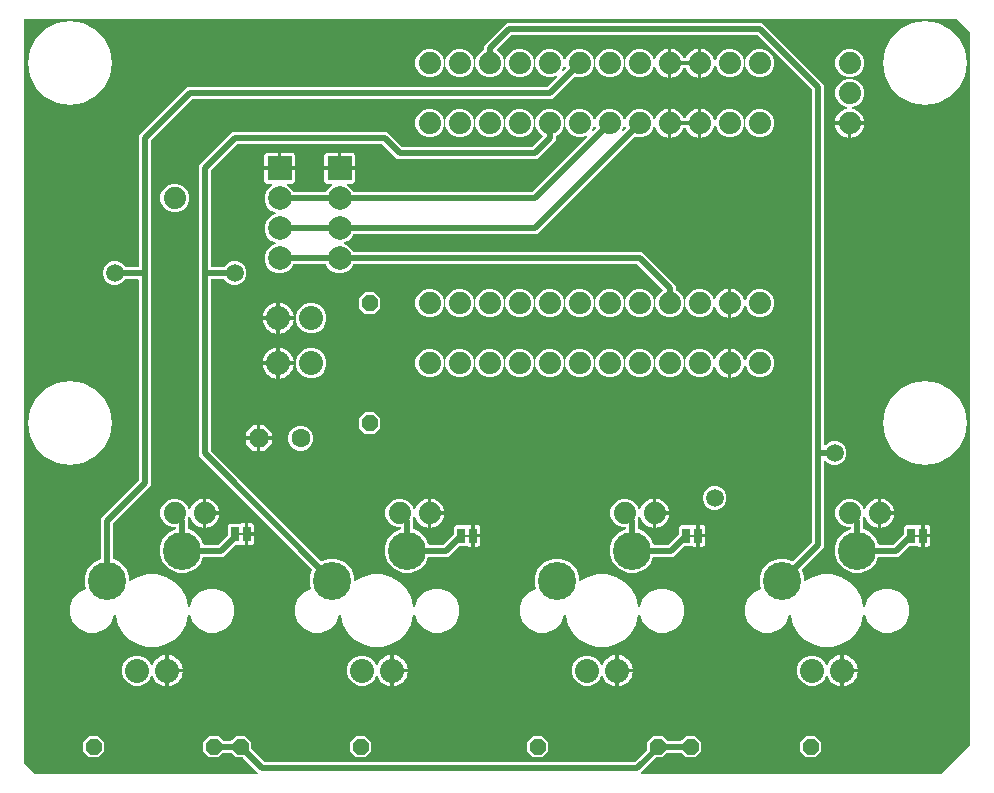
<source format=gbr>
G04 EAGLE Gerber RS-274X export*
G75*
%MOMM*%
%FSLAX34Y34*%
%LPD*%
%INBottom Copper*%
%IPPOS*%
%AMOC8*
5,1,8,0,0,1.08239X$1,22.5*%
G01*
%ADD10P,1.429621X8X292.500000*%
%ADD11C,1.879600*%
%ADD12C,2.032000*%
%ADD13P,1.732040X8X202.500000*%
%ADD14C,1.600200*%
%ADD15R,2.000000X2.000000*%
%ADD16C,2.000000*%
%ADD17C,3.225800*%
%ADD18P,1.429621X8X202.500000*%
%ADD19P,1.429621X8X22.500000*%
%ADD20C,0.203200*%
%ADD21R,0.635000X1.270000*%
%ADD22C,0.508000*%
%ADD23C,1.500000*%

G36*
X514795Y375932D02*
X514795Y375932D01*
X514867Y375934D01*
X514916Y375952D01*
X514967Y375960D01*
X515030Y375994D01*
X515098Y376019D01*
X515138Y376051D01*
X515184Y376076D01*
X515234Y376128D01*
X515290Y376172D01*
X515318Y376216D01*
X515354Y376254D01*
X515384Y376319D01*
X515423Y376379D01*
X515435Y376430D01*
X515457Y376477D01*
X515465Y376548D01*
X515483Y376618D01*
X515479Y376670D01*
X515484Y376721D01*
X515469Y376792D01*
X515464Y376863D01*
X515443Y376911D01*
X515432Y376962D01*
X515395Y377023D01*
X515367Y377089D01*
X515323Y377145D01*
X515306Y377173D01*
X515288Y377188D01*
X515263Y377220D01*
X502562Y389920D01*
X502489Y389973D01*
X502419Y390033D01*
X502389Y390045D01*
X502363Y390064D01*
X502276Y390091D01*
X502191Y390125D01*
X502150Y390129D01*
X502128Y390136D01*
X502095Y390135D01*
X502024Y390143D01*
X496592Y390143D01*
X492751Y393984D01*
X492677Y394037D01*
X492608Y394097D01*
X492578Y394109D01*
X492551Y394128D01*
X492464Y394155D01*
X492380Y394189D01*
X492339Y394193D01*
X492316Y394200D01*
X492284Y394199D01*
X492213Y394207D01*
X485687Y394207D01*
X485597Y394193D01*
X485506Y394185D01*
X485476Y394173D01*
X485444Y394168D01*
X485364Y394125D01*
X485280Y394089D01*
X485248Y394063D01*
X485227Y394052D01*
X485212Y394037D01*
X485211Y394036D01*
X485201Y394026D01*
X485149Y393984D01*
X481308Y390143D01*
X473732Y390143D01*
X468375Y395500D01*
X468375Y403076D01*
X473732Y408433D01*
X481308Y408433D01*
X485149Y404592D01*
X485223Y404539D01*
X485292Y404479D01*
X485322Y404467D01*
X485349Y404448D01*
X485436Y404421D01*
X485520Y404387D01*
X485561Y404383D01*
X485584Y404376D01*
X485616Y404377D01*
X485687Y404369D01*
X492213Y404369D01*
X492303Y404383D01*
X492394Y404391D01*
X492424Y404403D01*
X492456Y404408D01*
X492536Y404451D01*
X492620Y404487D01*
X492652Y404513D01*
X492673Y404524D01*
X492695Y404547D01*
X492751Y404592D01*
X496592Y408433D01*
X504168Y408433D01*
X509525Y403076D01*
X509525Y397644D01*
X509539Y397554D01*
X509547Y397463D01*
X509559Y397433D01*
X509564Y397401D01*
X509607Y397320D01*
X509643Y397237D01*
X509669Y397204D01*
X509680Y397184D01*
X509703Y397162D01*
X509748Y397106D01*
X520550Y386304D01*
X520623Y386251D01*
X520693Y386191D01*
X520723Y386179D01*
X520749Y386160D01*
X520836Y386133D01*
X520921Y386099D01*
X520962Y386095D01*
X520984Y386088D01*
X521017Y386089D01*
X521088Y386081D01*
X833748Y386081D01*
X833838Y386095D01*
X833929Y386103D01*
X833959Y386115D01*
X833991Y386120D01*
X834072Y386163D01*
X834155Y386199D01*
X834188Y386225D01*
X834208Y386236D01*
X834230Y386259D01*
X834286Y386304D01*
X844072Y396090D01*
X844125Y396164D01*
X844185Y396233D01*
X844197Y396263D01*
X844216Y396289D01*
X844243Y396376D01*
X844277Y396461D01*
X844281Y396502D01*
X844288Y396524D01*
X844287Y396557D01*
X844295Y396628D01*
X844295Y403076D01*
X849652Y408433D01*
X857228Y408433D01*
X861069Y404592D01*
X861143Y404539D01*
X861212Y404479D01*
X861242Y404467D01*
X861269Y404448D01*
X861356Y404421D01*
X861440Y404387D01*
X861481Y404383D01*
X861504Y404376D01*
X861536Y404377D01*
X861607Y404369D01*
X873213Y404369D01*
X873303Y404383D01*
X873394Y404391D01*
X873424Y404403D01*
X873456Y404408D01*
X873536Y404451D01*
X873620Y404487D01*
X873652Y404513D01*
X873673Y404524D01*
X873695Y404547D01*
X873751Y404592D01*
X877592Y408433D01*
X885168Y408433D01*
X890525Y403076D01*
X890525Y395500D01*
X885168Y390143D01*
X877592Y390143D01*
X873751Y393984D01*
X873677Y394037D01*
X873608Y394097D01*
X873578Y394109D01*
X873551Y394128D01*
X873464Y394155D01*
X873380Y394189D01*
X873339Y394193D01*
X873316Y394200D01*
X873284Y394199D01*
X873213Y394207D01*
X861607Y394207D01*
X861517Y394193D01*
X861426Y394185D01*
X861396Y394173D01*
X861364Y394168D01*
X861284Y394125D01*
X861200Y394089D01*
X861168Y394063D01*
X861147Y394052D01*
X861132Y394037D01*
X861131Y394036D01*
X861121Y394026D01*
X861069Y393984D01*
X857228Y390143D01*
X852812Y390143D01*
X852722Y390129D01*
X852631Y390121D01*
X852601Y390109D01*
X852569Y390104D01*
X852488Y390061D01*
X852404Y390025D01*
X852372Y389999D01*
X852352Y389988D01*
X852329Y389965D01*
X852274Y389920D01*
X841472Y379118D01*
X839573Y377220D01*
X839532Y377162D01*
X839482Y377110D01*
X839460Y377063D01*
X839430Y377021D01*
X839409Y376952D01*
X839379Y376887D01*
X839373Y376835D01*
X839358Y376785D01*
X839359Y376714D01*
X839352Y376643D01*
X839363Y376592D01*
X839364Y376540D01*
X839389Y376472D01*
X839404Y376402D01*
X839431Y376357D01*
X839448Y376309D01*
X839493Y376253D01*
X839530Y376191D01*
X839570Y376157D01*
X839602Y376117D01*
X839662Y376078D01*
X839717Y376031D01*
X839765Y376012D01*
X839809Y375984D01*
X839878Y375966D01*
X839945Y375939D01*
X840016Y375931D01*
X840048Y375923D01*
X840071Y375925D01*
X840112Y375921D01*
X1092962Y375921D01*
X1093052Y375935D01*
X1093143Y375943D01*
X1093173Y375955D01*
X1093205Y375960D01*
X1093285Y376003D01*
X1093369Y376039D01*
X1093401Y376065D01*
X1093422Y376076D01*
X1093444Y376099D01*
X1093500Y376144D01*
X1118138Y400782D01*
X1118191Y400856D01*
X1118251Y400925D01*
X1118263Y400955D01*
X1118282Y400981D01*
X1118309Y401068D01*
X1118343Y401153D01*
X1118347Y401194D01*
X1118354Y401217D01*
X1118353Y401249D01*
X1118361Y401320D01*
X1118361Y1003300D01*
X1118347Y1003390D01*
X1118339Y1003481D01*
X1118327Y1003511D01*
X1118322Y1003543D01*
X1118279Y1003623D01*
X1118243Y1003707D01*
X1118217Y1003739D01*
X1118206Y1003760D01*
X1118183Y1003782D01*
X1118138Y1003838D01*
X1106960Y1015016D01*
X1106886Y1015069D01*
X1106817Y1015129D01*
X1106787Y1015141D01*
X1106761Y1015160D01*
X1106674Y1015187D01*
X1106589Y1015221D01*
X1106548Y1015225D01*
X1106525Y1015232D01*
X1106493Y1015231D01*
X1106422Y1015239D01*
X317500Y1015239D01*
X317480Y1015236D01*
X317461Y1015238D01*
X317359Y1015216D01*
X317257Y1015200D01*
X317240Y1015190D01*
X317220Y1015186D01*
X317131Y1015133D01*
X317040Y1015084D01*
X317026Y1015070D01*
X317009Y1015060D01*
X316942Y1014981D01*
X316871Y1014906D01*
X316862Y1014888D01*
X316849Y1014873D01*
X316810Y1014777D01*
X316767Y1014683D01*
X316765Y1014663D01*
X316757Y1014645D01*
X316739Y1014478D01*
X316739Y386080D01*
X316754Y385990D01*
X316761Y385899D01*
X316773Y385869D01*
X316779Y385837D01*
X316821Y385757D01*
X316857Y385673D01*
X316883Y385641D01*
X316894Y385620D01*
X316917Y385598D01*
X316962Y385542D01*
X326360Y376144D01*
X326434Y376091D01*
X326503Y376031D01*
X326533Y376019D01*
X326559Y376000D01*
X326646Y375973D01*
X326731Y375939D01*
X326772Y375935D01*
X326795Y375928D01*
X326827Y375929D01*
X326898Y375921D01*
X514724Y375921D01*
X514795Y375932D01*
G37*
%LPC*%
G36*
X861225Y762761D02*
X861225Y762761D01*
X856837Y764579D01*
X853479Y767937D01*
X851661Y772325D01*
X851661Y777075D01*
X853479Y781463D01*
X856837Y784821D01*
X857309Y785017D01*
X857348Y785041D01*
X857392Y785057D01*
X857452Y785105D01*
X857518Y785146D01*
X857548Y785182D01*
X857584Y785210D01*
X857626Y785276D01*
X857675Y785336D01*
X857692Y785379D01*
X857717Y785417D01*
X857736Y785493D01*
X857764Y785565D01*
X857765Y785611D01*
X857777Y785656D01*
X857771Y785733D01*
X857774Y785811D01*
X857761Y785855D01*
X857758Y785901D01*
X857727Y785973D01*
X857705Y786047D01*
X857679Y786085D01*
X857661Y786127D01*
X857576Y786234D01*
X857565Y786249D01*
X857561Y786252D01*
X857556Y786258D01*
X836318Y807496D01*
X836245Y807549D01*
X836175Y807609D01*
X836145Y807621D01*
X836119Y807640D01*
X836032Y807667D01*
X835947Y807701D01*
X835906Y807705D01*
X835884Y807712D01*
X835851Y807711D01*
X835780Y807719D01*
X596178Y807719D01*
X596063Y807700D01*
X595947Y807683D01*
X595942Y807681D01*
X595935Y807680D01*
X595833Y807625D01*
X595728Y807572D01*
X595724Y807567D01*
X595718Y807564D01*
X595638Y807480D01*
X595556Y807396D01*
X595552Y807390D01*
X595549Y807386D01*
X595541Y807369D01*
X595475Y807249D01*
X594832Y805696D01*
X591304Y802168D01*
X586695Y800259D01*
X581705Y800259D01*
X577096Y802168D01*
X573568Y805696D01*
X572925Y807249D01*
X572864Y807349D01*
X572804Y807449D01*
X572799Y807453D01*
X572796Y807458D01*
X572705Y807533D01*
X572617Y807609D01*
X572611Y807611D01*
X572606Y807615D01*
X572498Y807657D01*
X572389Y807701D01*
X572381Y807702D01*
X572376Y807703D01*
X572358Y807704D01*
X572222Y807719D01*
X545378Y807719D01*
X545263Y807700D01*
X545147Y807683D01*
X545142Y807681D01*
X545135Y807680D01*
X545033Y807625D01*
X544928Y807572D01*
X544924Y807567D01*
X544918Y807564D01*
X544838Y807480D01*
X544756Y807396D01*
X544752Y807390D01*
X544749Y807386D01*
X544741Y807369D01*
X544675Y807249D01*
X544032Y805696D01*
X540504Y802168D01*
X535895Y800259D01*
X530905Y800259D01*
X526296Y802168D01*
X522768Y805696D01*
X520859Y810305D01*
X520859Y815295D01*
X522768Y819904D01*
X526296Y823432D01*
X529592Y824797D01*
X529653Y824835D01*
X529719Y824864D01*
X529757Y824899D01*
X529801Y824926D01*
X529847Y824982D01*
X529900Y825030D01*
X529925Y825076D01*
X529958Y825116D01*
X529984Y825183D01*
X530018Y825246D01*
X530027Y825297D01*
X530046Y825345D01*
X530049Y825417D01*
X530062Y825488D01*
X530054Y825539D01*
X530057Y825591D01*
X530037Y825660D01*
X530026Y825731D01*
X530003Y825777D01*
X529988Y825827D01*
X529947Y825886D01*
X529915Y825950D01*
X529877Y825987D01*
X529848Y826029D01*
X529790Y826072D01*
X529739Y826122D01*
X529676Y826157D01*
X529650Y826176D01*
X529628Y826183D01*
X529592Y826203D01*
X526296Y827568D01*
X522768Y831096D01*
X520859Y835705D01*
X520859Y840695D01*
X522768Y845304D01*
X526296Y848832D01*
X529592Y850197D01*
X529653Y850235D01*
X529719Y850264D01*
X529757Y850299D01*
X529801Y850326D01*
X529847Y850382D01*
X529900Y850430D01*
X529925Y850476D01*
X529958Y850516D01*
X529984Y850583D01*
X530018Y850646D01*
X530027Y850697D01*
X530046Y850745D01*
X530049Y850817D01*
X530062Y850888D01*
X530054Y850939D01*
X530057Y850991D01*
X530037Y851060D01*
X530026Y851131D01*
X530003Y851177D01*
X529988Y851227D01*
X529947Y851286D01*
X529915Y851350D01*
X529877Y851387D01*
X529848Y851429D01*
X529790Y851472D01*
X529739Y851522D01*
X529676Y851557D01*
X529650Y851576D01*
X529628Y851583D01*
X529592Y851603D01*
X526296Y852968D01*
X522768Y856496D01*
X520859Y861105D01*
X520859Y866095D01*
X522768Y870704D01*
X526296Y874232D01*
X526912Y874487D01*
X526995Y874538D01*
X527081Y874584D01*
X527099Y874603D01*
X527121Y874616D01*
X527183Y874691D01*
X527251Y874762D01*
X527262Y874786D01*
X527278Y874806D01*
X527313Y874897D01*
X527354Y874985D01*
X527357Y875011D01*
X527366Y875035D01*
X527371Y875133D01*
X527381Y875229D01*
X527376Y875255D01*
X527377Y875281D01*
X527350Y875375D01*
X527329Y875470D01*
X527316Y875492D01*
X527308Y875517D01*
X527253Y875597D01*
X527203Y875681D01*
X527183Y875698D01*
X527168Y875719D01*
X527090Y875777D01*
X527016Y875841D01*
X526992Y875851D01*
X526971Y875866D01*
X526878Y875896D01*
X526788Y875933D01*
X526755Y875936D01*
X526737Y875942D01*
X526704Y875942D01*
X526621Y875951D01*
X522999Y875951D01*
X522223Y876159D01*
X521528Y876560D01*
X520960Y877128D01*
X520559Y877823D01*
X520351Y878599D01*
X520351Y887477D01*
X532638Y887477D01*
X532658Y887480D01*
X532677Y887478D01*
X532779Y887500D01*
X532881Y887517D01*
X532898Y887526D01*
X532918Y887530D01*
X533007Y887583D01*
X533098Y887632D01*
X533112Y887646D01*
X533129Y887656D01*
X533196Y887735D01*
X533267Y887810D01*
X533276Y887828D01*
X533289Y887843D01*
X533327Y887939D01*
X533371Y888033D01*
X533373Y888053D01*
X533381Y888071D01*
X533399Y888238D01*
X533399Y889001D01*
X533401Y889001D01*
X533401Y888238D01*
X533404Y888220D01*
X533402Y888203D01*
X533402Y888201D01*
X533402Y888199D01*
X533424Y888097D01*
X533441Y887995D01*
X533450Y887978D01*
X533454Y887958D01*
X533507Y887869D01*
X533556Y887778D01*
X533570Y887764D01*
X533580Y887747D01*
X533659Y887680D01*
X533734Y887609D01*
X533752Y887600D01*
X533767Y887587D01*
X533863Y887548D01*
X533957Y887505D01*
X533977Y887503D01*
X533995Y887495D01*
X534162Y887477D01*
X546449Y887477D01*
X546449Y878599D01*
X546241Y877823D01*
X545840Y877128D01*
X545272Y876560D01*
X544577Y876159D01*
X543801Y875951D01*
X540179Y875951D01*
X540083Y875936D01*
X539986Y875926D01*
X539962Y875916D01*
X539936Y875912D01*
X539850Y875866D01*
X539761Y875826D01*
X539742Y875809D01*
X539719Y875796D01*
X539652Y875726D01*
X539580Y875660D01*
X539567Y875637D01*
X539549Y875618D01*
X539508Y875530D01*
X539461Y875444D01*
X539457Y875419D01*
X539446Y875395D01*
X539435Y875298D01*
X539418Y875202D01*
X539422Y875176D01*
X539419Y875151D01*
X539439Y875056D01*
X539454Y874959D01*
X539465Y874936D01*
X539471Y874910D01*
X539521Y874827D01*
X539565Y874740D01*
X539584Y874721D01*
X539597Y874699D01*
X539671Y874636D01*
X539741Y874568D01*
X539769Y874552D01*
X539784Y874539D01*
X539815Y874527D01*
X539888Y874487D01*
X540504Y874232D01*
X544032Y870704D01*
X544675Y869151D01*
X544736Y869051D01*
X544796Y868951D01*
X544801Y868947D01*
X544804Y868942D01*
X544895Y868867D01*
X544983Y868791D01*
X544989Y868789D01*
X544994Y868785D01*
X545102Y868743D01*
X545211Y868699D01*
X545219Y868698D01*
X545224Y868697D01*
X545242Y868696D01*
X545378Y868681D01*
X572222Y868681D01*
X572337Y868700D01*
X572453Y868717D01*
X572458Y868719D01*
X572465Y868720D01*
X572567Y868775D01*
X572672Y868828D01*
X572676Y868833D01*
X572682Y868836D01*
X572762Y868920D01*
X572844Y869004D01*
X572848Y869010D01*
X572851Y869014D01*
X572859Y869031D01*
X572925Y869151D01*
X573568Y870704D01*
X577096Y874232D01*
X577712Y874487D01*
X577795Y874538D01*
X577881Y874584D01*
X577899Y874603D01*
X577921Y874616D01*
X577984Y874691D01*
X578051Y874762D01*
X578062Y874786D01*
X578078Y874806D01*
X578113Y874897D01*
X578154Y874985D01*
X578157Y875011D01*
X578166Y875035D01*
X578171Y875133D01*
X578181Y875229D01*
X578176Y875255D01*
X578177Y875281D01*
X578150Y875375D01*
X578129Y875470D01*
X578116Y875492D01*
X578108Y875517D01*
X578053Y875597D01*
X578003Y875681D01*
X577983Y875698D01*
X577968Y875719D01*
X577890Y875778D01*
X577816Y875841D01*
X577792Y875851D01*
X577771Y875866D01*
X577678Y875896D01*
X577588Y875933D01*
X577555Y875936D01*
X577537Y875942D01*
X577504Y875942D01*
X577421Y875951D01*
X573799Y875951D01*
X573023Y876159D01*
X572328Y876560D01*
X571760Y877128D01*
X571359Y877823D01*
X571151Y878599D01*
X571151Y887477D01*
X583438Y887477D01*
X583458Y887480D01*
X583477Y887478D01*
X583579Y887500D01*
X583681Y887517D01*
X583698Y887526D01*
X583718Y887530D01*
X583807Y887583D01*
X583898Y887632D01*
X583912Y887646D01*
X583929Y887656D01*
X583996Y887735D01*
X584067Y887810D01*
X584076Y887828D01*
X584089Y887843D01*
X584127Y887939D01*
X584171Y888033D01*
X584173Y888053D01*
X584181Y888071D01*
X584199Y888238D01*
X584199Y889001D01*
X584201Y889001D01*
X584201Y888238D01*
X584204Y888220D01*
X584202Y888203D01*
X584202Y888201D01*
X584202Y888199D01*
X584224Y888097D01*
X584241Y887995D01*
X584250Y887978D01*
X584254Y887958D01*
X584307Y887869D01*
X584356Y887778D01*
X584370Y887764D01*
X584380Y887747D01*
X584459Y887680D01*
X584534Y887609D01*
X584552Y887600D01*
X584567Y887587D01*
X584663Y887548D01*
X584757Y887505D01*
X584777Y887503D01*
X584795Y887495D01*
X584962Y887477D01*
X597249Y887477D01*
X597249Y878599D01*
X597041Y877823D01*
X596640Y877128D01*
X596072Y876560D01*
X595377Y876159D01*
X594601Y875951D01*
X590979Y875951D01*
X590883Y875936D01*
X590786Y875926D01*
X590762Y875916D01*
X590736Y875912D01*
X590650Y875866D01*
X590561Y875826D01*
X590542Y875809D01*
X590519Y875796D01*
X590452Y875726D01*
X590380Y875660D01*
X590368Y875637D01*
X590349Y875618D01*
X590308Y875530D01*
X590262Y875444D01*
X590257Y875419D01*
X590246Y875395D01*
X590235Y875298D01*
X590218Y875202D01*
X590222Y875176D01*
X590219Y875151D01*
X590239Y875055D01*
X590254Y874959D01*
X590265Y874936D01*
X590271Y874910D01*
X590321Y874826D01*
X590365Y874740D01*
X590384Y874722D01*
X590397Y874699D01*
X590471Y874636D01*
X590541Y874568D01*
X590569Y874552D01*
X590584Y874539D01*
X590615Y874527D01*
X590688Y874487D01*
X591304Y874232D01*
X594832Y870704D01*
X595475Y869151D01*
X595536Y869051D01*
X595596Y868951D01*
X595601Y868947D01*
X595604Y868942D01*
X595695Y868867D01*
X595783Y868791D01*
X595789Y868789D01*
X595794Y868785D01*
X595902Y868743D01*
X596011Y868699D01*
X596019Y868698D01*
X596024Y868697D01*
X596042Y868696D01*
X596178Y868681D01*
X746880Y868681D01*
X746970Y868695D01*
X747061Y868703D01*
X747091Y868715D01*
X747123Y868720D01*
X747204Y868763D01*
X747287Y868799D01*
X747320Y868825D01*
X747340Y868836D01*
X747362Y868859D01*
X747418Y868904D01*
X793729Y915214D01*
X793785Y915293D01*
X793847Y915368D01*
X793857Y915392D01*
X793872Y915414D01*
X793901Y915507D01*
X793936Y915597D01*
X793937Y915624D01*
X793944Y915649D01*
X793942Y915746D01*
X793946Y915843D01*
X793939Y915868D01*
X793938Y915894D01*
X793905Y915986D01*
X793878Y916079D01*
X793863Y916101D01*
X793854Y916125D01*
X793793Y916202D01*
X793737Y916281D01*
X793716Y916297D01*
X793700Y916318D01*
X793618Y916370D01*
X793540Y916428D01*
X793515Y916436D01*
X793493Y916451D01*
X793399Y916474D01*
X793306Y916504D01*
X793280Y916504D01*
X793254Y916511D01*
X793158Y916503D01*
X793060Y916502D01*
X793029Y916493D01*
X793009Y916491D01*
X792979Y916479D01*
X792899Y916455D01*
X789775Y915161D01*
X785025Y915161D01*
X780637Y916979D01*
X777279Y920337D01*
X775461Y924725D01*
X775461Y929475D01*
X777279Y933863D01*
X780637Y937221D01*
X785025Y939039D01*
X789775Y939039D01*
X794163Y937221D01*
X797521Y933863D01*
X799339Y929475D01*
X799339Y924725D01*
X798045Y921601D01*
X798022Y921506D01*
X797994Y921413D01*
X797994Y921387D01*
X797988Y921362D01*
X797998Y921265D01*
X798000Y921167D01*
X798009Y921143D01*
X798012Y921117D01*
X798051Y921028D01*
X798085Y920936D01*
X798101Y920916D01*
X798112Y920892D01*
X798177Y920820D01*
X798238Y920744D01*
X798260Y920730D01*
X798278Y920711D01*
X798363Y920664D01*
X798445Y920611D01*
X798471Y920605D01*
X798493Y920592D01*
X798589Y920575D01*
X798684Y920551D01*
X798710Y920553D01*
X798736Y920549D01*
X798832Y920563D01*
X798929Y920570D01*
X798953Y920581D01*
X798979Y920584D01*
X799066Y920629D01*
X799155Y920667D01*
X799181Y920687D01*
X799198Y920696D01*
X799221Y920720D01*
X799286Y920771D01*
X801198Y922684D01*
X801266Y922778D01*
X801336Y922872D01*
X801338Y922878D01*
X801342Y922883D01*
X801376Y922995D01*
X801412Y923106D01*
X801412Y923112D01*
X801414Y923118D01*
X801411Y923235D01*
X801410Y923352D01*
X801408Y923359D01*
X801408Y923364D01*
X801401Y923382D01*
X801363Y923513D01*
X800861Y924725D01*
X800861Y929475D01*
X802679Y933863D01*
X806037Y937221D01*
X810425Y939039D01*
X815175Y939039D01*
X819563Y937221D01*
X822921Y933863D01*
X824739Y929475D01*
X824739Y924725D01*
X823445Y921601D01*
X823422Y921506D01*
X823394Y921413D01*
X823394Y921387D01*
X823388Y921362D01*
X823398Y921265D01*
X823400Y921167D01*
X823409Y921143D01*
X823412Y921117D01*
X823451Y921028D01*
X823485Y920936D01*
X823501Y920916D01*
X823512Y920892D01*
X823577Y920820D01*
X823638Y920744D01*
X823660Y920730D01*
X823678Y920711D01*
X823763Y920664D01*
X823845Y920611D01*
X823871Y920605D01*
X823893Y920592D01*
X823989Y920575D01*
X824084Y920551D01*
X824110Y920553D01*
X824136Y920549D01*
X824232Y920563D01*
X824329Y920570D01*
X824353Y920581D01*
X824379Y920584D01*
X824466Y920629D01*
X824555Y920667D01*
X824581Y920687D01*
X824598Y920696D01*
X824621Y920720D01*
X824686Y920771D01*
X826598Y922684D01*
X826666Y922778D01*
X826736Y922872D01*
X826738Y922878D01*
X826742Y922883D01*
X826776Y922995D01*
X826812Y923106D01*
X826812Y923112D01*
X826814Y923118D01*
X826811Y923235D01*
X826810Y923352D01*
X826808Y923359D01*
X826808Y923364D01*
X826801Y923382D01*
X826763Y923513D01*
X826261Y924725D01*
X826261Y929475D01*
X828079Y933863D01*
X831437Y937221D01*
X835825Y939039D01*
X840575Y939039D01*
X844963Y937221D01*
X848321Y933863D01*
X850000Y929811D01*
X850020Y929778D01*
X850032Y929742D01*
X850084Y929674D01*
X850105Y929640D01*
X850117Y929620D01*
X850118Y929619D01*
X850129Y929602D01*
X850159Y929577D01*
X850182Y929547D01*
X850253Y929500D01*
X850319Y929445D01*
X850354Y929431D01*
X850386Y929410D01*
X850468Y929387D01*
X850548Y929357D01*
X850586Y929355D01*
X850623Y929345D01*
X850702Y929349D01*
X850704Y929349D01*
X850706Y929350D01*
X850709Y929350D01*
X850794Y929346D01*
X850831Y929357D01*
X850869Y929359D01*
X850942Y929388D01*
X850947Y929389D01*
X850953Y929392D01*
X851030Y929415D01*
X851061Y929436D01*
X851097Y929451D01*
X851152Y929498D01*
X851164Y929504D01*
X851174Y929515D01*
X851232Y929555D01*
X851255Y929586D01*
X851284Y929610D01*
X851316Y929664D01*
X851334Y929683D01*
X851345Y929706D01*
X851379Y929752D01*
X851391Y929789D01*
X851410Y929821D01*
X851428Y929886D01*
X851437Y929906D01*
X851440Y929929D01*
X851455Y929983D01*
X851460Y930015D01*
X852065Y931878D01*
X852955Y933623D01*
X854106Y935209D01*
X855491Y936594D01*
X857077Y937745D01*
X858822Y938635D01*
X860685Y939240D01*
X862077Y939461D01*
X862077Y927862D01*
X862080Y927842D01*
X862078Y927823D01*
X862100Y927721D01*
X862117Y927619D01*
X862126Y927602D01*
X862130Y927582D01*
X862183Y927493D01*
X862232Y927402D01*
X862246Y927388D01*
X862256Y927371D01*
X862335Y927304D01*
X862410Y927233D01*
X862428Y927224D01*
X862443Y927211D01*
X862539Y927173D01*
X862633Y927129D01*
X862653Y927127D01*
X862671Y927119D01*
X862838Y927101D01*
X863601Y927101D01*
X863601Y927099D01*
X862838Y927099D01*
X862818Y927096D01*
X862799Y927098D01*
X862697Y927076D01*
X862595Y927059D01*
X862578Y927050D01*
X862558Y927046D01*
X862469Y926993D01*
X862378Y926944D01*
X862364Y926930D01*
X862347Y926920D01*
X862280Y926841D01*
X862209Y926766D01*
X862200Y926748D01*
X862187Y926733D01*
X862148Y926637D01*
X862105Y926543D01*
X862103Y926523D01*
X862095Y926505D01*
X862077Y926338D01*
X862077Y914739D01*
X860685Y914960D01*
X858822Y915565D01*
X857077Y916455D01*
X855491Y917606D01*
X854106Y918991D01*
X852955Y920577D01*
X852065Y922322D01*
X851460Y924185D01*
X851455Y924217D01*
X851443Y924253D01*
X851439Y924291D01*
X851404Y924369D01*
X851378Y924450D01*
X851355Y924481D01*
X851339Y924516D01*
X851281Y924579D01*
X851230Y924647D01*
X851199Y924669D01*
X851173Y924697D01*
X851098Y924738D01*
X851027Y924787D01*
X850991Y924797D01*
X850957Y924815D01*
X850873Y924831D01*
X850791Y924854D01*
X850753Y924852D01*
X850715Y924859D01*
X850631Y924847D01*
X850545Y924843D01*
X850510Y924829D01*
X850472Y924823D01*
X850396Y924785D01*
X850316Y924753D01*
X850287Y924729D01*
X850253Y924712D01*
X850193Y924651D01*
X850127Y924596D01*
X850107Y924563D01*
X850080Y924536D01*
X850000Y924389D01*
X848321Y920337D01*
X844963Y916979D01*
X840575Y915161D01*
X835825Y915161D01*
X834613Y915663D01*
X834499Y915690D01*
X834386Y915719D01*
X834380Y915718D01*
X834374Y915720D01*
X834257Y915709D01*
X834141Y915699D01*
X834135Y915697D01*
X834129Y915696D01*
X834021Y915649D01*
X833915Y915603D01*
X833909Y915598D01*
X833904Y915596D01*
X833890Y915584D01*
X833784Y915498D01*
X754604Y836318D01*
X751405Y833119D01*
X596178Y833119D01*
X596063Y833100D01*
X595947Y833083D01*
X595942Y833081D01*
X595935Y833080D01*
X595833Y833025D01*
X595728Y832972D01*
X595724Y832967D01*
X595718Y832964D01*
X595638Y832880D01*
X595556Y832796D01*
X595552Y832790D01*
X595549Y832786D01*
X595541Y832769D01*
X595475Y832649D01*
X594832Y831096D01*
X591304Y827568D01*
X588008Y826203D01*
X587947Y826166D01*
X587882Y826136D01*
X587843Y826101D01*
X587799Y826074D01*
X587753Y826019D01*
X587700Y825970D01*
X587675Y825924D01*
X587642Y825884D01*
X587616Y825817D01*
X587582Y825754D01*
X587573Y825703D01*
X587554Y825655D01*
X587551Y825583D01*
X587538Y825512D01*
X587546Y825461D01*
X587543Y825409D01*
X587563Y825340D01*
X587574Y825269D01*
X587598Y825223D01*
X587612Y825173D01*
X587653Y825114D01*
X587685Y825050D01*
X587723Y825013D01*
X587752Y824971D01*
X587810Y824928D01*
X587861Y824878D01*
X587924Y824843D01*
X587950Y824824D01*
X587972Y824817D01*
X588008Y824797D01*
X591304Y823432D01*
X594832Y819904D01*
X595475Y818351D01*
X595536Y818251D01*
X595596Y818151D01*
X595601Y818147D01*
X595604Y818142D01*
X595695Y818067D01*
X595783Y817991D01*
X595789Y817989D01*
X595794Y817985D01*
X595902Y817943D01*
X596011Y817899D01*
X596019Y817898D01*
X596024Y817897D01*
X596042Y817896D01*
X596178Y817881D01*
X840305Y817881D01*
X868681Y789505D01*
X868681Y786027D01*
X868700Y785912D01*
X868717Y785796D01*
X868719Y785790D01*
X868720Y785784D01*
X868775Y785681D01*
X868828Y785576D01*
X868833Y785572D01*
X868836Y785566D01*
X868920Y785487D01*
X869004Y785404D01*
X869010Y785400D01*
X869014Y785397D01*
X869031Y785389D01*
X869151Y785323D01*
X870363Y784821D01*
X873721Y781463D01*
X875539Y777075D01*
X875539Y772325D01*
X873721Y767937D01*
X870363Y764579D01*
X865975Y762761D01*
X861225Y762761D01*
G37*
%LPD*%
%LPC*%
G36*
X421420Y483742D02*
X421420Y483742D01*
X413636Y485828D01*
X406656Y489858D01*
X400958Y495556D01*
X396928Y502536D01*
X394842Y510320D01*
X394842Y510419D01*
X394827Y510515D01*
X394817Y510612D01*
X394807Y510636D01*
X394803Y510661D01*
X394757Y510747D01*
X394717Y510836D01*
X394700Y510856D01*
X394687Y510879D01*
X394617Y510946D01*
X394551Y511018D01*
X394528Y511030D01*
X394509Y511048D01*
X394421Y511089D01*
X394335Y511136D01*
X394310Y511141D01*
X394286Y511152D01*
X394189Y511163D01*
X394093Y511180D01*
X394067Y511176D01*
X394042Y511179D01*
X393946Y511158D01*
X393850Y511144D01*
X393827Y511132D01*
X393801Y511127D01*
X393718Y511077D01*
X393631Y511033D01*
X393612Y511014D01*
X393590Y511000D01*
X393527Y510927D01*
X393459Y510857D01*
X393443Y510828D01*
X393430Y510814D01*
X393418Y510783D01*
X393378Y510710D01*
X390499Y503760D01*
X385240Y498501D01*
X378369Y495655D01*
X370931Y495655D01*
X364060Y498501D01*
X358801Y503760D01*
X355955Y510631D01*
X355955Y518069D01*
X358801Y524940D01*
X364060Y530199D01*
X369364Y532396D01*
X369381Y532407D01*
X369400Y532412D01*
X369485Y532471D01*
X369573Y532526D01*
X369586Y532541D01*
X369602Y532552D01*
X369664Y532636D01*
X369730Y532715D01*
X369737Y532734D01*
X369749Y532750D01*
X369781Y532848D01*
X369818Y532945D01*
X369819Y532965D01*
X369825Y532984D01*
X369824Y533087D01*
X369829Y533190D01*
X369823Y533210D01*
X369823Y533230D01*
X369776Y533391D01*
X368680Y536036D01*
X368680Y543464D01*
X371523Y550326D01*
X376774Y555577D01*
X381799Y557659D01*
X381899Y557720D01*
X381999Y557780D01*
X382003Y557785D01*
X382008Y557788D01*
X382082Y557878D01*
X382159Y557967D01*
X382161Y557973D01*
X382165Y557978D01*
X382207Y558086D01*
X382251Y558195D01*
X382252Y558203D01*
X382253Y558208D01*
X382254Y558226D01*
X382269Y558362D01*
X382269Y592655D01*
X413796Y624182D01*
X413849Y624255D01*
X413909Y624325D01*
X413921Y624355D01*
X413940Y624381D01*
X413967Y624468D01*
X414001Y624553D01*
X414005Y624594D01*
X414012Y624616D01*
X414011Y624649D01*
X414019Y624720D01*
X414019Y794258D01*
X414016Y794278D01*
X414018Y794297D01*
X413996Y794399D01*
X413980Y794501D01*
X413970Y794518D01*
X413966Y794538D01*
X413913Y794627D01*
X413864Y794718D01*
X413850Y794732D01*
X413840Y794749D01*
X413761Y794816D01*
X413686Y794888D01*
X413668Y794896D01*
X413653Y794909D01*
X413557Y794948D01*
X413463Y794991D01*
X413443Y794993D01*
X413425Y795001D01*
X413258Y795019D01*
X402972Y795019D01*
X402858Y795001D01*
X402741Y794983D01*
X402736Y794981D01*
X402729Y794980D01*
X402627Y794925D01*
X402522Y794872D01*
X402518Y794867D01*
X402512Y794864D01*
X402432Y794780D01*
X402350Y794696D01*
X402346Y794690D01*
X402343Y794686D01*
X402335Y794669D01*
X402269Y794549D01*
X402212Y794412D01*
X399388Y791588D01*
X395697Y790059D01*
X391703Y790059D01*
X388012Y791588D01*
X385188Y794412D01*
X383659Y798103D01*
X383659Y802097D01*
X385188Y805788D01*
X388012Y808612D01*
X391703Y810141D01*
X395697Y810141D01*
X399388Y808612D01*
X402212Y805788D01*
X402269Y805651D01*
X402330Y805552D01*
X402390Y805451D01*
X402395Y805447D01*
X402398Y805442D01*
X402488Y805367D01*
X402577Y805291D01*
X402583Y805289D01*
X402588Y805285D01*
X402696Y805243D01*
X402805Y805199D01*
X402813Y805198D01*
X402818Y805197D01*
X402836Y805196D01*
X402972Y805181D01*
X413258Y805181D01*
X413278Y805184D01*
X413297Y805182D01*
X413399Y805204D01*
X413501Y805220D01*
X413518Y805230D01*
X413538Y805234D01*
X413627Y805287D01*
X413718Y805336D01*
X413732Y805350D01*
X413749Y805360D01*
X413816Y805439D01*
X413888Y805514D01*
X413896Y805532D01*
X413909Y805547D01*
X413948Y805643D01*
X413991Y805737D01*
X413993Y805757D01*
X414001Y805775D01*
X414019Y805942D01*
X414019Y916505D01*
X455095Y957581D01*
X759580Y957581D01*
X759670Y957595D01*
X759761Y957603D01*
X759791Y957615D01*
X759823Y957620D01*
X759904Y957663D01*
X759987Y957699D01*
X760020Y957725D01*
X760040Y957736D01*
X760062Y957759D01*
X760118Y957804D01*
X768329Y966014D01*
X768385Y966093D01*
X768447Y966168D01*
X768457Y966192D01*
X768472Y966213D01*
X768501Y966307D01*
X768536Y966397D01*
X768537Y966424D01*
X768544Y966449D01*
X768542Y966546D01*
X768546Y966643D01*
X768539Y966668D01*
X768538Y966694D01*
X768505Y966786D01*
X768478Y966879D01*
X768463Y966901D01*
X768454Y966925D01*
X768393Y967002D01*
X768337Y967081D01*
X768316Y967097D01*
X768300Y967118D01*
X768218Y967170D01*
X768140Y967228D01*
X768115Y967236D01*
X768093Y967251D01*
X767999Y967274D01*
X767906Y967304D01*
X767880Y967304D01*
X767854Y967311D01*
X767758Y967303D01*
X767660Y967302D01*
X767629Y967293D01*
X767609Y967291D01*
X767579Y967279D01*
X767499Y967255D01*
X764375Y965961D01*
X759625Y965961D01*
X755237Y967779D01*
X751879Y971137D01*
X750061Y975525D01*
X750061Y980275D01*
X751879Y984663D01*
X755237Y988021D01*
X759625Y989839D01*
X764375Y989839D01*
X768763Y988021D01*
X772121Y984663D01*
X773939Y980275D01*
X773939Y975525D01*
X772645Y972401D01*
X772622Y972306D01*
X772594Y972213D01*
X772594Y972187D01*
X772588Y972162D01*
X772598Y972065D01*
X772600Y971967D01*
X772609Y971943D01*
X772612Y971917D01*
X772651Y971828D01*
X772685Y971736D01*
X772701Y971716D01*
X772712Y971692D01*
X772777Y971620D01*
X772838Y971544D01*
X772860Y971530D01*
X772878Y971511D01*
X772963Y971464D01*
X773045Y971411D01*
X773071Y971405D01*
X773093Y971392D01*
X773189Y971375D01*
X773284Y971351D01*
X773310Y971353D01*
X773336Y971349D01*
X773432Y971363D01*
X773529Y971370D01*
X773553Y971381D01*
X773579Y971384D01*
X773666Y971429D01*
X773755Y971467D01*
X773781Y971487D01*
X773798Y971496D01*
X773821Y971520D01*
X773886Y971571D01*
X775798Y973484D01*
X775867Y973578D01*
X775936Y973672D01*
X775938Y973678D01*
X775942Y973683D01*
X775976Y973795D01*
X776012Y973906D01*
X776012Y973912D01*
X776014Y973918D01*
X776011Y974035D01*
X776010Y974152D01*
X776008Y974159D01*
X776008Y974164D01*
X776001Y974182D01*
X775963Y974313D01*
X775461Y975525D01*
X775461Y980275D01*
X777279Y984663D01*
X780637Y988021D01*
X785025Y989839D01*
X789775Y989839D01*
X794163Y988021D01*
X797521Y984663D01*
X799339Y980275D01*
X799339Y975525D01*
X797521Y971137D01*
X794163Y967779D01*
X789775Y965961D01*
X785025Y965961D01*
X783813Y966463D01*
X783699Y966490D01*
X783586Y966519D01*
X783580Y966518D01*
X783574Y966520D01*
X783457Y966509D01*
X783341Y966499D01*
X783335Y966497D01*
X783329Y966496D01*
X783221Y966449D01*
X783115Y966403D01*
X783109Y966398D01*
X783104Y966396D01*
X783090Y966384D01*
X782984Y966298D01*
X764105Y947419D01*
X459620Y947419D01*
X459530Y947405D01*
X459439Y947397D01*
X459409Y947385D01*
X459377Y947380D01*
X459296Y947337D01*
X459213Y947301D01*
X459180Y947275D01*
X459160Y947264D01*
X459138Y947241D01*
X459082Y947196D01*
X424404Y912518D01*
X424351Y912445D01*
X424291Y912375D01*
X424279Y912345D01*
X424260Y912319D01*
X424233Y912232D01*
X424199Y912147D01*
X424195Y912106D01*
X424188Y912084D01*
X424189Y912051D01*
X424181Y911980D01*
X424181Y620195D01*
X392654Y588668D01*
X392601Y588595D01*
X392541Y588525D01*
X392529Y588495D01*
X392510Y588469D01*
X392483Y588382D01*
X392449Y588297D01*
X392445Y588256D01*
X392438Y588234D01*
X392439Y588201D01*
X392431Y588130D01*
X392431Y558362D01*
X392450Y558247D01*
X392467Y558131D01*
X392469Y558126D01*
X392470Y558119D01*
X392525Y558017D01*
X392578Y557912D01*
X392583Y557907D01*
X392586Y557902D01*
X392670Y557822D01*
X392754Y557740D01*
X392760Y557736D01*
X392764Y557733D01*
X392781Y557725D01*
X392901Y557659D01*
X397926Y555577D01*
X403177Y550326D01*
X406020Y543464D01*
X406020Y539793D01*
X406035Y539699D01*
X406044Y539604D01*
X406055Y539578D01*
X406059Y539550D01*
X406104Y539466D01*
X406142Y539379D01*
X406161Y539358D01*
X406175Y539333D01*
X406244Y539267D01*
X406308Y539197D01*
X406332Y539183D01*
X406353Y539164D01*
X406439Y539123D01*
X406523Y539077D01*
X406550Y539072D01*
X406576Y539060D01*
X406671Y539050D01*
X406764Y539032D01*
X406792Y539036D01*
X406820Y539033D01*
X406914Y539053D01*
X407008Y539067D01*
X407040Y539081D01*
X407061Y539085D01*
X407089Y539102D01*
X407162Y539134D01*
X413636Y542872D01*
X421420Y544958D01*
X429480Y544958D01*
X437264Y542872D01*
X444244Y538842D01*
X449942Y533144D01*
X453972Y526164D01*
X456058Y518380D01*
X456058Y518281D01*
X456073Y518185D01*
X456083Y518088D01*
X456093Y518064D01*
X456097Y518039D01*
X456143Y517953D01*
X456183Y517864D01*
X456200Y517844D01*
X456213Y517821D01*
X456283Y517754D01*
X456349Y517682D01*
X456372Y517670D01*
X456391Y517652D01*
X456479Y517611D01*
X456565Y517564D01*
X456590Y517559D01*
X456614Y517548D01*
X456711Y517537D01*
X456807Y517520D01*
X456833Y517524D01*
X456858Y517521D01*
X456954Y517542D01*
X457050Y517556D01*
X457073Y517568D01*
X457099Y517573D01*
X457182Y517623D01*
X457269Y517667D01*
X457288Y517686D01*
X457310Y517700D01*
X457373Y517773D01*
X457441Y517843D01*
X457457Y517872D01*
X457470Y517886D01*
X457482Y517917D01*
X457522Y517990D01*
X460401Y524940D01*
X465660Y530199D01*
X472531Y533045D01*
X479969Y533045D01*
X486840Y530199D01*
X492099Y524940D01*
X494945Y518069D01*
X494945Y510631D01*
X492099Y503760D01*
X486840Y498501D01*
X479969Y495655D01*
X472531Y495655D01*
X465660Y498501D01*
X460401Y503760D01*
X457522Y510710D01*
X457471Y510793D01*
X457425Y510879D01*
X457406Y510897D01*
X457393Y510919D01*
X457318Y510981D01*
X457247Y511048D01*
X457223Y511059D01*
X457203Y511076D01*
X457112Y511111D01*
X457024Y511152D01*
X456998Y511155D01*
X456974Y511164D01*
X456876Y511168D01*
X456780Y511179D01*
X456754Y511173D01*
X456728Y511174D01*
X456634Y511147D01*
X456539Y511127D01*
X456517Y511113D01*
X456492Y511106D01*
X456412Y511050D01*
X456328Y511000D01*
X456311Y510981D01*
X456290Y510966D01*
X456231Y510888D01*
X456168Y510814D01*
X456158Y510789D01*
X456143Y510768D01*
X456113Y510676D01*
X456076Y510585D01*
X456073Y510553D01*
X456067Y510534D01*
X456067Y510501D01*
X456058Y510419D01*
X456058Y510320D01*
X453972Y502536D01*
X449942Y495556D01*
X444244Y489858D01*
X437264Y485828D01*
X429480Y483742D01*
X421420Y483742D01*
G37*
%LPD*%
%LPC*%
G36*
X992920Y483742D02*
X992920Y483742D01*
X985136Y485828D01*
X978156Y489858D01*
X972458Y495556D01*
X968428Y502536D01*
X966342Y510320D01*
X966342Y510419D01*
X966327Y510515D01*
X966317Y510612D01*
X966307Y510636D01*
X966303Y510661D01*
X966257Y510747D01*
X966217Y510836D01*
X966200Y510856D01*
X966187Y510879D01*
X966117Y510946D01*
X966051Y511018D01*
X966028Y511030D01*
X966009Y511048D01*
X965921Y511089D01*
X965835Y511136D01*
X965810Y511141D01*
X965786Y511152D01*
X965689Y511163D01*
X965593Y511180D01*
X965567Y511176D01*
X965542Y511179D01*
X965446Y511158D01*
X965350Y511144D01*
X965327Y511132D01*
X965301Y511127D01*
X965218Y511077D01*
X965131Y511033D01*
X965112Y511014D01*
X965090Y511000D01*
X965027Y510927D01*
X964959Y510857D01*
X964943Y510828D01*
X964930Y510814D01*
X964918Y510783D01*
X964878Y510710D01*
X961999Y503760D01*
X956740Y498501D01*
X949869Y495655D01*
X942431Y495655D01*
X935560Y498501D01*
X930301Y503760D01*
X927455Y510631D01*
X927455Y518069D01*
X930301Y524940D01*
X935560Y530199D01*
X940864Y532396D01*
X940881Y532407D01*
X940900Y532412D01*
X940985Y532471D01*
X941073Y532526D01*
X941086Y532541D01*
X941102Y532552D01*
X941164Y532635D01*
X941230Y532715D01*
X941237Y532734D01*
X941249Y532750D01*
X941281Y532848D01*
X941318Y532945D01*
X941319Y532965D01*
X941325Y532984D01*
X941324Y533087D01*
X941329Y533190D01*
X941323Y533210D01*
X941323Y533230D01*
X941276Y533391D01*
X940180Y536036D01*
X940180Y543464D01*
X943023Y550326D01*
X948274Y555577D01*
X955136Y558420D01*
X962564Y558420D01*
X967589Y556338D01*
X967702Y556312D01*
X967816Y556283D01*
X967822Y556284D01*
X967828Y556282D01*
X967945Y556293D01*
X968061Y556302D01*
X968067Y556305D01*
X968073Y556305D01*
X968180Y556353D01*
X968287Y556399D01*
X968293Y556403D01*
X968298Y556405D01*
X968311Y556418D01*
X968418Y556503D01*
X984026Y572112D01*
X984079Y572185D01*
X984139Y572255D01*
X984151Y572285D01*
X984170Y572311D01*
X984197Y572398D01*
X984231Y572483D01*
X984235Y572524D01*
X984242Y572546D01*
X984241Y572579D01*
X984249Y572650D01*
X984249Y955160D01*
X984235Y955250D01*
X984227Y955341D01*
X984215Y955371D01*
X984210Y955403D01*
X984167Y955484D01*
X984131Y955567D01*
X984105Y955600D01*
X984094Y955620D01*
X984071Y955642D01*
X984026Y955698D01*
X937918Y1001806D01*
X937845Y1001859D01*
X937775Y1001919D01*
X937745Y1001931D01*
X937719Y1001950D01*
X937632Y1001977D01*
X937547Y1002011D01*
X937506Y1002015D01*
X937484Y1002022D01*
X937451Y1002021D01*
X937380Y1002029D01*
X730130Y1002029D01*
X730040Y1002015D01*
X729949Y1002007D01*
X729919Y1001995D01*
X729887Y1001990D01*
X729806Y1001947D01*
X729723Y1001911D01*
X729690Y1001885D01*
X729670Y1001874D01*
X729648Y1001851D01*
X729592Y1001806D01*
X717244Y989458D01*
X717217Y989421D01*
X717183Y989390D01*
X717145Y989322D01*
X717100Y989259D01*
X717087Y989215D01*
X717064Y989174D01*
X717051Y989098D01*
X717028Y989024D01*
X717029Y988978D01*
X717021Y988932D01*
X717032Y988855D01*
X717034Y988778D01*
X717050Y988734D01*
X717056Y988689D01*
X717092Y988620D01*
X717118Y988547D01*
X717147Y988511D01*
X717168Y988470D01*
X717223Y988415D01*
X717272Y988355D01*
X717311Y988330D01*
X717344Y988298D01*
X717463Y988232D01*
X717479Y988222D01*
X717484Y988220D01*
X717491Y988217D01*
X717963Y988021D01*
X721321Y984663D01*
X723139Y980275D01*
X723139Y975525D01*
X721321Y971137D01*
X717963Y967779D01*
X713575Y965961D01*
X708825Y965961D01*
X704437Y967779D01*
X701079Y971137D01*
X699261Y975525D01*
X699261Y980275D01*
X701079Y984663D01*
X704437Y988021D01*
X705649Y988523D01*
X705749Y988585D01*
X705849Y988645D01*
X705853Y988649D01*
X705858Y988653D01*
X705933Y988743D01*
X706009Y988832D01*
X706011Y988837D01*
X706015Y988842D01*
X706057Y988951D01*
X706101Y989060D01*
X706102Y989067D01*
X706103Y989072D01*
X706104Y989090D01*
X706119Y989227D01*
X706119Y992705D01*
X725605Y1012191D01*
X941905Y1012191D01*
X994411Y959685D01*
X994411Y654848D01*
X994422Y654778D01*
X994424Y654706D01*
X994442Y654657D01*
X994450Y654606D01*
X994484Y654542D01*
X994509Y654475D01*
X994541Y654434D01*
X994566Y654388D01*
X994618Y654339D01*
X994662Y654283D01*
X994706Y654255D01*
X994744Y654219D01*
X994809Y654189D01*
X994869Y654150D01*
X994920Y654137D01*
X994967Y654115D01*
X995038Y654107D01*
X995108Y654090D01*
X995160Y654094D01*
X995211Y654088D01*
X995282Y654103D01*
X995353Y654109D01*
X995401Y654129D01*
X995452Y654140D01*
X995513Y654177D01*
X995579Y654205D01*
X995635Y654250D01*
X995663Y654266D01*
X995678Y654284D01*
X995710Y654310D01*
X997612Y656212D01*
X1001303Y657741D01*
X1005297Y657741D01*
X1008988Y656212D01*
X1011812Y653388D01*
X1013341Y649697D01*
X1013341Y645703D01*
X1011812Y642012D01*
X1008988Y639188D01*
X1005297Y637659D01*
X1001303Y637659D01*
X997612Y639188D01*
X995710Y641090D01*
X995652Y641132D01*
X995600Y641181D01*
X995553Y641203D01*
X995511Y641234D01*
X995442Y641255D01*
X995377Y641285D01*
X995325Y641291D01*
X995275Y641306D01*
X995204Y641304D01*
X995133Y641312D01*
X995082Y641301D01*
X995030Y641300D01*
X994962Y641275D01*
X994892Y641260D01*
X994847Y641233D01*
X994799Y641215D01*
X994743Y641170D01*
X994681Y641134D01*
X994647Y641094D01*
X994607Y641061D01*
X994568Y641001D01*
X994521Y640947D01*
X994502Y640898D01*
X994474Y640854D01*
X994456Y640785D01*
X994429Y640718D01*
X994421Y640647D01*
X994413Y640616D01*
X994415Y640593D01*
X994411Y640552D01*
X994411Y568125D01*
X975603Y549318D01*
X975536Y549224D01*
X975465Y549129D01*
X975463Y549123D01*
X975460Y549118D01*
X975426Y549008D01*
X975389Y548896D01*
X975389Y548889D01*
X975387Y548883D01*
X975390Y548767D01*
X975392Y548650D01*
X975394Y548642D01*
X975394Y548637D01*
X975400Y548620D01*
X975438Y548489D01*
X977520Y543464D01*
X977520Y539793D01*
X977535Y539699D01*
X977544Y539604D01*
X977555Y539578D01*
X977559Y539550D01*
X977604Y539466D01*
X977642Y539379D01*
X977661Y539358D01*
X977675Y539333D01*
X977744Y539267D01*
X977808Y539197D01*
X977832Y539183D01*
X977853Y539164D01*
X977939Y539123D01*
X978023Y539077D01*
X978050Y539072D01*
X978076Y539060D01*
X978171Y539050D01*
X978264Y539032D01*
X978292Y539036D01*
X978320Y539033D01*
X978414Y539053D01*
X978508Y539067D01*
X978540Y539081D01*
X978561Y539085D01*
X978589Y539102D01*
X978662Y539134D01*
X985136Y542872D01*
X992920Y544958D01*
X1000980Y544958D01*
X1008764Y542872D01*
X1015744Y538842D01*
X1021442Y533144D01*
X1025472Y526164D01*
X1027558Y518380D01*
X1027558Y518281D01*
X1027573Y518185D01*
X1027583Y518088D01*
X1027593Y518064D01*
X1027597Y518039D01*
X1027643Y517953D01*
X1027683Y517864D01*
X1027700Y517844D01*
X1027713Y517821D01*
X1027783Y517754D01*
X1027849Y517682D01*
X1027872Y517670D01*
X1027891Y517652D01*
X1027979Y517611D01*
X1028065Y517564D01*
X1028090Y517559D01*
X1028114Y517548D01*
X1028211Y517537D01*
X1028307Y517520D01*
X1028333Y517524D01*
X1028358Y517521D01*
X1028454Y517542D01*
X1028550Y517556D01*
X1028573Y517568D01*
X1028599Y517573D01*
X1028682Y517623D01*
X1028769Y517667D01*
X1028788Y517686D01*
X1028810Y517700D01*
X1028873Y517773D01*
X1028941Y517843D01*
X1028957Y517872D01*
X1028970Y517886D01*
X1028982Y517917D01*
X1029022Y517990D01*
X1031901Y524940D01*
X1037160Y530199D01*
X1044031Y533045D01*
X1051469Y533045D01*
X1058340Y530199D01*
X1063599Y524940D01*
X1066445Y518069D01*
X1066445Y510631D01*
X1063599Y503760D01*
X1058340Y498501D01*
X1051469Y495655D01*
X1044031Y495655D01*
X1037160Y498501D01*
X1031901Y503760D01*
X1029022Y510710D01*
X1028971Y510793D01*
X1028925Y510879D01*
X1028906Y510897D01*
X1028893Y510919D01*
X1028818Y510981D01*
X1028747Y511048D01*
X1028723Y511059D01*
X1028703Y511076D01*
X1028612Y511111D01*
X1028524Y511152D01*
X1028498Y511155D01*
X1028474Y511164D01*
X1028376Y511168D01*
X1028280Y511179D01*
X1028254Y511173D01*
X1028228Y511174D01*
X1028134Y511147D01*
X1028039Y511127D01*
X1028017Y511113D01*
X1027992Y511106D01*
X1027912Y511050D01*
X1027828Y511000D01*
X1027811Y510981D01*
X1027790Y510966D01*
X1027731Y510888D01*
X1027668Y510814D01*
X1027658Y510789D01*
X1027643Y510768D01*
X1027613Y510676D01*
X1027576Y510585D01*
X1027573Y510553D01*
X1027567Y510534D01*
X1027567Y510501D01*
X1027558Y510419D01*
X1027558Y510320D01*
X1025472Y502536D01*
X1021442Y495556D01*
X1015744Y489858D01*
X1008764Y485828D01*
X1000980Y483742D01*
X992920Y483742D01*
G37*
%LPD*%
%LPC*%
G36*
X611920Y483742D02*
X611920Y483742D01*
X604136Y485828D01*
X597156Y489858D01*
X591458Y495556D01*
X587428Y502536D01*
X585342Y510320D01*
X585342Y510419D01*
X585327Y510515D01*
X585317Y510612D01*
X585307Y510636D01*
X585303Y510661D01*
X585257Y510747D01*
X585217Y510836D01*
X585200Y510856D01*
X585187Y510879D01*
X585117Y510946D01*
X585051Y511018D01*
X585028Y511030D01*
X585009Y511048D01*
X584921Y511089D01*
X584835Y511136D01*
X584810Y511141D01*
X584786Y511152D01*
X584689Y511162D01*
X584593Y511180D01*
X584567Y511176D01*
X584542Y511179D01*
X584446Y511158D01*
X584350Y511144D01*
X584327Y511132D01*
X584301Y511127D01*
X584218Y511077D01*
X584131Y511033D01*
X584112Y511014D01*
X584090Y511000D01*
X584027Y510927D01*
X583959Y510857D01*
X583943Y510828D01*
X583930Y510814D01*
X583918Y510783D01*
X583878Y510710D01*
X580999Y503760D01*
X575740Y498501D01*
X568869Y495655D01*
X561431Y495655D01*
X554560Y498501D01*
X549301Y503760D01*
X546455Y510631D01*
X546455Y518069D01*
X549301Y524940D01*
X554560Y530199D01*
X559864Y532396D01*
X559881Y532407D01*
X559900Y532412D01*
X559985Y532471D01*
X560073Y532526D01*
X560086Y532541D01*
X560102Y532552D01*
X560164Y532636D01*
X560230Y532715D01*
X560237Y532734D01*
X560249Y532750D01*
X560281Y532848D01*
X560318Y532945D01*
X560319Y532965D01*
X560325Y532984D01*
X560324Y533087D01*
X560329Y533190D01*
X560323Y533210D01*
X560323Y533230D01*
X560276Y533391D01*
X559180Y536036D01*
X559180Y543464D01*
X561262Y548489D01*
X561288Y548602D01*
X561317Y548716D01*
X561316Y548722D01*
X561318Y548728D01*
X561307Y548845D01*
X561298Y548961D01*
X561295Y548967D01*
X561295Y548973D01*
X561247Y549080D01*
X561201Y549187D01*
X561197Y549193D01*
X561195Y549198D01*
X561182Y549211D01*
X561097Y549318D01*
X468018Y642396D01*
X464819Y645595D01*
X464819Y891105D01*
X493195Y919481D01*
X624405Y919481D01*
X636882Y907004D01*
X636955Y906951D01*
X637025Y906891D01*
X637055Y906879D01*
X637081Y906860D01*
X637168Y906833D01*
X637253Y906799D01*
X637294Y906795D01*
X637316Y906788D01*
X637349Y906789D01*
X637420Y906781D01*
X746880Y906781D01*
X746970Y906795D01*
X747061Y906803D01*
X747091Y906815D01*
X747123Y906820D01*
X747204Y906863D01*
X747287Y906899D01*
X747320Y906925D01*
X747340Y906936D01*
X747362Y906959D01*
X747418Y907004D01*
X755956Y915542D01*
X755983Y915579D01*
X756017Y915610D01*
X756055Y915678D01*
X756100Y915741D01*
X756113Y915785D01*
X756136Y915826D01*
X756149Y915902D01*
X756172Y915976D01*
X756171Y916022D01*
X756179Y916068D01*
X756168Y916145D01*
X756166Y916222D01*
X756150Y916265D01*
X756144Y916311D01*
X756108Y916380D01*
X756082Y916453D01*
X756053Y916489D01*
X756032Y916530D01*
X755976Y916585D01*
X755928Y916645D01*
X755889Y916670D01*
X755856Y916702D01*
X755737Y916768D01*
X755721Y916778D01*
X755716Y916780D01*
X755709Y916783D01*
X755237Y916979D01*
X751879Y920337D01*
X750061Y924725D01*
X750061Y929475D01*
X751879Y933863D01*
X755237Y937221D01*
X759625Y939039D01*
X764375Y939039D01*
X768763Y937221D01*
X772121Y933863D01*
X773939Y929475D01*
X773939Y924725D01*
X772121Y920337D01*
X768763Y916979D01*
X767551Y916477D01*
X767451Y916415D01*
X767351Y916355D01*
X767347Y916351D01*
X767342Y916347D01*
X767267Y916257D01*
X767191Y916168D01*
X767189Y916163D01*
X767185Y916158D01*
X767143Y916049D01*
X767099Y915940D01*
X767098Y915933D01*
X767097Y915928D01*
X767096Y915910D01*
X767081Y915773D01*
X767081Y912295D01*
X751405Y896619D01*
X632895Y896619D01*
X620418Y909096D01*
X620345Y909149D01*
X620275Y909209D01*
X620245Y909221D01*
X620219Y909240D01*
X620132Y909267D01*
X620047Y909301D01*
X620006Y909305D01*
X619984Y909312D01*
X619951Y909311D01*
X619880Y909319D01*
X497720Y909319D01*
X497630Y909305D01*
X497539Y909297D01*
X497509Y909285D01*
X497477Y909280D01*
X497396Y909237D01*
X497313Y909201D01*
X497280Y909175D01*
X497260Y909164D01*
X497238Y909141D01*
X497182Y909096D01*
X475204Y887118D01*
X475151Y887045D01*
X475091Y886975D01*
X475079Y886945D01*
X475060Y886919D01*
X475033Y886832D01*
X474999Y886747D01*
X474995Y886706D01*
X474988Y886684D01*
X474989Y886651D01*
X474981Y886580D01*
X474981Y805942D01*
X474984Y805922D01*
X474982Y805903D01*
X475004Y805801D01*
X475020Y805699D01*
X475030Y805682D01*
X475034Y805662D01*
X475087Y805573D01*
X475136Y805482D01*
X475150Y805468D01*
X475160Y805451D01*
X475239Y805384D01*
X475314Y805312D01*
X475332Y805304D01*
X475347Y805291D01*
X475443Y805252D01*
X475537Y805209D01*
X475557Y805207D01*
X475575Y805199D01*
X475742Y805181D01*
X486028Y805181D01*
X486142Y805199D01*
X486259Y805217D01*
X486264Y805219D01*
X486271Y805220D01*
X486373Y805275D01*
X486478Y805328D01*
X486482Y805333D01*
X486488Y805336D01*
X486568Y805420D01*
X486650Y805504D01*
X486654Y805510D01*
X486657Y805514D01*
X486665Y805531D01*
X486731Y805651D01*
X486788Y805788D01*
X489612Y808612D01*
X493303Y810141D01*
X497297Y810141D01*
X500988Y808612D01*
X503812Y805788D01*
X505341Y802097D01*
X505341Y798103D01*
X503812Y794412D01*
X500988Y791588D01*
X497297Y790059D01*
X493303Y790059D01*
X489612Y791588D01*
X486788Y794412D01*
X486731Y794549D01*
X486670Y794648D01*
X486610Y794749D01*
X486605Y794753D01*
X486602Y794758D01*
X486512Y794833D01*
X486423Y794909D01*
X486417Y794911D01*
X486412Y794915D01*
X486304Y794957D01*
X486195Y795001D01*
X486187Y795002D01*
X486182Y795003D01*
X486164Y795004D01*
X486028Y795019D01*
X475742Y795019D01*
X475722Y795016D01*
X475703Y795018D01*
X475601Y794996D01*
X475499Y794980D01*
X475482Y794970D01*
X475462Y794966D01*
X475373Y794913D01*
X475282Y794864D01*
X475268Y794850D01*
X475251Y794840D01*
X475184Y794761D01*
X475112Y794686D01*
X475104Y794668D01*
X475091Y794653D01*
X475052Y794557D01*
X475009Y794463D01*
X475007Y794443D01*
X474999Y794425D01*
X474981Y794258D01*
X474981Y650120D01*
X474995Y650030D01*
X475003Y649939D01*
X475015Y649909D01*
X475020Y649877D01*
X475063Y649796D01*
X475099Y649712D01*
X475125Y649680D01*
X475136Y649660D01*
X475159Y649637D01*
X475204Y649582D01*
X568282Y556503D01*
X568376Y556436D01*
X568471Y556365D01*
X568477Y556363D01*
X568482Y556360D01*
X568592Y556326D01*
X568704Y556289D01*
X568711Y556289D01*
X568717Y556287D01*
X568833Y556290D01*
X568950Y556292D01*
X568958Y556294D01*
X568963Y556294D01*
X568980Y556300D01*
X569111Y556338D01*
X574136Y558420D01*
X581564Y558420D01*
X588426Y555577D01*
X593677Y550326D01*
X596520Y543464D01*
X596520Y539793D01*
X596535Y539699D01*
X596544Y539604D01*
X596555Y539578D01*
X596559Y539550D01*
X596604Y539466D01*
X596642Y539379D01*
X596661Y539358D01*
X596675Y539333D01*
X596743Y539268D01*
X596808Y539197D01*
X596832Y539183D01*
X596853Y539164D01*
X596939Y539124D01*
X597023Y539077D01*
X597050Y539072D01*
X597076Y539060D01*
X597171Y539050D01*
X597264Y539032D01*
X597292Y539036D01*
X597320Y539033D01*
X597414Y539053D01*
X597508Y539067D01*
X597540Y539081D01*
X597561Y539085D01*
X597589Y539102D01*
X597662Y539134D01*
X604136Y542872D01*
X611920Y544958D01*
X619980Y544958D01*
X627764Y542872D01*
X634744Y538842D01*
X640442Y533144D01*
X644472Y526164D01*
X646558Y518380D01*
X646558Y518281D01*
X646573Y518185D01*
X646583Y518088D01*
X646593Y518064D01*
X646597Y518039D01*
X646643Y517953D01*
X646683Y517864D01*
X646700Y517844D01*
X646713Y517821D01*
X646783Y517754D01*
X646849Y517682D01*
X646872Y517670D01*
X646891Y517652D01*
X646979Y517611D01*
X647065Y517564D01*
X647090Y517559D01*
X647114Y517548D01*
X647211Y517538D01*
X647307Y517520D01*
X647333Y517524D01*
X647358Y517521D01*
X647454Y517542D01*
X647550Y517556D01*
X647573Y517568D01*
X647599Y517573D01*
X647682Y517623D01*
X647769Y517667D01*
X647788Y517686D01*
X647810Y517700D01*
X647873Y517773D01*
X647941Y517843D01*
X647957Y517872D01*
X647970Y517886D01*
X647982Y517917D01*
X648022Y517990D01*
X650901Y524940D01*
X656160Y530199D01*
X663031Y533045D01*
X670469Y533045D01*
X677340Y530199D01*
X682599Y524940D01*
X685445Y518069D01*
X685445Y510631D01*
X682599Y503760D01*
X677340Y498501D01*
X670469Y495655D01*
X663031Y495655D01*
X656160Y498501D01*
X650901Y503760D01*
X648022Y510710D01*
X647971Y510793D01*
X647925Y510879D01*
X647906Y510897D01*
X647893Y510919D01*
X647818Y510981D01*
X647747Y511048D01*
X647723Y511059D01*
X647703Y511076D01*
X647612Y511111D01*
X647524Y511152D01*
X647498Y511155D01*
X647474Y511164D01*
X647376Y511168D01*
X647280Y511179D01*
X647254Y511173D01*
X647228Y511174D01*
X647134Y511147D01*
X647039Y511127D01*
X647017Y511113D01*
X646992Y511106D01*
X646912Y511050D01*
X646828Y511000D01*
X646811Y510981D01*
X646790Y510966D01*
X646731Y510887D01*
X646668Y510814D01*
X646658Y510789D01*
X646643Y510768D01*
X646613Y510676D01*
X646576Y510585D01*
X646573Y510553D01*
X646567Y510534D01*
X646567Y510501D01*
X646558Y510419D01*
X646558Y510320D01*
X644472Y502536D01*
X640442Y495556D01*
X634744Y489858D01*
X627764Y485828D01*
X619980Y483742D01*
X611920Y483742D01*
G37*
%LPD*%
%LPC*%
G36*
X802420Y483742D02*
X802420Y483742D01*
X794636Y485828D01*
X787656Y489858D01*
X781958Y495556D01*
X777928Y502536D01*
X775842Y510320D01*
X775842Y510419D01*
X775827Y510515D01*
X775817Y510612D01*
X775807Y510636D01*
X775803Y510661D01*
X775757Y510747D01*
X775717Y510836D01*
X775700Y510856D01*
X775687Y510879D01*
X775617Y510946D01*
X775551Y511018D01*
X775528Y511030D01*
X775509Y511048D01*
X775421Y511089D01*
X775335Y511136D01*
X775310Y511141D01*
X775286Y511152D01*
X775189Y511162D01*
X775093Y511180D01*
X775067Y511176D01*
X775042Y511179D01*
X774946Y511158D01*
X774850Y511144D01*
X774827Y511132D01*
X774801Y511127D01*
X774718Y511077D01*
X774631Y511033D01*
X774612Y511014D01*
X774590Y511000D01*
X774527Y510927D01*
X774459Y510857D01*
X774443Y510828D01*
X774430Y510814D01*
X774418Y510783D01*
X774378Y510710D01*
X771499Y503760D01*
X766240Y498501D01*
X759369Y495655D01*
X751931Y495655D01*
X745060Y498501D01*
X739801Y503760D01*
X736955Y510631D01*
X736955Y518069D01*
X739801Y524940D01*
X745060Y530199D01*
X750364Y532396D01*
X750381Y532407D01*
X750400Y532412D01*
X750485Y532471D01*
X750573Y532526D01*
X750586Y532541D01*
X750602Y532552D01*
X750664Y532636D01*
X750730Y532715D01*
X750737Y532734D01*
X750749Y532750D01*
X750781Y532848D01*
X750818Y532945D01*
X750819Y532965D01*
X750825Y532984D01*
X750824Y533087D01*
X750829Y533190D01*
X750823Y533210D01*
X750823Y533230D01*
X750776Y533391D01*
X749680Y536036D01*
X749680Y543464D01*
X752523Y550326D01*
X757774Y555577D01*
X764636Y558420D01*
X772064Y558420D01*
X778926Y555577D01*
X784177Y550326D01*
X787020Y543464D01*
X787020Y539793D01*
X787035Y539699D01*
X787044Y539604D01*
X787055Y539578D01*
X787059Y539550D01*
X787104Y539466D01*
X787142Y539379D01*
X787161Y539358D01*
X787175Y539333D01*
X787243Y539268D01*
X787308Y539197D01*
X787332Y539183D01*
X787353Y539164D01*
X787439Y539124D01*
X787523Y539077D01*
X787550Y539072D01*
X787576Y539060D01*
X787671Y539050D01*
X787764Y539032D01*
X787792Y539036D01*
X787820Y539033D01*
X787914Y539053D01*
X788008Y539067D01*
X788040Y539081D01*
X788061Y539085D01*
X788089Y539102D01*
X788162Y539134D01*
X794636Y542872D01*
X802420Y544958D01*
X810480Y544958D01*
X818264Y542872D01*
X825244Y538842D01*
X830942Y533144D01*
X834972Y526164D01*
X837058Y518380D01*
X837058Y518281D01*
X837073Y518185D01*
X837083Y518088D01*
X837093Y518064D01*
X837097Y518039D01*
X837143Y517953D01*
X837183Y517864D01*
X837200Y517844D01*
X837213Y517821D01*
X837283Y517754D01*
X837349Y517682D01*
X837372Y517670D01*
X837391Y517652D01*
X837479Y517611D01*
X837565Y517564D01*
X837590Y517559D01*
X837614Y517548D01*
X837711Y517538D01*
X837807Y517520D01*
X837833Y517524D01*
X837858Y517521D01*
X837954Y517542D01*
X838050Y517556D01*
X838073Y517568D01*
X838099Y517573D01*
X838182Y517623D01*
X838269Y517667D01*
X838288Y517686D01*
X838310Y517700D01*
X838373Y517773D01*
X838441Y517843D01*
X838457Y517872D01*
X838470Y517886D01*
X838482Y517917D01*
X838522Y517990D01*
X841401Y524940D01*
X846660Y530199D01*
X853531Y533045D01*
X860969Y533045D01*
X867840Y530199D01*
X873099Y524940D01*
X875945Y518069D01*
X875945Y510631D01*
X873099Y503760D01*
X867840Y498501D01*
X860969Y495655D01*
X853531Y495655D01*
X846660Y498501D01*
X841401Y503760D01*
X838522Y510710D01*
X838471Y510793D01*
X838425Y510879D01*
X838406Y510897D01*
X838393Y510919D01*
X838318Y510981D01*
X838247Y511048D01*
X838223Y511059D01*
X838203Y511076D01*
X838112Y511111D01*
X838024Y511152D01*
X837998Y511155D01*
X837974Y511164D01*
X837876Y511168D01*
X837780Y511179D01*
X837754Y511173D01*
X837728Y511174D01*
X837634Y511147D01*
X837539Y511127D01*
X837517Y511113D01*
X837492Y511106D01*
X837412Y511050D01*
X837328Y511000D01*
X837311Y510981D01*
X837290Y510966D01*
X837231Y510887D01*
X837168Y510814D01*
X837158Y510789D01*
X837143Y510768D01*
X837113Y510676D01*
X837076Y510585D01*
X837073Y510553D01*
X837067Y510534D01*
X837067Y510501D01*
X837058Y510419D01*
X837058Y510320D01*
X834972Y502536D01*
X830942Y495556D01*
X825244Y489858D01*
X818264Y485828D01*
X810480Y483742D01*
X802420Y483742D01*
G37*
%LPD*%
%LPC*%
G36*
X1068514Y944089D02*
X1068514Y944089D01*
X1058603Y949138D01*
X1050738Y957003D01*
X1045689Y966914D01*
X1043949Y977900D01*
X1045689Y988886D01*
X1050738Y998797D01*
X1058603Y1006662D01*
X1068514Y1011711D01*
X1079500Y1013451D01*
X1090486Y1011711D01*
X1100397Y1006662D01*
X1108262Y998796D01*
X1113311Y988886D01*
X1115051Y977900D01*
X1113311Y966914D01*
X1108262Y957003D01*
X1100397Y949138D01*
X1090486Y944089D01*
X1079500Y942349D01*
X1068514Y944089D01*
G37*
%LPD*%
%LPC*%
G36*
X344614Y944089D02*
X344614Y944089D01*
X334703Y949138D01*
X326838Y957003D01*
X321789Y966914D01*
X320049Y977900D01*
X321789Y988886D01*
X326838Y998797D01*
X334703Y1006662D01*
X344614Y1011711D01*
X355600Y1013451D01*
X366586Y1011711D01*
X376497Y1006662D01*
X384362Y998797D01*
X389411Y988886D01*
X391151Y977900D01*
X389411Y966914D01*
X384362Y957003D01*
X376496Y949138D01*
X366586Y944089D01*
X355600Y942349D01*
X344614Y944089D01*
G37*
%LPD*%
%LPC*%
G36*
X1068514Y639289D02*
X1068514Y639289D01*
X1058603Y644338D01*
X1050738Y652203D01*
X1045689Y662114D01*
X1043949Y673100D01*
X1045689Y684086D01*
X1050738Y693997D01*
X1058603Y701862D01*
X1068514Y706911D01*
X1079500Y708651D01*
X1090486Y706911D01*
X1100397Y701862D01*
X1108262Y693997D01*
X1113311Y684086D01*
X1115051Y673100D01*
X1113311Y662114D01*
X1108262Y652203D01*
X1100397Y644338D01*
X1090486Y639289D01*
X1079500Y637549D01*
X1068514Y639289D01*
G37*
%LPD*%
%LPC*%
G36*
X344614Y639289D02*
X344614Y639289D01*
X334703Y644338D01*
X326838Y652203D01*
X321789Y662114D01*
X320049Y673100D01*
X321789Y684086D01*
X326838Y693997D01*
X334703Y701862D01*
X344614Y706911D01*
X355600Y708651D01*
X366586Y706911D01*
X376497Y701862D01*
X384362Y693997D01*
X389411Y684086D01*
X391151Y673100D01*
X389411Y662114D01*
X384362Y652203D01*
X376497Y644338D01*
X366586Y639289D01*
X355600Y637549D01*
X344614Y639289D01*
G37*
%LPD*%
%LPC*%
G36*
X637636Y546480D02*
X637636Y546480D01*
X630774Y549323D01*
X625523Y554574D01*
X622680Y561436D01*
X622680Y568864D01*
X625523Y575726D01*
X630774Y580977D01*
X635799Y583059D01*
X635899Y583120D01*
X635999Y583180D01*
X636003Y583185D01*
X636008Y583188D01*
X636083Y583278D01*
X636159Y583367D01*
X636161Y583373D01*
X636165Y583378D01*
X636207Y583486D01*
X636251Y583595D01*
X636252Y583603D01*
X636253Y583608D01*
X636254Y583626D01*
X636269Y583762D01*
X636269Y584200D01*
X636266Y584220D01*
X636268Y584239D01*
X636246Y584341D01*
X636230Y584443D01*
X636220Y584460D01*
X636216Y584480D01*
X636163Y584569D01*
X636114Y584660D01*
X636100Y584674D01*
X636090Y584691D01*
X636011Y584758D01*
X635936Y584830D01*
X635918Y584838D01*
X635903Y584851D01*
X635807Y584890D01*
X635713Y584933D01*
X635693Y584935D01*
X635675Y584943D01*
X635508Y584961D01*
X632625Y584961D01*
X628237Y586779D01*
X624879Y590137D01*
X623061Y594525D01*
X623061Y599275D01*
X624879Y603663D01*
X628237Y607021D01*
X632625Y608839D01*
X637375Y608839D01*
X641763Y607021D01*
X645121Y603663D01*
X646800Y599611D01*
X646820Y599578D01*
X646832Y599542D01*
X646884Y599474D01*
X646929Y599402D01*
X646959Y599377D01*
X646982Y599347D01*
X647053Y599300D01*
X647119Y599245D01*
X647154Y599231D01*
X647186Y599210D01*
X647268Y599187D01*
X647348Y599157D01*
X647386Y599155D01*
X647423Y599145D01*
X647509Y599150D01*
X647594Y599146D01*
X647631Y599157D01*
X647669Y599159D01*
X647748Y599191D01*
X647830Y599215D01*
X647861Y599236D01*
X647897Y599251D01*
X647962Y599306D01*
X648032Y599355D01*
X648055Y599386D01*
X648084Y599410D01*
X648128Y599484D01*
X648179Y599552D01*
X648191Y599589D01*
X648210Y599621D01*
X648255Y599783D01*
X648260Y599815D01*
X648865Y601678D01*
X649755Y603423D01*
X650906Y605009D01*
X652291Y606394D01*
X653877Y607545D01*
X655622Y608435D01*
X657485Y609040D01*
X658877Y609261D01*
X658877Y597662D01*
X658880Y597642D01*
X658878Y597623D01*
X658900Y597521D01*
X658917Y597419D01*
X658926Y597402D01*
X658930Y597382D01*
X658983Y597293D01*
X659032Y597202D01*
X659046Y597188D01*
X659056Y597171D01*
X659135Y597104D01*
X659210Y597033D01*
X659228Y597024D01*
X659243Y597011D01*
X659339Y596973D01*
X659433Y596929D01*
X659453Y596927D01*
X659471Y596919D01*
X659638Y596901D01*
X660401Y596901D01*
X660401Y596899D01*
X659638Y596899D01*
X659618Y596896D01*
X659599Y596898D01*
X659497Y596876D01*
X659395Y596859D01*
X659378Y596850D01*
X659358Y596846D01*
X659269Y596793D01*
X659178Y596744D01*
X659164Y596730D01*
X659147Y596720D01*
X659080Y596641D01*
X659009Y596566D01*
X659000Y596548D01*
X658987Y596533D01*
X658948Y596437D01*
X658905Y596343D01*
X658903Y596323D01*
X658895Y596305D01*
X658877Y596138D01*
X658877Y584539D01*
X657485Y584760D01*
X655622Y585365D01*
X653877Y586255D01*
X652291Y587406D01*
X650906Y588791D01*
X649755Y590377D01*
X648865Y592122D01*
X648260Y593985D01*
X648255Y594017D01*
X648243Y594053D01*
X648239Y594091D01*
X648204Y594169D01*
X648178Y594250D01*
X648155Y594281D01*
X648139Y594316D01*
X648081Y594379D01*
X648030Y594447D01*
X647999Y594469D01*
X647973Y594497D01*
X647898Y594538D01*
X647827Y594587D01*
X647791Y594597D01*
X647757Y594615D01*
X647673Y594631D01*
X647591Y594654D01*
X647553Y594652D01*
X647515Y594659D01*
X647431Y594647D01*
X647345Y594643D01*
X647310Y594629D01*
X647272Y594623D01*
X647196Y594585D01*
X647116Y594553D01*
X647087Y594529D01*
X647053Y594512D01*
X646993Y594451D01*
X646927Y594396D01*
X646907Y594363D01*
X646880Y594336D01*
X646800Y594189D01*
X646437Y593313D01*
X646410Y593200D01*
X646381Y593086D01*
X646382Y593080D01*
X646380Y593074D01*
X646391Y592958D01*
X646401Y592841D01*
X646403Y592835D01*
X646404Y592829D01*
X646431Y592768D01*
X646431Y583762D01*
X646450Y583647D01*
X646467Y583531D01*
X646469Y583526D01*
X646470Y583519D01*
X646525Y583417D01*
X646578Y583312D01*
X646583Y583307D01*
X646586Y583302D01*
X646670Y583222D01*
X646754Y583140D01*
X646760Y583136D01*
X646764Y583133D01*
X646781Y583125D01*
X646901Y583059D01*
X651926Y580977D01*
X657177Y575726D01*
X659259Y570701D01*
X659320Y570601D01*
X659380Y570501D01*
X659385Y570497D01*
X659388Y570492D01*
X659478Y570417D01*
X659567Y570341D01*
X659573Y570339D01*
X659578Y570335D01*
X659686Y570293D01*
X659795Y570249D01*
X659803Y570248D01*
X659808Y570247D01*
X659826Y570246D01*
X659962Y570231D01*
X671950Y570231D01*
X672040Y570245D01*
X672131Y570253D01*
X672161Y570265D01*
X672193Y570270D01*
X672274Y570313D01*
X672357Y570349D01*
X672390Y570375D01*
X672410Y570386D01*
X672432Y570409D01*
X672488Y570454D01*
X681131Y579097D01*
X681184Y579170D01*
X681244Y579240D01*
X681256Y579270D01*
X681275Y579296D01*
X681302Y579383D01*
X681336Y579468D01*
X681340Y579509D01*
X681347Y579531D01*
X681346Y579564D01*
X681354Y579635D01*
X681354Y585252D01*
X682843Y586741D01*
X691307Y586741D01*
X691308Y586740D01*
X691338Y586707D01*
X691408Y586669D01*
X691472Y586622D01*
X691514Y586609D01*
X691553Y586588D01*
X691631Y586573D01*
X691707Y586550D01*
X691751Y586551D01*
X691794Y586543D01*
X691873Y586554D01*
X691953Y586556D01*
X691995Y586571D01*
X692038Y586577D01*
X692171Y586636D01*
X692184Y586640D01*
X692187Y586643D01*
X692192Y586645D01*
X692878Y587041D01*
X693654Y587249D01*
X695707Y587249D01*
X695707Y582168D01*
X695710Y582148D01*
X695708Y582129D01*
X695730Y582027D01*
X695747Y581925D01*
X695756Y581908D01*
X695760Y581888D01*
X695813Y581799D01*
X695862Y581708D01*
X695876Y581694D01*
X695886Y581677D01*
X695965Y581610D01*
X696040Y581538D01*
X696058Y581530D01*
X696073Y581517D01*
X696169Y581478D01*
X696263Y581435D01*
X696283Y581433D01*
X696301Y581425D01*
X696468Y581407D01*
X697433Y581407D01*
X697454Y581386D01*
X697512Y581344D01*
X697564Y581295D01*
X697611Y581273D01*
X697653Y581243D01*
X697722Y581222D01*
X697787Y581191D01*
X697839Y581186D01*
X697888Y581170D01*
X697960Y581172D01*
X698031Y581164D01*
X698082Y581175D01*
X698134Y581177D01*
X698202Y581201D01*
X698272Y581217D01*
X698316Y581243D01*
X698365Y581261D01*
X698421Y581306D01*
X698483Y581343D01*
X698517Y581382D01*
X698557Y581415D01*
X698596Y581475D01*
X698643Y581530D01*
X698662Y581578D01*
X698690Y581622D01*
X698708Y581691D01*
X698735Y581758D01*
X698743Y581829D01*
X698750Y581860D01*
X698749Y581884D01*
X698753Y581925D01*
X698753Y587249D01*
X700806Y587249D01*
X701582Y587041D01*
X702277Y586640D01*
X702845Y586072D01*
X703246Y585377D01*
X703454Y584601D01*
X703454Y579373D01*
X700278Y579373D01*
X700258Y579370D01*
X700239Y579372D01*
X700137Y579350D01*
X700035Y579333D01*
X700018Y579324D01*
X699998Y579320D01*
X699909Y579267D01*
X699818Y579218D01*
X699804Y579204D01*
X699787Y579194D01*
X699720Y579115D01*
X699648Y579040D01*
X699640Y579022D01*
X699627Y579007D01*
X699588Y578911D01*
X699545Y578817D01*
X699543Y578797D01*
X699535Y578779D01*
X699517Y578612D01*
X699517Y577088D01*
X699520Y577068D01*
X699518Y577049D01*
X699540Y576947D01*
X699556Y576845D01*
X699566Y576828D01*
X699570Y576808D01*
X699623Y576719D01*
X699672Y576628D01*
X699686Y576614D01*
X699696Y576597D01*
X699775Y576530D01*
X699850Y576459D01*
X699868Y576450D01*
X699883Y576437D01*
X699979Y576398D01*
X700073Y576355D01*
X700093Y576353D01*
X700111Y576345D01*
X700278Y576327D01*
X703454Y576327D01*
X703454Y571099D01*
X703246Y570323D01*
X702845Y569628D01*
X702277Y569060D01*
X701582Y568659D01*
X700806Y568451D01*
X698753Y568451D01*
X698753Y573775D01*
X698742Y573846D01*
X698740Y573918D01*
X698722Y573967D01*
X698713Y574018D01*
X698680Y574081D01*
X698655Y574149D01*
X698623Y574190D01*
X698598Y574236D01*
X698546Y574285D01*
X698502Y574341D01*
X698458Y574369D01*
X698420Y574405D01*
X698355Y574435D01*
X698295Y574474D01*
X698244Y574487D01*
X698197Y574509D01*
X698126Y574516D01*
X698056Y574534D01*
X698004Y574530D01*
X697952Y574536D01*
X697882Y574520D01*
X697811Y574515D01*
X697763Y574494D01*
X697712Y574483D01*
X697651Y574447D01*
X697585Y574418D01*
X697529Y574374D01*
X697501Y574357D01*
X697486Y574339D01*
X697454Y574314D01*
X697433Y574293D01*
X696468Y574293D01*
X696448Y574290D01*
X696429Y574292D01*
X696327Y574270D01*
X696225Y574254D01*
X696208Y574244D01*
X696188Y574240D01*
X696099Y574187D01*
X696008Y574138D01*
X695994Y574124D01*
X695977Y574114D01*
X695910Y574035D01*
X695839Y573960D01*
X695830Y573942D01*
X695817Y573927D01*
X695778Y573831D01*
X695735Y573737D01*
X695733Y573717D01*
X695725Y573699D01*
X695707Y573532D01*
X695707Y568451D01*
X693654Y568451D01*
X692878Y568659D01*
X692192Y569055D01*
X692151Y569071D01*
X692114Y569095D01*
X692036Y569114D01*
X691962Y569142D01*
X691918Y569144D01*
X691875Y569155D01*
X691796Y569149D01*
X691716Y569152D01*
X691674Y569139D01*
X691630Y569136D01*
X691557Y569104D01*
X691480Y569082D01*
X691444Y569056D01*
X691404Y569039D01*
X691304Y568959D01*
X685680Y568959D01*
X685590Y568945D01*
X685499Y568937D01*
X685469Y568925D01*
X685437Y568920D01*
X685356Y568877D01*
X685273Y568841D01*
X685240Y568815D01*
X685220Y568804D01*
X685198Y568781D01*
X685142Y568736D01*
X676475Y560069D01*
X659962Y560069D01*
X659847Y560050D01*
X659731Y560033D01*
X659726Y560031D01*
X659719Y560030D01*
X659617Y559975D01*
X659512Y559922D01*
X659507Y559917D01*
X659502Y559914D01*
X659422Y559830D01*
X659340Y559746D01*
X659336Y559740D01*
X659333Y559736D01*
X659325Y559719D01*
X659259Y559599D01*
X657177Y554574D01*
X651926Y549323D01*
X645064Y546480D01*
X637636Y546480D01*
G37*
%LPD*%
%LPC*%
G36*
X828136Y546480D02*
X828136Y546480D01*
X821274Y549323D01*
X816023Y554574D01*
X813180Y561436D01*
X813180Y568864D01*
X816023Y575726D01*
X821274Y580977D01*
X826299Y583059D01*
X826399Y583120D01*
X826499Y583180D01*
X826503Y583185D01*
X826508Y583188D01*
X826583Y583278D01*
X826659Y583367D01*
X826661Y583373D01*
X826665Y583378D01*
X826707Y583486D01*
X826751Y583595D01*
X826752Y583603D01*
X826753Y583608D01*
X826754Y583626D01*
X826769Y583762D01*
X826769Y584200D01*
X826766Y584220D01*
X826768Y584239D01*
X826746Y584341D01*
X826730Y584443D01*
X826720Y584460D01*
X826716Y584480D01*
X826663Y584569D01*
X826614Y584660D01*
X826600Y584674D01*
X826590Y584691D01*
X826511Y584758D01*
X826436Y584830D01*
X826418Y584838D01*
X826403Y584851D01*
X826307Y584890D01*
X826213Y584933D01*
X826193Y584935D01*
X826175Y584943D01*
X826008Y584961D01*
X823125Y584961D01*
X818737Y586779D01*
X815379Y590137D01*
X813561Y594525D01*
X813561Y599275D01*
X815379Y603663D01*
X818737Y607021D01*
X823125Y608839D01*
X827875Y608839D01*
X832263Y607021D01*
X835621Y603663D01*
X837300Y599611D01*
X837320Y599578D01*
X837332Y599542D01*
X837384Y599474D01*
X837429Y599402D01*
X837458Y599377D01*
X837482Y599347D01*
X837553Y599300D01*
X837619Y599245D01*
X837654Y599231D01*
X837686Y599210D01*
X837768Y599187D01*
X837848Y599157D01*
X837886Y599155D01*
X837923Y599145D01*
X838009Y599150D01*
X838094Y599146D01*
X838131Y599157D01*
X838169Y599159D01*
X838248Y599191D01*
X838330Y599215D01*
X838361Y599237D01*
X838397Y599251D01*
X838462Y599306D01*
X838532Y599355D01*
X838555Y599386D01*
X838584Y599410D01*
X838628Y599484D01*
X838679Y599552D01*
X838691Y599589D01*
X838710Y599621D01*
X838755Y599783D01*
X838755Y599786D01*
X838760Y599815D01*
X839365Y601678D01*
X840255Y603423D01*
X841406Y605009D01*
X842791Y606394D01*
X844377Y607545D01*
X846122Y608435D01*
X847985Y609040D01*
X849377Y609261D01*
X849377Y597662D01*
X849380Y597642D01*
X849378Y597623D01*
X849400Y597521D01*
X849417Y597419D01*
X849426Y597402D01*
X849430Y597382D01*
X849483Y597293D01*
X849532Y597202D01*
X849546Y597188D01*
X849556Y597171D01*
X849635Y597104D01*
X849710Y597033D01*
X849728Y597024D01*
X849743Y597011D01*
X849839Y596973D01*
X849933Y596929D01*
X849953Y596927D01*
X849971Y596919D01*
X850138Y596901D01*
X850901Y596901D01*
X850901Y596899D01*
X850138Y596899D01*
X850118Y596896D01*
X850099Y596898D01*
X849997Y596876D01*
X849895Y596859D01*
X849878Y596850D01*
X849858Y596846D01*
X849769Y596793D01*
X849678Y596744D01*
X849664Y596730D01*
X849647Y596720D01*
X849580Y596641D01*
X849509Y596566D01*
X849500Y596548D01*
X849487Y596533D01*
X849448Y596437D01*
X849405Y596343D01*
X849403Y596323D01*
X849395Y596305D01*
X849377Y596138D01*
X849377Y584539D01*
X847985Y584760D01*
X846122Y585365D01*
X844377Y586255D01*
X842791Y587406D01*
X841406Y588791D01*
X840255Y590377D01*
X839365Y592122D01*
X838760Y593985D01*
X838755Y594017D01*
X838743Y594053D01*
X838739Y594091D01*
X838704Y594169D01*
X838678Y594250D01*
X838655Y594281D01*
X838639Y594316D01*
X838581Y594379D01*
X838530Y594447D01*
X838499Y594469D01*
X838473Y594497D01*
X838398Y594538D01*
X838327Y594587D01*
X838291Y594597D01*
X838257Y594615D01*
X838173Y594631D01*
X838091Y594654D01*
X838053Y594652D01*
X838015Y594659D01*
X837931Y594647D01*
X837845Y594643D01*
X837810Y594629D01*
X837772Y594623D01*
X837696Y594584D01*
X837616Y594553D01*
X837587Y594529D01*
X837553Y594512D01*
X837493Y594451D01*
X837427Y594396D01*
X837407Y594363D01*
X837380Y594336D01*
X837300Y594189D01*
X836937Y593313D01*
X836910Y593200D01*
X836881Y593086D01*
X836882Y593080D01*
X836880Y593074D01*
X836891Y592958D01*
X836901Y592841D01*
X836903Y592835D01*
X836904Y592829D01*
X836931Y592768D01*
X836931Y583762D01*
X836950Y583647D01*
X836967Y583531D01*
X836969Y583526D01*
X836970Y583519D01*
X837025Y583417D01*
X837078Y583312D01*
X837083Y583307D01*
X837086Y583302D01*
X837170Y583222D01*
X837254Y583140D01*
X837260Y583136D01*
X837264Y583133D01*
X837281Y583125D01*
X837401Y583059D01*
X842426Y580977D01*
X847677Y575726D01*
X849759Y570701D01*
X849820Y570601D01*
X849880Y570501D01*
X849885Y570497D01*
X849888Y570492D01*
X849978Y570417D01*
X850067Y570341D01*
X850073Y570339D01*
X850078Y570335D01*
X850186Y570293D01*
X850295Y570249D01*
X850303Y570248D01*
X850308Y570247D01*
X850326Y570246D01*
X850462Y570231D01*
X862450Y570231D01*
X862540Y570245D01*
X862631Y570253D01*
X862661Y570265D01*
X862693Y570270D01*
X862774Y570313D01*
X862857Y570349D01*
X862890Y570375D01*
X862910Y570386D01*
X862932Y570409D01*
X862988Y570454D01*
X871631Y579097D01*
X871684Y579171D01*
X871744Y579240D01*
X871756Y579270D01*
X871775Y579296D01*
X871802Y579383D01*
X871836Y579468D01*
X871840Y579509D01*
X871847Y579531D01*
X871846Y579564D01*
X871854Y579635D01*
X871854Y585252D01*
X873343Y586741D01*
X881807Y586741D01*
X881808Y586740D01*
X881838Y586707D01*
X881908Y586669D01*
X881972Y586622D01*
X882014Y586609D01*
X882053Y586588D01*
X882131Y586573D01*
X882207Y586550D01*
X882251Y586551D01*
X882294Y586543D01*
X882373Y586554D01*
X882453Y586556D01*
X882495Y586571D01*
X882538Y586577D01*
X882671Y586636D01*
X882684Y586640D01*
X882687Y586643D01*
X882692Y586645D01*
X883378Y587041D01*
X884154Y587249D01*
X886207Y587249D01*
X886207Y582168D01*
X886210Y582148D01*
X886208Y582129D01*
X886230Y582027D01*
X886247Y581925D01*
X886256Y581908D01*
X886260Y581888D01*
X886313Y581799D01*
X886362Y581708D01*
X886376Y581694D01*
X886386Y581677D01*
X886465Y581610D01*
X886540Y581538D01*
X886558Y581530D01*
X886573Y581517D01*
X886669Y581478D01*
X886763Y581435D01*
X886783Y581433D01*
X886801Y581425D01*
X886968Y581407D01*
X887933Y581407D01*
X887954Y581386D01*
X888012Y581344D01*
X888064Y581295D01*
X888111Y581273D01*
X888153Y581243D01*
X888222Y581222D01*
X888287Y581191D01*
X888339Y581186D01*
X888388Y581170D01*
X888460Y581172D01*
X888531Y581164D01*
X888582Y581175D01*
X888634Y581177D01*
X888702Y581201D01*
X888772Y581217D01*
X888816Y581243D01*
X888865Y581261D01*
X888921Y581306D01*
X888983Y581343D01*
X889017Y581382D01*
X889057Y581415D01*
X889096Y581475D01*
X889143Y581530D01*
X889162Y581578D01*
X889190Y581622D01*
X889208Y581691D01*
X889235Y581758D01*
X889243Y581829D01*
X889250Y581860D01*
X889249Y581884D01*
X889253Y581925D01*
X889253Y587249D01*
X891306Y587249D01*
X892082Y587041D01*
X892777Y586640D01*
X893345Y586072D01*
X893746Y585377D01*
X893954Y584601D01*
X893954Y579373D01*
X890778Y579373D01*
X890758Y579370D01*
X890739Y579372D01*
X890637Y579350D01*
X890535Y579333D01*
X890518Y579324D01*
X890498Y579320D01*
X890409Y579267D01*
X890318Y579218D01*
X890304Y579204D01*
X890287Y579194D01*
X890220Y579115D01*
X890148Y579040D01*
X890140Y579022D01*
X890127Y579007D01*
X890088Y578911D01*
X890045Y578817D01*
X890043Y578797D01*
X890035Y578779D01*
X890017Y578612D01*
X890017Y577088D01*
X890020Y577068D01*
X890018Y577049D01*
X890040Y576947D01*
X890056Y576845D01*
X890066Y576828D01*
X890070Y576808D01*
X890123Y576719D01*
X890172Y576628D01*
X890186Y576614D01*
X890196Y576597D01*
X890275Y576530D01*
X890350Y576459D01*
X890368Y576450D01*
X890383Y576437D01*
X890479Y576398D01*
X890573Y576355D01*
X890593Y576353D01*
X890611Y576345D01*
X890778Y576327D01*
X893954Y576327D01*
X893954Y571099D01*
X893746Y570323D01*
X893345Y569628D01*
X892777Y569060D01*
X892082Y568659D01*
X891306Y568451D01*
X889253Y568451D01*
X889253Y573775D01*
X889242Y573846D01*
X889240Y573918D01*
X889222Y573967D01*
X889213Y574018D01*
X889180Y574081D01*
X889155Y574149D01*
X889123Y574190D01*
X889098Y574236D01*
X889046Y574285D01*
X889002Y574341D01*
X888958Y574369D01*
X888920Y574405D01*
X888855Y574435D01*
X888795Y574474D01*
X888744Y574487D01*
X888697Y574509D01*
X888626Y574516D01*
X888556Y574534D01*
X888504Y574530D01*
X888452Y574536D01*
X888382Y574520D01*
X888311Y574515D01*
X888263Y574494D01*
X888212Y574483D01*
X888151Y574447D01*
X888085Y574418D01*
X888029Y574374D01*
X888001Y574357D01*
X887986Y574339D01*
X887954Y574314D01*
X887933Y574293D01*
X886968Y574293D01*
X886948Y574290D01*
X886929Y574292D01*
X886827Y574270D01*
X886725Y574254D01*
X886708Y574244D01*
X886688Y574240D01*
X886599Y574187D01*
X886508Y574138D01*
X886494Y574124D01*
X886477Y574114D01*
X886410Y574035D01*
X886339Y573960D01*
X886330Y573942D01*
X886317Y573927D01*
X886278Y573831D01*
X886235Y573737D01*
X886233Y573717D01*
X886225Y573699D01*
X886207Y573532D01*
X886207Y568451D01*
X884154Y568451D01*
X883378Y568659D01*
X882692Y569055D01*
X882651Y569071D01*
X882614Y569095D01*
X882536Y569114D01*
X882462Y569142D01*
X882418Y569144D01*
X882375Y569155D01*
X882296Y569149D01*
X882216Y569152D01*
X882174Y569139D01*
X882130Y569136D01*
X882057Y569104D01*
X881980Y569082D01*
X881944Y569056D01*
X881904Y569039D01*
X881804Y568959D01*
X876180Y568959D01*
X876090Y568945D01*
X875999Y568937D01*
X875969Y568925D01*
X875937Y568920D01*
X875856Y568877D01*
X875772Y568841D01*
X875740Y568815D01*
X875720Y568804D01*
X875697Y568781D01*
X875642Y568736D01*
X870174Y563268D01*
X866975Y560069D01*
X850462Y560069D01*
X850347Y560050D01*
X850231Y560033D01*
X850226Y560031D01*
X850219Y560030D01*
X850117Y559975D01*
X850012Y559922D01*
X850007Y559917D01*
X850002Y559914D01*
X849922Y559830D01*
X849840Y559746D01*
X849836Y559740D01*
X849833Y559736D01*
X849825Y559719D01*
X849759Y559599D01*
X847677Y554574D01*
X842426Y549323D01*
X835564Y546480D01*
X828136Y546480D01*
G37*
%LPD*%
%LPC*%
G36*
X1018636Y546480D02*
X1018636Y546480D01*
X1011774Y549323D01*
X1006523Y554574D01*
X1003680Y561436D01*
X1003680Y568864D01*
X1006523Y575726D01*
X1011774Y580977D01*
X1016799Y583059D01*
X1016899Y583120D01*
X1016999Y583180D01*
X1017003Y583185D01*
X1017008Y583188D01*
X1017083Y583278D01*
X1017159Y583367D01*
X1017161Y583373D01*
X1017165Y583378D01*
X1017207Y583486D01*
X1017251Y583595D01*
X1017252Y583603D01*
X1017253Y583608D01*
X1017254Y583626D01*
X1017269Y583762D01*
X1017269Y584200D01*
X1017266Y584220D01*
X1017268Y584239D01*
X1017246Y584341D01*
X1017230Y584443D01*
X1017220Y584460D01*
X1017216Y584480D01*
X1017163Y584569D01*
X1017114Y584660D01*
X1017100Y584674D01*
X1017090Y584691D01*
X1017011Y584758D01*
X1016936Y584830D01*
X1016918Y584838D01*
X1016903Y584851D01*
X1016807Y584890D01*
X1016713Y584933D01*
X1016693Y584935D01*
X1016675Y584943D01*
X1016508Y584961D01*
X1013625Y584961D01*
X1009237Y586779D01*
X1005879Y590137D01*
X1004061Y594525D01*
X1004061Y599275D01*
X1005879Y603663D01*
X1009237Y607021D01*
X1013625Y608839D01*
X1018375Y608839D01*
X1022763Y607021D01*
X1026121Y603663D01*
X1027800Y599611D01*
X1027820Y599578D01*
X1027832Y599542D01*
X1027884Y599474D01*
X1027929Y599402D01*
X1027958Y599377D01*
X1027982Y599347D01*
X1028053Y599300D01*
X1028119Y599245D01*
X1028154Y599231D01*
X1028186Y599210D01*
X1028268Y599187D01*
X1028348Y599157D01*
X1028386Y599155D01*
X1028423Y599145D01*
X1028509Y599150D01*
X1028594Y599146D01*
X1028631Y599157D01*
X1028669Y599159D01*
X1028748Y599191D01*
X1028830Y599215D01*
X1028861Y599237D01*
X1028897Y599251D01*
X1028962Y599306D01*
X1029032Y599355D01*
X1029055Y599386D01*
X1029084Y599410D01*
X1029128Y599484D01*
X1029179Y599552D01*
X1029191Y599589D01*
X1029210Y599621D01*
X1029255Y599783D01*
X1029255Y599786D01*
X1029260Y599815D01*
X1029865Y601678D01*
X1030755Y603423D01*
X1031906Y605009D01*
X1033291Y606394D01*
X1034877Y607545D01*
X1036622Y608435D01*
X1038485Y609040D01*
X1039877Y609261D01*
X1039877Y597662D01*
X1039880Y597642D01*
X1039878Y597623D01*
X1039900Y597521D01*
X1039917Y597419D01*
X1039926Y597402D01*
X1039930Y597382D01*
X1039983Y597293D01*
X1040032Y597202D01*
X1040046Y597188D01*
X1040056Y597171D01*
X1040135Y597104D01*
X1040210Y597033D01*
X1040228Y597024D01*
X1040243Y597011D01*
X1040339Y596973D01*
X1040433Y596929D01*
X1040453Y596927D01*
X1040471Y596919D01*
X1040638Y596901D01*
X1041401Y596901D01*
X1041401Y596899D01*
X1040638Y596899D01*
X1040618Y596896D01*
X1040599Y596898D01*
X1040497Y596876D01*
X1040395Y596859D01*
X1040378Y596850D01*
X1040358Y596846D01*
X1040269Y596793D01*
X1040178Y596744D01*
X1040164Y596730D01*
X1040147Y596720D01*
X1040080Y596641D01*
X1040009Y596566D01*
X1040000Y596548D01*
X1039987Y596533D01*
X1039948Y596437D01*
X1039905Y596343D01*
X1039903Y596323D01*
X1039895Y596305D01*
X1039877Y596138D01*
X1039877Y584539D01*
X1038485Y584760D01*
X1036622Y585365D01*
X1034877Y586255D01*
X1033291Y587406D01*
X1031906Y588791D01*
X1030755Y590377D01*
X1029865Y592122D01*
X1029260Y593985D01*
X1029255Y594017D01*
X1029243Y594053D01*
X1029239Y594091D01*
X1029204Y594169D01*
X1029178Y594250D01*
X1029155Y594281D01*
X1029139Y594316D01*
X1029081Y594379D01*
X1029030Y594447D01*
X1028999Y594469D01*
X1028973Y594497D01*
X1028898Y594538D01*
X1028827Y594587D01*
X1028791Y594597D01*
X1028757Y594615D01*
X1028673Y594631D01*
X1028591Y594654D01*
X1028553Y594652D01*
X1028515Y594659D01*
X1028431Y594647D01*
X1028345Y594643D01*
X1028310Y594629D01*
X1028272Y594623D01*
X1028196Y594584D01*
X1028116Y594553D01*
X1028087Y594529D01*
X1028053Y594512D01*
X1027993Y594451D01*
X1027927Y594396D01*
X1027907Y594363D01*
X1027880Y594336D01*
X1027800Y594189D01*
X1027437Y593313D01*
X1027410Y593200D01*
X1027381Y593086D01*
X1027382Y593080D01*
X1027380Y593074D01*
X1027391Y592958D01*
X1027401Y592841D01*
X1027403Y592835D01*
X1027404Y592829D01*
X1027431Y592768D01*
X1027431Y583762D01*
X1027450Y583647D01*
X1027467Y583531D01*
X1027469Y583526D01*
X1027470Y583519D01*
X1027525Y583417D01*
X1027578Y583312D01*
X1027583Y583307D01*
X1027586Y583302D01*
X1027670Y583222D01*
X1027754Y583140D01*
X1027760Y583136D01*
X1027764Y583133D01*
X1027781Y583125D01*
X1027901Y583059D01*
X1032926Y580977D01*
X1038177Y575726D01*
X1040259Y570701D01*
X1040320Y570601D01*
X1040380Y570501D01*
X1040385Y570497D01*
X1040388Y570492D01*
X1040478Y570417D01*
X1040567Y570341D01*
X1040573Y570339D01*
X1040578Y570335D01*
X1040686Y570293D01*
X1040795Y570249D01*
X1040803Y570248D01*
X1040808Y570247D01*
X1040826Y570246D01*
X1040962Y570231D01*
X1052950Y570231D01*
X1053040Y570245D01*
X1053131Y570253D01*
X1053161Y570265D01*
X1053193Y570270D01*
X1053274Y570313D01*
X1053357Y570349D01*
X1053390Y570375D01*
X1053410Y570386D01*
X1053432Y570409D01*
X1053488Y570454D01*
X1062131Y579097D01*
X1062184Y579171D01*
X1062244Y579240D01*
X1062256Y579270D01*
X1062275Y579296D01*
X1062302Y579383D01*
X1062336Y579468D01*
X1062340Y579509D01*
X1062347Y579531D01*
X1062346Y579564D01*
X1062354Y579635D01*
X1062354Y585252D01*
X1063843Y586741D01*
X1072307Y586741D01*
X1072308Y586740D01*
X1072338Y586707D01*
X1072408Y586669D01*
X1072472Y586622D01*
X1072514Y586609D01*
X1072553Y586588D01*
X1072631Y586573D01*
X1072707Y586550D01*
X1072751Y586551D01*
X1072794Y586543D01*
X1072873Y586554D01*
X1072953Y586556D01*
X1072995Y586571D01*
X1073038Y586577D01*
X1073171Y586636D01*
X1073184Y586640D01*
X1073187Y586643D01*
X1073192Y586645D01*
X1073878Y587041D01*
X1074654Y587249D01*
X1076707Y587249D01*
X1076707Y582168D01*
X1076710Y582148D01*
X1076708Y582129D01*
X1076730Y582027D01*
X1076747Y581925D01*
X1076756Y581908D01*
X1076760Y581888D01*
X1076813Y581799D01*
X1076862Y581708D01*
X1076876Y581694D01*
X1076886Y581677D01*
X1076965Y581610D01*
X1077040Y581538D01*
X1077058Y581530D01*
X1077073Y581517D01*
X1077169Y581478D01*
X1077263Y581435D01*
X1077283Y581433D01*
X1077301Y581425D01*
X1077468Y581407D01*
X1078433Y581407D01*
X1078454Y581386D01*
X1078512Y581344D01*
X1078564Y581295D01*
X1078611Y581273D01*
X1078653Y581243D01*
X1078722Y581222D01*
X1078787Y581191D01*
X1078839Y581186D01*
X1078888Y581170D01*
X1078960Y581172D01*
X1079031Y581164D01*
X1079082Y581175D01*
X1079134Y581177D01*
X1079202Y581201D01*
X1079272Y581217D01*
X1079316Y581243D01*
X1079365Y581261D01*
X1079421Y581306D01*
X1079483Y581343D01*
X1079517Y581382D01*
X1079557Y581415D01*
X1079596Y581475D01*
X1079643Y581530D01*
X1079662Y581578D01*
X1079690Y581622D01*
X1079708Y581691D01*
X1079735Y581758D01*
X1079743Y581829D01*
X1079750Y581860D01*
X1079749Y581884D01*
X1079753Y581925D01*
X1079753Y587249D01*
X1081806Y587249D01*
X1082582Y587041D01*
X1083277Y586640D01*
X1083845Y586072D01*
X1084246Y585377D01*
X1084454Y584601D01*
X1084454Y579373D01*
X1081278Y579373D01*
X1081258Y579370D01*
X1081239Y579372D01*
X1081137Y579350D01*
X1081035Y579333D01*
X1081018Y579324D01*
X1080998Y579320D01*
X1080909Y579267D01*
X1080818Y579218D01*
X1080804Y579204D01*
X1080787Y579194D01*
X1080720Y579115D01*
X1080648Y579040D01*
X1080640Y579022D01*
X1080627Y579007D01*
X1080588Y578911D01*
X1080545Y578817D01*
X1080543Y578797D01*
X1080535Y578779D01*
X1080517Y578612D01*
X1080517Y577088D01*
X1080520Y577068D01*
X1080518Y577049D01*
X1080540Y576947D01*
X1080556Y576845D01*
X1080566Y576828D01*
X1080570Y576808D01*
X1080623Y576719D01*
X1080672Y576628D01*
X1080686Y576614D01*
X1080696Y576597D01*
X1080775Y576530D01*
X1080850Y576459D01*
X1080868Y576450D01*
X1080883Y576437D01*
X1080979Y576398D01*
X1081073Y576355D01*
X1081093Y576353D01*
X1081111Y576345D01*
X1081278Y576327D01*
X1084454Y576327D01*
X1084454Y571099D01*
X1084246Y570323D01*
X1083845Y569628D01*
X1083277Y569060D01*
X1082582Y568659D01*
X1081806Y568451D01*
X1079753Y568451D01*
X1079753Y573775D01*
X1079742Y573846D01*
X1079740Y573918D01*
X1079722Y573967D01*
X1079713Y574018D01*
X1079680Y574081D01*
X1079655Y574149D01*
X1079623Y574190D01*
X1079598Y574236D01*
X1079546Y574285D01*
X1079502Y574341D01*
X1079458Y574369D01*
X1079420Y574405D01*
X1079355Y574435D01*
X1079295Y574474D01*
X1079244Y574487D01*
X1079197Y574509D01*
X1079126Y574516D01*
X1079056Y574534D01*
X1079004Y574530D01*
X1078952Y574536D01*
X1078882Y574520D01*
X1078811Y574515D01*
X1078763Y574494D01*
X1078712Y574483D01*
X1078651Y574447D01*
X1078585Y574418D01*
X1078529Y574374D01*
X1078501Y574357D01*
X1078486Y574339D01*
X1078454Y574314D01*
X1078433Y574293D01*
X1077468Y574293D01*
X1077448Y574290D01*
X1077429Y574292D01*
X1077327Y574270D01*
X1077225Y574254D01*
X1077208Y574244D01*
X1077188Y574240D01*
X1077099Y574187D01*
X1077008Y574138D01*
X1076994Y574124D01*
X1076977Y574114D01*
X1076910Y574035D01*
X1076839Y573960D01*
X1076830Y573942D01*
X1076817Y573927D01*
X1076778Y573831D01*
X1076735Y573737D01*
X1076733Y573717D01*
X1076725Y573699D01*
X1076707Y573532D01*
X1076707Y568451D01*
X1074654Y568451D01*
X1073878Y568659D01*
X1073192Y569055D01*
X1073151Y569071D01*
X1073114Y569095D01*
X1073036Y569114D01*
X1072962Y569142D01*
X1072918Y569144D01*
X1072875Y569155D01*
X1072796Y569149D01*
X1072716Y569152D01*
X1072674Y569139D01*
X1072630Y569136D01*
X1072557Y569104D01*
X1072480Y569082D01*
X1072444Y569056D01*
X1072404Y569039D01*
X1072304Y568959D01*
X1066680Y568959D01*
X1066590Y568945D01*
X1066499Y568937D01*
X1066469Y568925D01*
X1066437Y568920D01*
X1066356Y568877D01*
X1066272Y568841D01*
X1066240Y568815D01*
X1066220Y568804D01*
X1066197Y568781D01*
X1066142Y568736D01*
X1060674Y563268D01*
X1057475Y560069D01*
X1040962Y560069D01*
X1040847Y560050D01*
X1040731Y560033D01*
X1040726Y560031D01*
X1040719Y560030D01*
X1040617Y559975D01*
X1040512Y559922D01*
X1040507Y559917D01*
X1040502Y559914D01*
X1040422Y559830D01*
X1040340Y559746D01*
X1040336Y559740D01*
X1040333Y559736D01*
X1040325Y559719D01*
X1040259Y559599D01*
X1038177Y554574D01*
X1032926Y549323D01*
X1026064Y546480D01*
X1018636Y546480D01*
G37*
%LPD*%
%LPC*%
G36*
X447136Y546480D02*
X447136Y546480D01*
X440274Y549323D01*
X435023Y554574D01*
X432180Y561436D01*
X432180Y568864D01*
X435023Y575726D01*
X440274Y580977D01*
X445299Y583059D01*
X445399Y583120D01*
X445499Y583180D01*
X445503Y583185D01*
X445508Y583188D01*
X445583Y583278D01*
X445659Y583367D01*
X445661Y583373D01*
X445665Y583378D01*
X445707Y583486D01*
X445751Y583595D01*
X445752Y583603D01*
X445753Y583608D01*
X445754Y583626D01*
X445769Y583762D01*
X445769Y584200D01*
X445766Y584220D01*
X445768Y584239D01*
X445746Y584341D01*
X445730Y584443D01*
X445720Y584460D01*
X445716Y584480D01*
X445663Y584569D01*
X445614Y584660D01*
X445600Y584674D01*
X445590Y584691D01*
X445511Y584758D01*
X445436Y584830D01*
X445418Y584838D01*
X445403Y584851D01*
X445307Y584890D01*
X445213Y584933D01*
X445193Y584935D01*
X445175Y584943D01*
X445008Y584961D01*
X442125Y584961D01*
X437737Y586779D01*
X434379Y590137D01*
X432561Y594525D01*
X432561Y599275D01*
X434379Y603663D01*
X437737Y607021D01*
X442125Y608839D01*
X446875Y608839D01*
X451263Y607021D01*
X454621Y603663D01*
X456300Y599611D01*
X456320Y599578D01*
X456332Y599542D01*
X456384Y599474D01*
X456429Y599402D01*
X456458Y599377D01*
X456482Y599347D01*
X456553Y599300D01*
X456619Y599245D01*
X456654Y599231D01*
X456686Y599210D01*
X456768Y599187D01*
X456848Y599157D01*
X456886Y599155D01*
X456923Y599145D01*
X457009Y599150D01*
X457094Y599146D01*
X457131Y599157D01*
X457169Y599159D01*
X457248Y599191D01*
X457330Y599215D01*
X457361Y599237D01*
X457397Y599251D01*
X457462Y599306D01*
X457532Y599355D01*
X457555Y599386D01*
X457584Y599410D01*
X457628Y599484D01*
X457679Y599552D01*
X457691Y599589D01*
X457710Y599621D01*
X457755Y599783D01*
X457755Y599786D01*
X457760Y599815D01*
X458365Y601678D01*
X459255Y603423D01*
X460406Y605009D01*
X461791Y606394D01*
X463377Y607545D01*
X465122Y608435D01*
X466985Y609040D01*
X468377Y609261D01*
X468377Y597662D01*
X468380Y597642D01*
X468378Y597623D01*
X468400Y597521D01*
X468417Y597419D01*
X468426Y597402D01*
X468430Y597382D01*
X468483Y597293D01*
X468532Y597202D01*
X468546Y597188D01*
X468556Y597171D01*
X468635Y597104D01*
X468710Y597033D01*
X468728Y597024D01*
X468743Y597011D01*
X468839Y596973D01*
X468933Y596929D01*
X468953Y596927D01*
X468971Y596919D01*
X469138Y596901D01*
X469901Y596901D01*
X469901Y596899D01*
X469138Y596899D01*
X469118Y596896D01*
X469099Y596898D01*
X468997Y596876D01*
X468895Y596859D01*
X468878Y596850D01*
X468858Y596846D01*
X468769Y596793D01*
X468678Y596744D01*
X468664Y596730D01*
X468647Y596720D01*
X468580Y596641D01*
X468509Y596566D01*
X468500Y596548D01*
X468487Y596533D01*
X468448Y596437D01*
X468405Y596343D01*
X468403Y596323D01*
X468395Y596305D01*
X468377Y596138D01*
X468377Y584539D01*
X466985Y584760D01*
X465122Y585365D01*
X463377Y586255D01*
X461791Y587406D01*
X460406Y588791D01*
X459255Y590377D01*
X458365Y592122D01*
X457760Y593985D01*
X457755Y594017D01*
X457743Y594053D01*
X457739Y594091D01*
X457704Y594169D01*
X457678Y594250D01*
X457655Y594281D01*
X457639Y594316D01*
X457581Y594379D01*
X457530Y594447D01*
X457499Y594469D01*
X457473Y594497D01*
X457398Y594538D01*
X457327Y594587D01*
X457291Y594597D01*
X457257Y594615D01*
X457173Y594631D01*
X457091Y594654D01*
X457053Y594652D01*
X457015Y594659D01*
X456931Y594647D01*
X456845Y594643D01*
X456810Y594629D01*
X456772Y594623D01*
X456696Y594584D01*
X456616Y594553D01*
X456587Y594529D01*
X456553Y594512D01*
X456493Y594451D01*
X456427Y594396D01*
X456407Y594363D01*
X456380Y594336D01*
X456300Y594189D01*
X455937Y593313D01*
X455910Y593200D01*
X455881Y593086D01*
X455882Y593080D01*
X455880Y593074D01*
X455891Y592958D01*
X455901Y592841D01*
X455903Y592835D01*
X455904Y592829D01*
X455931Y592768D01*
X455931Y583762D01*
X455950Y583647D01*
X455967Y583531D01*
X455969Y583526D01*
X455970Y583519D01*
X456025Y583417D01*
X456078Y583312D01*
X456083Y583307D01*
X456086Y583302D01*
X456170Y583222D01*
X456254Y583140D01*
X456260Y583136D01*
X456264Y583133D01*
X456281Y583125D01*
X456401Y583059D01*
X461426Y580977D01*
X466677Y575726D01*
X468759Y570701D01*
X468820Y570601D01*
X468880Y570501D01*
X468885Y570497D01*
X468888Y570492D01*
X468978Y570417D01*
X469067Y570341D01*
X469073Y570339D01*
X469078Y570335D01*
X469186Y570293D01*
X469295Y570249D01*
X469303Y570248D01*
X469308Y570247D01*
X469326Y570246D01*
X469462Y570231D01*
X481450Y570231D01*
X481540Y570245D01*
X481631Y570253D01*
X481661Y570265D01*
X481693Y570270D01*
X481774Y570313D01*
X481857Y570349D01*
X481890Y570375D01*
X481910Y570386D01*
X481932Y570409D01*
X481988Y570454D01*
X489361Y577827D01*
X489414Y577900D01*
X489474Y577970D01*
X489486Y578000D01*
X489505Y578026D01*
X489532Y578113D01*
X489566Y578198D01*
X489570Y578239D01*
X489577Y578261D01*
X489576Y578294D01*
X489584Y578365D01*
X489584Y586522D01*
X491073Y588011D01*
X499537Y588011D01*
X499538Y588010D01*
X499568Y587977D01*
X499638Y587939D01*
X499702Y587892D01*
X499744Y587879D01*
X499783Y587858D01*
X499861Y587843D01*
X499937Y587820D01*
X499981Y587821D01*
X500024Y587813D01*
X500103Y587824D01*
X500183Y587826D01*
X500225Y587841D01*
X500268Y587847D01*
X500401Y587906D01*
X500414Y587910D01*
X500417Y587913D01*
X500422Y587915D01*
X501108Y588311D01*
X501884Y588519D01*
X503937Y588519D01*
X503937Y583438D01*
X503940Y583418D01*
X503938Y583399D01*
X503960Y583297D01*
X503977Y583195D01*
X503986Y583178D01*
X503990Y583158D01*
X504043Y583069D01*
X504092Y582978D01*
X504106Y582964D01*
X504116Y582947D01*
X504195Y582880D01*
X504270Y582808D01*
X504288Y582800D01*
X504303Y582787D01*
X504399Y582748D01*
X504493Y582705D01*
X504513Y582703D01*
X504531Y582695D01*
X504698Y582677D01*
X505663Y582677D01*
X505684Y582656D01*
X505742Y582614D01*
X505794Y582565D01*
X505841Y582543D01*
X505883Y582513D01*
X505952Y582492D01*
X506017Y582461D01*
X506069Y582456D01*
X506118Y582440D01*
X506190Y582442D01*
X506261Y582434D01*
X506312Y582445D01*
X506364Y582447D01*
X506432Y582471D01*
X506502Y582487D01*
X506546Y582513D01*
X506595Y582531D01*
X506651Y582576D01*
X506713Y582613D01*
X506747Y582652D01*
X506787Y582685D01*
X506826Y582745D01*
X506873Y582800D01*
X506892Y582848D01*
X506920Y582892D01*
X506938Y582961D01*
X506965Y583028D01*
X506973Y583099D01*
X506980Y583130D01*
X506979Y583154D01*
X506983Y583195D01*
X506983Y588519D01*
X509036Y588519D01*
X509812Y588311D01*
X510507Y587910D01*
X511075Y587342D01*
X511476Y586647D01*
X511684Y585871D01*
X511684Y580643D01*
X508508Y580643D01*
X508488Y580640D01*
X508469Y580642D01*
X508367Y580620D01*
X508265Y580603D01*
X508248Y580594D01*
X508228Y580590D01*
X508139Y580537D01*
X508048Y580488D01*
X508034Y580474D01*
X508017Y580464D01*
X507950Y580385D01*
X507878Y580310D01*
X507870Y580292D01*
X507857Y580277D01*
X507818Y580181D01*
X507775Y580087D01*
X507773Y580067D01*
X507765Y580049D01*
X507747Y579882D01*
X507747Y578358D01*
X507750Y578338D01*
X507748Y578319D01*
X507770Y578217D01*
X507786Y578115D01*
X507796Y578098D01*
X507800Y578078D01*
X507853Y577989D01*
X507902Y577898D01*
X507916Y577884D01*
X507926Y577867D01*
X508005Y577800D01*
X508080Y577729D01*
X508098Y577720D01*
X508113Y577707D01*
X508209Y577668D01*
X508303Y577625D01*
X508323Y577623D01*
X508341Y577615D01*
X508508Y577597D01*
X511684Y577597D01*
X511684Y572369D01*
X511476Y571593D01*
X511075Y570898D01*
X510507Y570330D01*
X509812Y569929D01*
X509036Y569721D01*
X506983Y569721D01*
X506983Y575045D01*
X506972Y575116D01*
X506970Y575188D01*
X506952Y575237D01*
X506943Y575288D01*
X506910Y575351D01*
X506885Y575419D01*
X506853Y575460D01*
X506828Y575506D01*
X506776Y575555D01*
X506732Y575611D01*
X506688Y575639D01*
X506650Y575675D01*
X506585Y575705D01*
X506525Y575744D01*
X506474Y575757D01*
X506427Y575779D01*
X506356Y575786D01*
X506286Y575804D01*
X506234Y575800D01*
X506182Y575806D01*
X506112Y575790D01*
X506041Y575785D01*
X505993Y575764D01*
X505942Y575753D01*
X505881Y575717D01*
X505815Y575688D01*
X505759Y575644D01*
X505731Y575627D01*
X505716Y575609D01*
X505684Y575584D01*
X505663Y575563D01*
X504698Y575563D01*
X504678Y575560D01*
X504659Y575562D01*
X504557Y575540D01*
X504455Y575524D01*
X504438Y575514D01*
X504418Y575510D01*
X504329Y575457D01*
X504238Y575408D01*
X504224Y575394D01*
X504207Y575384D01*
X504140Y575305D01*
X504069Y575230D01*
X504060Y575212D01*
X504047Y575197D01*
X504008Y575101D01*
X503965Y575007D01*
X503963Y574987D01*
X503955Y574969D01*
X503937Y574802D01*
X503937Y569721D01*
X501884Y569721D01*
X501108Y569929D01*
X500422Y570325D01*
X500381Y570341D01*
X500344Y570365D01*
X500266Y570384D01*
X500192Y570412D01*
X500148Y570414D01*
X500105Y570425D01*
X500026Y570419D01*
X499946Y570422D01*
X499904Y570409D01*
X499860Y570406D01*
X499787Y570374D01*
X499710Y570352D01*
X499674Y570326D01*
X499634Y570309D01*
X499534Y570229D01*
X496450Y570229D01*
X496360Y570215D01*
X496269Y570207D01*
X496239Y570195D01*
X496207Y570190D01*
X496126Y570147D01*
X496043Y570111D01*
X496010Y570085D01*
X495990Y570074D01*
X495968Y570051D01*
X495912Y570006D01*
X485975Y560069D01*
X469462Y560069D01*
X469347Y560050D01*
X469231Y560033D01*
X469226Y560031D01*
X469219Y560030D01*
X469117Y559975D01*
X469012Y559922D01*
X469007Y559917D01*
X469002Y559914D01*
X468922Y559830D01*
X468840Y559746D01*
X468836Y559740D01*
X468833Y559736D01*
X468825Y559719D01*
X468759Y559599D01*
X466677Y554574D01*
X461426Y549323D01*
X454564Y546480D01*
X447136Y546480D01*
G37*
%LPD*%
%LPC*%
G36*
X915923Y773938D02*
X915923Y773938D01*
X915920Y773958D01*
X915922Y773977D01*
X915900Y774079D01*
X915883Y774181D01*
X915874Y774198D01*
X915870Y774218D01*
X915817Y774307D01*
X915768Y774398D01*
X915754Y774412D01*
X915744Y774429D01*
X915665Y774496D01*
X915590Y774567D01*
X915572Y774576D01*
X915557Y774589D01*
X915461Y774627D01*
X915367Y774671D01*
X915347Y774673D01*
X915329Y774681D01*
X915162Y774699D01*
X913638Y774699D01*
X913618Y774696D01*
X913599Y774698D01*
X913497Y774676D01*
X913395Y774659D01*
X913378Y774650D01*
X913358Y774646D01*
X913269Y774593D01*
X913178Y774544D01*
X913164Y774530D01*
X913147Y774520D01*
X913080Y774441D01*
X913009Y774366D01*
X913000Y774348D01*
X912987Y774333D01*
X912948Y774237D01*
X912905Y774143D01*
X912903Y774123D01*
X912895Y774105D01*
X912877Y773938D01*
X912877Y762339D01*
X911485Y762560D01*
X909622Y763165D01*
X907877Y764055D01*
X906291Y765206D01*
X904906Y766591D01*
X903755Y768177D01*
X902865Y769922D01*
X902260Y771785D01*
X902255Y771817D01*
X902243Y771853D01*
X902239Y771891D01*
X902204Y771969D01*
X902178Y772050D01*
X902155Y772081D01*
X902139Y772116D01*
X902081Y772179D01*
X902030Y772247D01*
X901999Y772269D01*
X901973Y772297D01*
X901898Y772338D01*
X901827Y772387D01*
X901791Y772397D01*
X901757Y772415D01*
X901673Y772431D01*
X901591Y772454D01*
X901553Y772452D01*
X901515Y772459D01*
X901431Y772447D01*
X901345Y772443D01*
X901310Y772429D01*
X901272Y772423D01*
X901196Y772384D01*
X901116Y772353D01*
X901087Y772329D01*
X901053Y772312D01*
X900993Y772251D01*
X900927Y772196D01*
X900907Y772163D01*
X900880Y772136D01*
X900800Y771989D01*
X899121Y767937D01*
X895763Y764579D01*
X891375Y762761D01*
X886625Y762761D01*
X882237Y764579D01*
X878879Y767937D01*
X877061Y772325D01*
X877061Y777075D01*
X878879Y781463D01*
X882237Y784821D01*
X886625Y786639D01*
X891375Y786639D01*
X895763Y784821D01*
X899121Y781463D01*
X900800Y777411D01*
X900820Y777378D01*
X900832Y777342D01*
X900884Y777274D01*
X900929Y777202D01*
X900958Y777177D01*
X900982Y777147D01*
X901053Y777099D01*
X901119Y777045D01*
X901154Y777031D01*
X901186Y777010D01*
X901268Y776987D01*
X901348Y776957D01*
X901386Y776955D01*
X901423Y776945D01*
X901509Y776950D01*
X901594Y776946D01*
X901631Y776957D01*
X901669Y776959D01*
X901748Y776991D01*
X901830Y777015D01*
X901861Y777037D01*
X901897Y777051D01*
X901962Y777106D01*
X902032Y777155D01*
X902055Y777186D01*
X902084Y777210D01*
X902128Y777284D01*
X902179Y777352D01*
X902191Y777389D01*
X902210Y777421D01*
X902255Y777583D01*
X902260Y777615D01*
X902865Y779478D01*
X903755Y781223D01*
X904906Y782809D01*
X906291Y784194D01*
X907877Y785345D01*
X909622Y786235D01*
X911485Y786840D01*
X912877Y787061D01*
X912877Y775462D01*
X912880Y775442D01*
X912878Y775423D01*
X912900Y775321D01*
X912917Y775219D01*
X912926Y775202D01*
X912930Y775182D01*
X912983Y775093D01*
X913032Y775002D01*
X913046Y774988D01*
X913056Y774971D01*
X913135Y774904D01*
X913210Y774833D01*
X913228Y774824D01*
X913243Y774811D01*
X913339Y774773D01*
X913433Y774729D01*
X913453Y774727D01*
X913471Y774719D01*
X913638Y774701D01*
X915162Y774701D01*
X915182Y774704D01*
X915201Y774702D01*
X915303Y774724D01*
X915405Y774741D01*
X915422Y774750D01*
X915442Y774754D01*
X915531Y774807D01*
X915622Y774856D01*
X915636Y774870D01*
X915653Y774880D01*
X915720Y774959D01*
X915791Y775034D01*
X915800Y775052D01*
X915813Y775067D01*
X915852Y775163D01*
X915895Y775257D01*
X915897Y775277D01*
X915905Y775295D01*
X915923Y775462D01*
X915923Y787061D01*
X917315Y786840D01*
X919178Y786235D01*
X920923Y785345D01*
X922509Y784194D01*
X923894Y782809D01*
X925045Y781223D01*
X925935Y779478D01*
X926540Y777615D01*
X926545Y777583D01*
X926557Y777547D01*
X926561Y777509D01*
X926596Y777431D01*
X926622Y777350D01*
X926645Y777319D01*
X926661Y777284D01*
X926719Y777221D01*
X926770Y777153D01*
X926801Y777131D01*
X926827Y777103D01*
X926902Y777062D01*
X926973Y777013D01*
X927009Y777003D01*
X927043Y776985D01*
X927127Y776969D01*
X927209Y776946D01*
X927247Y776948D01*
X927285Y776941D01*
X927369Y776953D01*
X927455Y776957D01*
X927490Y776971D01*
X927528Y776977D01*
X927604Y777015D01*
X927684Y777047D01*
X927713Y777071D01*
X927747Y777088D01*
X927807Y777149D01*
X927873Y777204D01*
X927893Y777237D01*
X927920Y777264D01*
X928000Y777411D01*
X929679Y781463D01*
X933037Y784821D01*
X937425Y786639D01*
X942175Y786639D01*
X946563Y784821D01*
X949921Y781463D01*
X951739Y777075D01*
X951739Y772325D01*
X949921Y767937D01*
X946563Y764579D01*
X942175Y762761D01*
X937425Y762761D01*
X933037Y764579D01*
X929679Y767937D01*
X928000Y771989D01*
X927980Y772022D01*
X927968Y772058D01*
X927916Y772126D01*
X927871Y772198D01*
X927841Y772223D01*
X927818Y772253D01*
X927747Y772300D01*
X927681Y772355D01*
X927646Y772369D01*
X927614Y772390D01*
X927532Y772413D01*
X927452Y772443D01*
X927414Y772445D01*
X927377Y772455D01*
X927291Y772450D01*
X927206Y772454D01*
X927169Y772443D01*
X927131Y772441D01*
X927052Y772409D01*
X926970Y772385D01*
X926939Y772364D01*
X926903Y772349D01*
X926838Y772294D01*
X926768Y772245D01*
X926745Y772214D01*
X926716Y772190D01*
X926672Y772116D01*
X926621Y772048D01*
X926609Y772011D01*
X926590Y771979D01*
X926545Y771817D01*
X926540Y771785D01*
X925935Y769922D01*
X925045Y768177D01*
X923894Y766591D01*
X922509Y765206D01*
X920923Y764055D01*
X919178Y763165D01*
X917315Y762560D01*
X915923Y762339D01*
X915923Y773938D01*
G37*
%LPD*%
%LPC*%
G36*
X915923Y723138D02*
X915923Y723138D01*
X915920Y723158D01*
X915922Y723177D01*
X915900Y723279D01*
X915883Y723381D01*
X915874Y723398D01*
X915870Y723418D01*
X915817Y723507D01*
X915768Y723598D01*
X915754Y723612D01*
X915744Y723629D01*
X915665Y723696D01*
X915590Y723767D01*
X915572Y723776D01*
X915557Y723789D01*
X915461Y723827D01*
X915367Y723871D01*
X915347Y723873D01*
X915329Y723881D01*
X915162Y723899D01*
X913638Y723899D01*
X913618Y723896D01*
X913599Y723898D01*
X913497Y723876D01*
X913395Y723859D01*
X913378Y723850D01*
X913358Y723846D01*
X913269Y723793D01*
X913178Y723744D01*
X913164Y723730D01*
X913147Y723720D01*
X913080Y723641D01*
X913009Y723566D01*
X913000Y723548D01*
X912987Y723533D01*
X912948Y723437D01*
X912905Y723343D01*
X912903Y723323D01*
X912895Y723305D01*
X912877Y723138D01*
X912877Y711539D01*
X911485Y711760D01*
X909622Y712365D01*
X907877Y713255D01*
X906291Y714406D01*
X904906Y715791D01*
X903755Y717377D01*
X902865Y719122D01*
X902260Y720985D01*
X902255Y721017D01*
X902243Y721053D01*
X902239Y721091D01*
X902204Y721169D01*
X902178Y721250D01*
X902155Y721281D01*
X902139Y721316D01*
X902081Y721379D01*
X902030Y721447D01*
X901999Y721469D01*
X901973Y721497D01*
X901898Y721538D01*
X901827Y721587D01*
X901791Y721597D01*
X901757Y721615D01*
X901673Y721631D01*
X901591Y721654D01*
X901553Y721652D01*
X901515Y721659D01*
X901431Y721647D01*
X901345Y721643D01*
X901310Y721629D01*
X901272Y721623D01*
X901196Y721585D01*
X901116Y721553D01*
X901087Y721529D01*
X901053Y721512D01*
X900993Y721451D01*
X900927Y721396D01*
X900907Y721363D01*
X900880Y721336D01*
X900800Y721189D01*
X899121Y717137D01*
X895763Y713779D01*
X891375Y711961D01*
X886625Y711961D01*
X882237Y713779D01*
X878879Y717137D01*
X877061Y721525D01*
X877061Y726275D01*
X878879Y730663D01*
X882237Y734021D01*
X886625Y735839D01*
X891375Y735839D01*
X895763Y734021D01*
X899121Y730663D01*
X900800Y726611D01*
X900820Y726578D01*
X900832Y726542D01*
X900884Y726474D01*
X900929Y726402D01*
X900959Y726377D01*
X900982Y726347D01*
X901053Y726300D01*
X901119Y726245D01*
X901154Y726231D01*
X901186Y726210D01*
X901268Y726187D01*
X901348Y726157D01*
X901386Y726155D01*
X901423Y726145D01*
X901509Y726150D01*
X901594Y726146D01*
X901631Y726157D01*
X901669Y726159D01*
X901748Y726191D01*
X901830Y726215D01*
X901861Y726236D01*
X901897Y726251D01*
X901962Y726306D01*
X902032Y726355D01*
X902055Y726386D01*
X902084Y726410D01*
X902128Y726484D01*
X902179Y726552D01*
X902191Y726589D01*
X902210Y726621D01*
X902255Y726783D01*
X902260Y726815D01*
X902865Y728678D01*
X903755Y730423D01*
X904906Y732009D01*
X906291Y733394D01*
X907877Y734545D01*
X909622Y735435D01*
X911485Y736040D01*
X912877Y736261D01*
X912877Y724662D01*
X912880Y724642D01*
X912878Y724623D01*
X912900Y724521D01*
X912917Y724419D01*
X912926Y724402D01*
X912930Y724382D01*
X912983Y724293D01*
X913032Y724202D01*
X913046Y724188D01*
X913056Y724171D01*
X913135Y724104D01*
X913210Y724033D01*
X913228Y724024D01*
X913243Y724011D01*
X913339Y723973D01*
X913433Y723929D01*
X913453Y723927D01*
X913471Y723919D01*
X913638Y723901D01*
X915162Y723901D01*
X915182Y723904D01*
X915201Y723902D01*
X915303Y723924D01*
X915405Y723941D01*
X915422Y723950D01*
X915442Y723954D01*
X915531Y724007D01*
X915622Y724056D01*
X915636Y724070D01*
X915653Y724080D01*
X915720Y724159D01*
X915791Y724234D01*
X915800Y724252D01*
X915813Y724267D01*
X915852Y724363D01*
X915895Y724457D01*
X915897Y724477D01*
X915905Y724495D01*
X915923Y724662D01*
X915923Y736261D01*
X917315Y736040D01*
X919178Y735435D01*
X920923Y734545D01*
X922509Y733394D01*
X923894Y732009D01*
X925045Y730423D01*
X925935Y728678D01*
X926540Y726815D01*
X926545Y726783D01*
X926557Y726747D01*
X926561Y726709D01*
X926596Y726631D01*
X926622Y726550D01*
X926645Y726519D01*
X926661Y726484D01*
X926719Y726421D01*
X926770Y726353D01*
X926801Y726331D01*
X926827Y726303D01*
X926902Y726262D01*
X926973Y726213D01*
X927009Y726203D01*
X927043Y726185D01*
X927127Y726169D01*
X927209Y726146D01*
X927247Y726148D01*
X927285Y726141D01*
X927369Y726153D01*
X927455Y726157D01*
X927490Y726171D01*
X927528Y726177D01*
X927604Y726215D01*
X927684Y726247D01*
X927713Y726271D01*
X927747Y726288D01*
X927807Y726349D01*
X927873Y726404D01*
X927893Y726437D01*
X927920Y726464D01*
X928000Y726611D01*
X929679Y730663D01*
X933037Y734021D01*
X937425Y735839D01*
X942175Y735839D01*
X946563Y734021D01*
X949921Y730663D01*
X951739Y726275D01*
X951739Y721525D01*
X949921Y717137D01*
X946563Y713779D01*
X942175Y711961D01*
X937425Y711961D01*
X933037Y713779D01*
X929679Y717137D01*
X928000Y721189D01*
X927980Y721222D01*
X927968Y721258D01*
X927916Y721326D01*
X927871Y721398D01*
X927841Y721423D01*
X927818Y721453D01*
X927747Y721500D01*
X927681Y721555D01*
X927646Y721569D01*
X927614Y721590D01*
X927532Y721613D01*
X927452Y721643D01*
X927414Y721645D01*
X927377Y721655D01*
X927291Y721650D01*
X927206Y721654D01*
X927169Y721643D01*
X927131Y721641D01*
X927052Y721609D01*
X926970Y721585D01*
X926939Y721564D01*
X926903Y721549D01*
X926838Y721494D01*
X926768Y721445D01*
X926745Y721414D01*
X926716Y721390D01*
X926672Y721316D01*
X926621Y721248D01*
X926609Y721211D01*
X926590Y721179D01*
X926545Y721017D01*
X926540Y720985D01*
X925935Y719122D01*
X925045Y717377D01*
X923894Y715791D01*
X922509Y714406D01*
X920923Y713255D01*
X919178Y712365D01*
X917315Y711760D01*
X915923Y711539D01*
X915923Y723138D01*
G37*
%LPD*%
%LPC*%
G36*
X625557Y450667D02*
X625557Y450667D01*
X623580Y451309D01*
X621727Y452253D01*
X620045Y453475D01*
X618575Y454945D01*
X617353Y456627D01*
X616409Y458480D01*
X616382Y458563D01*
X616335Y458653D01*
X616294Y458745D01*
X616279Y458762D01*
X616269Y458781D01*
X616197Y458852D01*
X616128Y458926D01*
X616108Y458937D01*
X616093Y458953D01*
X616001Y458996D01*
X615912Y459045D01*
X615891Y459049D01*
X615871Y459059D01*
X615770Y459071D01*
X615670Y459089D01*
X615648Y459086D01*
X615626Y459088D01*
X615527Y459068D01*
X615427Y459053D01*
X615407Y459043D01*
X615385Y459038D01*
X615298Y458987D01*
X615208Y458941D01*
X615192Y458926D01*
X615173Y458914D01*
X615106Y458838D01*
X615036Y458766D01*
X615022Y458742D01*
X615011Y458729D01*
X614999Y458699D01*
X614955Y458619D01*
X614017Y456356D01*
X610444Y452783D01*
X605776Y450849D01*
X600724Y450849D01*
X596056Y452783D01*
X592483Y456356D01*
X590549Y461024D01*
X590549Y466076D01*
X592483Y470744D01*
X596056Y474317D01*
X600724Y476251D01*
X605776Y476251D01*
X610444Y474317D01*
X614017Y470744D01*
X614955Y468481D01*
X615008Y468395D01*
X615056Y468306D01*
X615073Y468291D01*
X615084Y468272D01*
X615162Y468207D01*
X615236Y468139D01*
X615257Y468129D01*
X615274Y468115D01*
X615368Y468079D01*
X615461Y468037D01*
X615483Y468035D01*
X615503Y468027D01*
X615604Y468023D01*
X615705Y468013D01*
X615727Y468018D01*
X615749Y468017D01*
X615846Y468045D01*
X615945Y468067D01*
X615964Y468079D01*
X615985Y468085D01*
X616069Y468143D01*
X616155Y468196D01*
X616169Y468213D01*
X616187Y468225D01*
X616248Y468307D01*
X616313Y468384D01*
X616324Y468409D01*
X616334Y468423D01*
X616344Y468454D01*
X616382Y468537D01*
X616409Y468620D01*
X617353Y470473D01*
X618575Y472155D01*
X620045Y473625D01*
X621727Y474847D01*
X623580Y475791D01*
X625557Y476433D01*
X627127Y476682D01*
X627127Y464312D01*
X627130Y464292D01*
X627128Y464273D01*
X627150Y464171D01*
X627167Y464069D01*
X627176Y464052D01*
X627180Y464032D01*
X627233Y463943D01*
X627282Y463852D01*
X627296Y463838D01*
X627306Y463821D01*
X627385Y463754D01*
X627460Y463683D01*
X627478Y463674D01*
X627493Y463661D01*
X627589Y463623D01*
X627683Y463579D01*
X627703Y463577D01*
X627721Y463569D01*
X627888Y463551D01*
X628651Y463551D01*
X628651Y463549D01*
X627888Y463549D01*
X627868Y463546D01*
X627849Y463548D01*
X627747Y463526D01*
X627645Y463509D01*
X627628Y463500D01*
X627608Y463496D01*
X627519Y463443D01*
X627428Y463394D01*
X627414Y463380D01*
X627397Y463370D01*
X627330Y463291D01*
X627259Y463216D01*
X627250Y463198D01*
X627237Y463183D01*
X627198Y463087D01*
X627155Y462993D01*
X627153Y462973D01*
X627145Y462955D01*
X627127Y462788D01*
X627127Y450418D01*
X625557Y450667D01*
G37*
%LPD*%
%LPC*%
G36*
X1006557Y450667D02*
X1006557Y450667D01*
X1004580Y451309D01*
X1002727Y452253D01*
X1001045Y453475D01*
X999575Y454945D01*
X998353Y456627D01*
X997409Y458480D01*
X997382Y458563D01*
X997335Y458653D01*
X997294Y458745D01*
X997279Y458762D01*
X997269Y458781D01*
X997196Y458852D01*
X997128Y458927D01*
X997109Y458937D01*
X997093Y458953D01*
X997001Y458996D01*
X996912Y459045D01*
X996891Y459049D01*
X996871Y459059D01*
X996770Y459071D01*
X996670Y459089D01*
X996648Y459086D01*
X996626Y459088D01*
X996527Y459068D01*
X996427Y459053D01*
X996407Y459043D01*
X996386Y459038D01*
X996298Y458987D01*
X996208Y458942D01*
X996192Y458926D01*
X996173Y458915D01*
X996106Y458838D01*
X996036Y458766D01*
X996022Y458742D01*
X996011Y458729D01*
X995999Y458699D01*
X995955Y458619D01*
X995017Y456356D01*
X991444Y452783D01*
X986776Y450849D01*
X981724Y450849D01*
X977056Y452783D01*
X973483Y456356D01*
X971549Y461024D01*
X971549Y466076D01*
X973483Y470744D01*
X977056Y474317D01*
X981724Y476251D01*
X986776Y476251D01*
X991444Y474317D01*
X995017Y470744D01*
X995955Y468481D01*
X996008Y468395D01*
X996056Y468306D01*
X996073Y468291D01*
X996084Y468272D01*
X996162Y468207D01*
X996236Y468138D01*
X996257Y468129D01*
X996274Y468115D01*
X996368Y468079D01*
X996461Y468037D01*
X996483Y468035D01*
X996503Y468027D01*
X996604Y468023D01*
X996705Y468013D01*
X996727Y468018D01*
X996749Y468017D01*
X996846Y468045D01*
X996945Y468067D01*
X996964Y468079D01*
X996985Y468085D01*
X997068Y468143D01*
X997155Y468196D01*
X997169Y468213D01*
X997187Y468225D01*
X997248Y468307D01*
X997313Y468384D01*
X997324Y468409D01*
X997334Y468423D01*
X997344Y468454D01*
X997382Y468537D01*
X997409Y468620D01*
X998353Y470473D01*
X999575Y472155D01*
X1001045Y473625D01*
X1002727Y474847D01*
X1004580Y475791D01*
X1006557Y476433D01*
X1008127Y476682D01*
X1008127Y464312D01*
X1008130Y464292D01*
X1008128Y464273D01*
X1008150Y464171D01*
X1008167Y464069D01*
X1008176Y464052D01*
X1008180Y464032D01*
X1008233Y463943D01*
X1008282Y463852D01*
X1008296Y463838D01*
X1008306Y463821D01*
X1008385Y463754D01*
X1008460Y463683D01*
X1008478Y463674D01*
X1008493Y463661D01*
X1008589Y463623D01*
X1008683Y463579D01*
X1008703Y463577D01*
X1008721Y463569D01*
X1008888Y463551D01*
X1009651Y463551D01*
X1009651Y463549D01*
X1008888Y463549D01*
X1008868Y463546D01*
X1008849Y463548D01*
X1008747Y463526D01*
X1008645Y463509D01*
X1008628Y463500D01*
X1008608Y463496D01*
X1008519Y463443D01*
X1008428Y463394D01*
X1008414Y463380D01*
X1008397Y463370D01*
X1008330Y463291D01*
X1008259Y463216D01*
X1008250Y463198D01*
X1008237Y463183D01*
X1008198Y463087D01*
X1008155Y462993D01*
X1008153Y462973D01*
X1008145Y462955D01*
X1008127Y462788D01*
X1008127Y450418D01*
X1006557Y450667D01*
G37*
%LPD*%
%LPC*%
G36*
X816057Y450667D02*
X816057Y450667D01*
X814080Y451309D01*
X812227Y452253D01*
X810545Y453475D01*
X809075Y454945D01*
X807853Y456627D01*
X806909Y458480D01*
X806882Y458563D01*
X806835Y458653D01*
X806794Y458745D01*
X806779Y458762D01*
X806769Y458781D01*
X806696Y458852D01*
X806628Y458927D01*
X806609Y458937D01*
X806593Y458953D01*
X806501Y458996D01*
X806412Y459045D01*
X806391Y459049D01*
X806371Y459059D01*
X806270Y459071D01*
X806170Y459089D01*
X806148Y459086D01*
X806126Y459088D01*
X806027Y459068D01*
X805927Y459053D01*
X805907Y459043D01*
X805886Y459038D01*
X805798Y458987D01*
X805708Y458942D01*
X805692Y458926D01*
X805673Y458915D01*
X805606Y458838D01*
X805536Y458766D01*
X805522Y458742D01*
X805511Y458729D01*
X805499Y458699D01*
X805455Y458619D01*
X804517Y456356D01*
X800944Y452783D01*
X796276Y450849D01*
X791224Y450849D01*
X786556Y452783D01*
X782983Y456356D01*
X781049Y461024D01*
X781049Y466076D01*
X782983Y470744D01*
X786556Y474317D01*
X791224Y476251D01*
X796276Y476251D01*
X800944Y474317D01*
X804517Y470744D01*
X805455Y468481D01*
X805508Y468395D01*
X805556Y468306D01*
X805573Y468291D01*
X805584Y468272D01*
X805662Y468207D01*
X805736Y468138D01*
X805757Y468129D01*
X805774Y468115D01*
X805868Y468079D01*
X805961Y468037D01*
X805983Y468035D01*
X806003Y468027D01*
X806104Y468023D01*
X806205Y468013D01*
X806227Y468018D01*
X806249Y468017D01*
X806346Y468045D01*
X806445Y468067D01*
X806464Y468079D01*
X806485Y468085D01*
X806568Y468143D01*
X806655Y468196D01*
X806669Y468213D01*
X806687Y468225D01*
X806748Y468307D01*
X806813Y468384D01*
X806824Y468409D01*
X806834Y468423D01*
X806844Y468454D01*
X806882Y468537D01*
X806909Y468620D01*
X807853Y470473D01*
X809075Y472155D01*
X810545Y473625D01*
X812227Y474847D01*
X814080Y475791D01*
X816057Y476433D01*
X817627Y476682D01*
X817627Y464312D01*
X817630Y464292D01*
X817628Y464273D01*
X817650Y464171D01*
X817667Y464069D01*
X817676Y464052D01*
X817680Y464032D01*
X817733Y463943D01*
X817782Y463852D01*
X817796Y463838D01*
X817806Y463821D01*
X817885Y463754D01*
X817960Y463683D01*
X817978Y463674D01*
X817993Y463661D01*
X818089Y463623D01*
X818183Y463579D01*
X818203Y463577D01*
X818221Y463569D01*
X818388Y463551D01*
X819151Y463551D01*
X819151Y463549D01*
X818388Y463549D01*
X818368Y463546D01*
X818349Y463548D01*
X818247Y463526D01*
X818145Y463509D01*
X818128Y463500D01*
X818108Y463496D01*
X818019Y463443D01*
X817928Y463394D01*
X817914Y463380D01*
X817897Y463370D01*
X817830Y463291D01*
X817759Y463216D01*
X817750Y463198D01*
X817737Y463183D01*
X817698Y463087D01*
X817655Y462993D01*
X817653Y462973D01*
X817645Y462955D01*
X817627Y462788D01*
X817627Y450418D01*
X816057Y450667D01*
G37*
%LPD*%
%LPC*%
G36*
X435057Y450667D02*
X435057Y450667D01*
X433080Y451309D01*
X431227Y452253D01*
X429545Y453475D01*
X428075Y454945D01*
X426853Y456627D01*
X425909Y458480D01*
X425882Y458563D01*
X425835Y458653D01*
X425794Y458745D01*
X425779Y458762D01*
X425769Y458781D01*
X425696Y458852D01*
X425628Y458927D01*
X425609Y458937D01*
X425593Y458953D01*
X425501Y458996D01*
X425412Y459045D01*
X425391Y459049D01*
X425371Y459059D01*
X425270Y459071D01*
X425170Y459089D01*
X425148Y459086D01*
X425126Y459088D01*
X425027Y459068D01*
X424927Y459053D01*
X424907Y459043D01*
X424886Y459038D01*
X424798Y458987D01*
X424708Y458942D01*
X424692Y458926D01*
X424673Y458915D01*
X424606Y458838D01*
X424536Y458766D01*
X424522Y458742D01*
X424511Y458729D01*
X424499Y458699D01*
X424455Y458619D01*
X423517Y456356D01*
X419944Y452783D01*
X415276Y450849D01*
X410224Y450849D01*
X405556Y452783D01*
X401983Y456356D01*
X400049Y461024D01*
X400049Y466076D01*
X401983Y470744D01*
X405556Y474317D01*
X410224Y476251D01*
X415276Y476251D01*
X419944Y474317D01*
X423517Y470744D01*
X424455Y468481D01*
X424508Y468395D01*
X424556Y468306D01*
X424573Y468291D01*
X424584Y468272D01*
X424662Y468207D01*
X424736Y468138D01*
X424757Y468129D01*
X424774Y468115D01*
X424868Y468079D01*
X424961Y468037D01*
X424983Y468035D01*
X425003Y468027D01*
X425104Y468023D01*
X425205Y468013D01*
X425227Y468018D01*
X425249Y468017D01*
X425346Y468045D01*
X425445Y468067D01*
X425464Y468079D01*
X425485Y468085D01*
X425568Y468143D01*
X425655Y468196D01*
X425669Y468213D01*
X425687Y468225D01*
X425748Y468307D01*
X425813Y468384D01*
X425824Y468409D01*
X425834Y468423D01*
X425844Y468454D01*
X425882Y468537D01*
X425909Y468620D01*
X426853Y470473D01*
X428075Y472155D01*
X429545Y473625D01*
X431227Y474847D01*
X433080Y475791D01*
X435057Y476433D01*
X436627Y476682D01*
X436627Y464312D01*
X436630Y464292D01*
X436628Y464273D01*
X436650Y464171D01*
X436667Y464069D01*
X436676Y464052D01*
X436680Y464032D01*
X436733Y463943D01*
X436782Y463852D01*
X436796Y463838D01*
X436806Y463821D01*
X436885Y463754D01*
X436960Y463683D01*
X436978Y463674D01*
X436993Y463661D01*
X437089Y463623D01*
X437183Y463579D01*
X437203Y463577D01*
X437221Y463569D01*
X437388Y463551D01*
X438151Y463551D01*
X438151Y463549D01*
X437388Y463549D01*
X437368Y463546D01*
X437349Y463548D01*
X437247Y463526D01*
X437145Y463509D01*
X437128Y463500D01*
X437108Y463496D01*
X437019Y463443D01*
X436928Y463394D01*
X436914Y463380D01*
X436897Y463370D01*
X436830Y463291D01*
X436759Y463216D01*
X436750Y463198D01*
X436737Y463183D01*
X436698Y463087D01*
X436655Y462993D01*
X436653Y462973D01*
X436645Y462955D01*
X436627Y462788D01*
X436627Y450418D01*
X435057Y450667D01*
G37*
%LPD*%
%LPC*%
G36*
X890523Y977138D02*
X890523Y977138D01*
X890520Y977158D01*
X890522Y977177D01*
X890500Y977279D01*
X890483Y977381D01*
X890474Y977398D01*
X890470Y977418D01*
X890417Y977507D01*
X890368Y977598D01*
X890354Y977612D01*
X890344Y977629D01*
X890265Y977696D01*
X890190Y977767D01*
X890172Y977776D01*
X890157Y977789D01*
X890061Y977827D01*
X889967Y977871D01*
X889947Y977873D01*
X889929Y977881D01*
X889762Y977899D01*
X888999Y977899D01*
X888999Y977901D01*
X889762Y977901D01*
X889782Y977904D01*
X889801Y977902D01*
X889903Y977924D01*
X890005Y977941D01*
X890022Y977950D01*
X890042Y977954D01*
X890131Y978007D01*
X890222Y978056D01*
X890236Y978070D01*
X890253Y978080D01*
X890320Y978159D01*
X890391Y978234D01*
X890400Y978252D01*
X890413Y978267D01*
X890452Y978363D01*
X890495Y978457D01*
X890497Y978477D01*
X890505Y978495D01*
X890523Y978662D01*
X890523Y990261D01*
X891915Y990040D01*
X893778Y989435D01*
X895523Y988545D01*
X897109Y987394D01*
X898494Y986009D01*
X899645Y984423D01*
X900535Y982678D01*
X901140Y980815D01*
X901145Y980783D01*
X901157Y980747D01*
X901161Y980709D01*
X901196Y980631D01*
X901222Y980550D01*
X901245Y980519D01*
X901261Y980484D01*
X901319Y980421D01*
X901370Y980353D01*
X901401Y980331D01*
X901427Y980303D01*
X901502Y980262D01*
X901573Y980213D01*
X901609Y980203D01*
X901643Y980185D01*
X901727Y980169D01*
X901809Y980146D01*
X901847Y980148D01*
X901885Y980141D01*
X901969Y980153D01*
X902055Y980157D01*
X902090Y980171D01*
X902128Y980177D01*
X902204Y980215D01*
X902284Y980247D01*
X902313Y980271D01*
X902347Y980288D01*
X902407Y980349D01*
X902473Y980404D01*
X902493Y980437D01*
X902520Y980464D01*
X902600Y980611D01*
X904279Y984663D01*
X907637Y988021D01*
X912025Y989839D01*
X916775Y989839D01*
X921163Y988021D01*
X924521Y984663D01*
X926339Y980275D01*
X926339Y975525D01*
X924521Y971137D01*
X921163Y967779D01*
X916775Y965961D01*
X912025Y965961D01*
X907637Y967779D01*
X904279Y971137D01*
X902600Y975189D01*
X902580Y975222D01*
X902568Y975258D01*
X902516Y975326D01*
X902471Y975398D01*
X902441Y975423D01*
X902418Y975453D01*
X902347Y975500D01*
X902281Y975555D01*
X902246Y975569D01*
X902214Y975590D01*
X902132Y975613D01*
X902052Y975643D01*
X902014Y975645D01*
X901977Y975655D01*
X901891Y975650D01*
X901806Y975654D01*
X901769Y975643D01*
X901731Y975641D01*
X901652Y975609D01*
X901570Y975585D01*
X901539Y975564D01*
X901503Y975549D01*
X901438Y975494D01*
X901368Y975445D01*
X901345Y975414D01*
X901316Y975390D01*
X901272Y975316D01*
X901221Y975248D01*
X901209Y975211D01*
X901190Y975179D01*
X901145Y975017D01*
X901140Y974985D01*
X900535Y973122D01*
X899645Y971377D01*
X898494Y969791D01*
X897109Y968406D01*
X895523Y967255D01*
X893778Y966365D01*
X891915Y965760D01*
X890523Y965539D01*
X890523Y977138D01*
G37*
%LPD*%
%LPC*%
G36*
X1015999Y927099D02*
X1015999Y927099D01*
X1015999Y927862D01*
X1015996Y927882D01*
X1015998Y927901D01*
X1015976Y928003D01*
X1015959Y928105D01*
X1015950Y928122D01*
X1015946Y928142D01*
X1015893Y928231D01*
X1015844Y928322D01*
X1015830Y928336D01*
X1015820Y928353D01*
X1015741Y928420D01*
X1015666Y928491D01*
X1015648Y928500D01*
X1015633Y928513D01*
X1015537Y928552D01*
X1015443Y928595D01*
X1015423Y928597D01*
X1015405Y928605D01*
X1015238Y928623D01*
X1003639Y928623D01*
X1003860Y930015D01*
X1004465Y931878D01*
X1005355Y933623D01*
X1006506Y935209D01*
X1007891Y936594D01*
X1009477Y937745D01*
X1011222Y938635D01*
X1013085Y939240D01*
X1013117Y939245D01*
X1013153Y939257D01*
X1013191Y939261D01*
X1013269Y939296D01*
X1013350Y939322D01*
X1013381Y939345D01*
X1013416Y939361D01*
X1013479Y939419D01*
X1013547Y939470D01*
X1013569Y939501D01*
X1013597Y939527D01*
X1013638Y939602D01*
X1013687Y939673D01*
X1013697Y939709D01*
X1013715Y939743D01*
X1013731Y939827D01*
X1013754Y939909D01*
X1013752Y939947D01*
X1013759Y939985D01*
X1013747Y940069D01*
X1013743Y940155D01*
X1013729Y940190D01*
X1013723Y940228D01*
X1013685Y940304D01*
X1013653Y940384D01*
X1013629Y940413D01*
X1013612Y940447D01*
X1013551Y940507D01*
X1013496Y940573D01*
X1013463Y940593D01*
X1013436Y940620D01*
X1013373Y940654D01*
X1013369Y940658D01*
X1013360Y940661D01*
X1013289Y940700D01*
X1009237Y942379D01*
X1005879Y945737D01*
X1004061Y950125D01*
X1004061Y954875D01*
X1005879Y959263D01*
X1009237Y962621D01*
X1013625Y964439D01*
X1018375Y964439D01*
X1022763Y962621D01*
X1026121Y959263D01*
X1027939Y954875D01*
X1027939Y950125D01*
X1026121Y945737D01*
X1022763Y942379D01*
X1018711Y940700D01*
X1018678Y940680D01*
X1018642Y940668D01*
X1018583Y940623D01*
X1018566Y940613D01*
X1018559Y940606D01*
X1018502Y940571D01*
X1018477Y940541D01*
X1018447Y940518D01*
X1018400Y940447D01*
X1018345Y940381D01*
X1018331Y940346D01*
X1018310Y940314D01*
X1018287Y940232D01*
X1018257Y940152D01*
X1018255Y940114D01*
X1018245Y940077D01*
X1018250Y939991D01*
X1018246Y939906D01*
X1018257Y939869D01*
X1018259Y939831D01*
X1018291Y939752D01*
X1018315Y939670D01*
X1018336Y939639D01*
X1018351Y939603D01*
X1018406Y939538D01*
X1018455Y939468D01*
X1018486Y939445D01*
X1018510Y939416D01*
X1018584Y939372D01*
X1018652Y939321D01*
X1018689Y939309D01*
X1018721Y939290D01*
X1018883Y939245D01*
X1018915Y939240D01*
X1020778Y938635D01*
X1022523Y937745D01*
X1024109Y936594D01*
X1025494Y935209D01*
X1026645Y933623D01*
X1027535Y931878D01*
X1028140Y930015D01*
X1028361Y928623D01*
X1016762Y928623D01*
X1016742Y928620D01*
X1016723Y928622D01*
X1016621Y928600D01*
X1016519Y928583D01*
X1016502Y928574D01*
X1016482Y928570D01*
X1016393Y928517D01*
X1016302Y928468D01*
X1016288Y928454D01*
X1016271Y928444D01*
X1016204Y928365D01*
X1016133Y928290D01*
X1016124Y928272D01*
X1016111Y928257D01*
X1016073Y928161D01*
X1016029Y928067D01*
X1016027Y928047D01*
X1016019Y928029D01*
X1016001Y927862D01*
X1016001Y927099D01*
X1015999Y927099D01*
G37*
%LPD*%
%LPC*%
G36*
X890523Y926338D02*
X890523Y926338D01*
X890520Y926358D01*
X890522Y926377D01*
X890500Y926479D01*
X890483Y926581D01*
X890474Y926598D01*
X890470Y926618D01*
X890417Y926707D01*
X890368Y926798D01*
X890354Y926812D01*
X890344Y926829D01*
X890265Y926896D01*
X890190Y926967D01*
X890172Y926976D01*
X890157Y926989D01*
X890061Y927027D01*
X889967Y927071D01*
X889947Y927073D01*
X889929Y927081D01*
X889762Y927099D01*
X888999Y927099D01*
X888999Y927101D01*
X889762Y927101D01*
X889782Y927104D01*
X889801Y927102D01*
X889903Y927124D01*
X890005Y927141D01*
X890022Y927150D01*
X890042Y927154D01*
X890131Y927207D01*
X890222Y927256D01*
X890236Y927270D01*
X890253Y927280D01*
X890320Y927359D01*
X890391Y927434D01*
X890400Y927452D01*
X890413Y927467D01*
X890452Y927563D01*
X890495Y927657D01*
X890497Y927677D01*
X890505Y927695D01*
X890523Y927862D01*
X890523Y939461D01*
X891915Y939240D01*
X893778Y938635D01*
X895523Y937745D01*
X897109Y936594D01*
X898494Y935209D01*
X899645Y933623D01*
X900535Y931878D01*
X901140Y930015D01*
X901145Y929983D01*
X901157Y929947D01*
X901161Y929909D01*
X901180Y929865D01*
X901188Y929831D01*
X901205Y929802D01*
X901222Y929750D01*
X901245Y929719D01*
X901261Y929684D01*
X901303Y929639D01*
X901314Y929620D01*
X901330Y929606D01*
X901370Y929553D01*
X901401Y929531D01*
X901427Y929503D01*
X901492Y929467D01*
X901501Y929460D01*
X901511Y929456D01*
X901573Y929413D01*
X901609Y929403D01*
X901643Y929385D01*
X901724Y929370D01*
X901729Y929368D01*
X901734Y929367D01*
X901809Y929346D01*
X901847Y929348D01*
X901885Y929341D01*
X901969Y929353D01*
X902055Y929357D01*
X902090Y929371D01*
X902128Y929377D01*
X902204Y929415D01*
X902284Y929447D01*
X902313Y929471D01*
X902347Y929488D01*
X902407Y929549D01*
X902473Y929604D01*
X902493Y929637D01*
X902520Y929664D01*
X902530Y929682D01*
X902530Y929683D01*
X902532Y929686D01*
X902600Y929811D01*
X904279Y933863D01*
X907637Y937221D01*
X912025Y939039D01*
X916775Y939039D01*
X921163Y937221D01*
X924521Y933863D01*
X926339Y929475D01*
X926339Y924725D01*
X924521Y920337D01*
X921163Y916979D01*
X916775Y915161D01*
X912025Y915161D01*
X907637Y916979D01*
X904279Y920337D01*
X902600Y924389D01*
X902580Y924422D01*
X902568Y924458D01*
X902516Y924526D01*
X902471Y924598D01*
X902441Y924623D01*
X902418Y924653D01*
X902347Y924700D01*
X902281Y924755D01*
X902246Y924769D01*
X902214Y924790D01*
X902132Y924813D01*
X902052Y924843D01*
X902014Y924845D01*
X901977Y924855D01*
X901891Y924850D01*
X901806Y924854D01*
X901769Y924843D01*
X901731Y924841D01*
X901652Y924809D01*
X901570Y924785D01*
X901539Y924764D01*
X901503Y924749D01*
X901438Y924694D01*
X901368Y924645D01*
X901345Y924614D01*
X901316Y924590D01*
X901272Y924516D01*
X901221Y924448D01*
X901209Y924411D01*
X901190Y924379D01*
X901145Y924217D01*
X901140Y924185D01*
X900535Y922322D01*
X899645Y920577D01*
X898494Y918991D01*
X897109Y917606D01*
X895523Y916455D01*
X893778Y915565D01*
X891915Y914960D01*
X890523Y914739D01*
X890523Y926338D01*
G37*
%LPD*%
%LPC*%
G36*
X860685Y965760D02*
X860685Y965760D01*
X858822Y966365D01*
X857077Y967255D01*
X855491Y968406D01*
X854106Y969791D01*
X852955Y971377D01*
X852065Y973122D01*
X851460Y974985D01*
X851455Y975017D01*
X851443Y975053D01*
X851439Y975091D01*
X851404Y975169D01*
X851378Y975250D01*
X851355Y975281D01*
X851339Y975316D01*
X851281Y975379D01*
X851230Y975447D01*
X851199Y975469D01*
X851173Y975497D01*
X851098Y975538D01*
X851027Y975587D01*
X850991Y975597D01*
X850957Y975615D01*
X850873Y975631D01*
X850791Y975654D01*
X850753Y975652D01*
X850715Y975659D01*
X850631Y975647D01*
X850545Y975643D01*
X850510Y975629D01*
X850472Y975623D01*
X850396Y975584D01*
X850316Y975553D01*
X850287Y975529D01*
X850253Y975512D01*
X850193Y975451D01*
X850127Y975396D01*
X850107Y975363D01*
X850080Y975336D01*
X850000Y975189D01*
X848321Y971137D01*
X844963Y967779D01*
X840575Y965961D01*
X835825Y965961D01*
X831437Y967779D01*
X828079Y971137D01*
X826261Y975525D01*
X826261Y980275D01*
X828079Y984663D01*
X831437Y988021D01*
X835825Y989839D01*
X840575Y989839D01*
X844963Y988021D01*
X848321Y984663D01*
X850000Y980611D01*
X850020Y980578D01*
X850032Y980542D01*
X850084Y980474D01*
X850129Y980402D01*
X850158Y980377D01*
X850182Y980347D01*
X850253Y980300D01*
X850319Y980245D01*
X850354Y980231D01*
X850386Y980210D01*
X850468Y980187D01*
X850548Y980157D01*
X850586Y980155D01*
X850623Y980145D01*
X850709Y980150D01*
X850794Y980146D01*
X850831Y980157D01*
X850869Y980159D01*
X850948Y980191D01*
X851030Y980215D01*
X851061Y980237D01*
X851097Y980251D01*
X851162Y980306D01*
X851232Y980355D01*
X851255Y980386D01*
X851284Y980410D01*
X851328Y980484D01*
X851379Y980552D01*
X851391Y980589D01*
X851410Y980621D01*
X851455Y980783D01*
X851460Y980815D01*
X852065Y982678D01*
X852955Y984423D01*
X854106Y986009D01*
X855491Y987394D01*
X857077Y988545D01*
X858822Y989435D01*
X860685Y990040D01*
X862077Y990261D01*
X862077Y978662D01*
X862080Y978642D01*
X862078Y978623D01*
X862100Y978521D01*
X862117Y978419D01*
X862126Y978402D01*
X862130Y978382D01*
X862183Y978293D01*
X862232Y978202D01*
X862246Y978188D01*
X862256Y978171D01*
X862335Y978104D01*
X862410Y978033D01*
X862428Y978024D01*
X862443Y978011D01*
X862539Y977973D01*
X862633Y977929D01*
X862653Y977927D01*
X862671Y977919D01*
X862838Y977901D01*
X863601Y977901D01*
X863601Y977899D01*
X862838Y977899D01*
X862818Y977896D01*
X862799Y977898D01*
X862697Y977876D01*
X862595Y977859D01*
X862578Y977850D01*
X862558Y977846D01*
X862469Y977793D01*
X862378Y977744D01*
X862364Y977730D01*
X862347Y977720D01*
X862280Y977641D01*
X862209Y977566D01*
X862200Y977548D01*
X862187Y977533D01*
X862148Y977437D01*
X862105Y977343D01*
X862103Y977323D01*
X862095Y977305D01*
X862077Y977138D01*
X862077Y965539D01*
X860685Y965760D01*
G37*
%LPD*%
%LPC*%
G36*
X557544Y711199D02*
X557544Y711199D01*
X552876Y713133D01*
X549303Y716706D01*
X547369Y721374D01*
X547369Y726426D01*
X549303Y731094D01*
X552876Y734667D01*
X557544Y736601D01*
X562596Y736601D01*
X567264Y734667D01*
X570837Y731094D01*
X572771Y726426D01*
X572771Y721374D01*
X570837Y716706D01*
X567264Y713133D01*
X562596Y711199D01*
X557544Y711199D01*
G37*
%LPD*%
%LPC*%
G36*
X557544Y749299D02*
X557544Y749299D01*
X552876Y751233D01*
X549303Y754806D01*
X547369Y759474D01*
X547369Y764526D01*
X549303Y769194D01*
X552876Y772767D01*
X557544Y774701D01*
X562596Y774701D01*
X567264Y772767D01*
X570837Y769194D01*
X572771Y764526D01*
X572771Y759474D01*
X570837Y754806D01*
X567264Y751233D01*
X562596Y749299D01*
X557544Y749299D01*
G37*
%LPD*%
%LPC*%
G36*
X810425Y965961D02*
X810425Y965961D01*
X806037Y967779D01*
X802679Y971137D01*
X800861Y975525D01*
X800861Y980275D01*
X802679Y984663D01*
X806037Y988021D01*
X810425Y989839D01*
X815175Y989839D01*
X819563Y988021D01*
X822921Y984663D01*
X824739Y980275D01*
X824739Y975525D01*
X822921Y971137D01*
X819563Y967779D01*
X815175Y965961D01*
X810425Y965961D01*
G37*
%LPD*%
%LPC*%
G36*
X658025Y965961D02*
X658025Y965961D01*
X653637Y967779D01*
X650279Y971137D01*
X648461Y975525D01*
X648461Y980275D01*
X650279Y984663D01*
X653637Y988021D01*
X658025Y989839D01*
X662775Y989839D01*
X667163Y988021D01*
X670521Y984663D01*
X672339Y980275D01*
X672339Y975525D01*
X670521Y971137D01*
X667163Y967779D01*
X662775Y965961D01*
X658025Y965961D01*
G37*
%LPD*%
%LPC*%
G36*
X683425Y965961D02*
X683425Y965961D01*
X679037Y967779D01*
X675679Y971137D01*
X673861Y975525D01*
X673861Y980275D01*
X675679Y984663D01*
X679037Y988021D01*
X683425Y989839D01*
X688175Y989839D01*
X692563Y988021D01*
X695921Y984663D01*
X697739Y980275D01*
X697739Y975525D01*
X695921Y971137D01*
X692563Y967779D01*
X688175Y965961D01*
X683425Y965961D01*
G37*
%LPD*%
%LPC*%
G36*
X734225Y965961D02*
X734225Y965961D01*
X729837Y967779D01*
X726479Y971137D01*
X724661Y975525D01*
X724661Y980275D01*
X726479Y984663D01*
X729837Y988021D01*
X734225Y989839D01*
X738975Y989839D01*
X743363Y988021D01*
X746721Y984663D01*
X748539Y980275D01*
X748539Y975525D01*
X746721Y971137D01*
X743363Y967779D01*
X738975Y965961D01*
X734225Y965961D01*
G37*
%LPD*%
%LPC*%
G36*
X1013625Y965961D02*
X1013625Y965961D01*
X1009237Y967779D01*
X1005879Y971137D01*
X1004061Y975525D01*
X1004061Y980275D01*
X1005879Y984663D01*
X1009237Y988021D01*
X1013625Y989839D01*
X1018375Y989839D01*
X1022763Y988021D01*
X1026121Y984663D01*
X1027939Y980275D01*
X1027939Y975525D01*
X1026121Y971137D01*
X1022763Y967779D01*
X1018375Y965961D01*
X1013625Y965961D01*
G37*
%LPD*%
%LPC*%
G36*
X734225Y711961D02*
X734225Y711961D01*
X729837Y713779D01*
X726479Y717137D01*
X724661Y721525D01*
X724661Y726275D01*
X726479Y730663D01*
X729837Y734021D01*
X734225Y735839D01*
X738975Y735839D01*
X743363Y734021D01*
X746721Y730663D01*
X748539Y726275D01*
X748539Y721525D01*
X746721Y717137D01*
X743363Y713779D01*
X738975Y711961D01*
X734225Y711961D01*
G37*
%LPD*%
%LPC*%
G36*
X785025Y711961D02*
X785025Y711961D01*
X780637Y713779D01*
X777279Y717137D01*
X775461Y721525D01*
X775461Y726275D01*
X777279Y730663D01*
X780637Y734021D01*
X785025Y735839D01*
X789775Y735839D01*
X794163Y734021D01*
X797521Y730663D01*
X799339Y726275D01*
X799339Y721525D01*
X797521Y717137D01*
X794163Y713779D01*
X789775Y711961D01*
X785025Y711961D01*
G37*
%LPD*%
%LPC*%
G36*
X683425Y915161D02*
X683425Y915161D01*
X679037Y916979D01*
X675679Y920337D01*
X673861Y924725D01*
X673861Y929475D01*
X675679Y933863D01*
X679037Y937221D01*
X683425Y939039D01*
X688175Y939039D01*
X692563Y937221D01*
X695921Y933863D01*
X697739Y929475D01*
X697739Y924725D01*
X695921Y920337D01*
X692563Y916979D01*
X688175Y915161D01*
X683425Y915161D01*
G37*
%LPD*%
%LPC*%
G36*
X658025Y915161D02*
X658025Y915161D01*
X653637Y916979D01*
X650279Y920337D01*
X648461Y924725D01*
X648461Y929475D01*
X650279Y933863D01*
X653637Y937221D01*
X658025Y939039D01*
X662775Y939039D01*
X667163Y937221D01*
X670521Y933863D01*
X672339Y929475D01*
X672339Y924725D01*
X670521Y920337D01*
X667163Y916979D01*
X662775Y915161D01*
X658025Y915161D01*
G37*
%LPD*%
%LPC*%
G36*
X734225Y915161D02*
X734225Y915161D01*
X729837Y916979D01*
X726479Y920337D01*
X724661Y924725D01*
X724661Y929475D01*
X726479Y933863D01*
X729837Y937221D01*
X734225Y939039D01*
X738975Y939039D01*
X743363Y937221D01*
X746721Y933863D01*
X748539Y929475D01*
X748539Y924725D01*
X746721Y920337D01*
X743363Y916979D01*
X738975Y915161D01*
X734225Y915161D01*
G37*
%LPD*%
%LPC*%
G36*
X708825Y915161D02*
X708825Y915161D01*
X704437Y916979D01*
X701079Y920337D01*
X699261Y924725D01*
X699261Y929475D01*
X701079Y933863D01*
X704437Y937221D01*
X708825Y939039D01*
X713575Y939039D01*
X717963Y937221D01*
X721321Y933863D01*
X723139Y929475D01*
X723139Y924725D01*
X721321Y920337D01*
X717963Y916979D01*
X713575Y915161D01*
X708825Y915161D01*
G37*
%LPD*%
%LPC*%
G36*
X937425Y915161D02*
X937425Y915161D01*
X933037Y916979D01*
X929679Y920337D01*
X927861Y924725D01*
X927861Y929475D01*
X929679Y933863D01*
X933037Y937221D01*
X937425Y939039D01*
X942175Y939039D01*
X946563Y937221D01*
X949921Y933863D01*
X951739Y929475D01*
X951739Y924725D01*
X949921Y920337D01*
X946563Y916979D01*
X942175Y915161D01*
X937425Y915161D01*
G37*
%LPD*%
%LPC*%
G36*
X708825Y711961D02*
X708825Y711961D01*
X704437Y713779D01*
X701079Y717137D01*
X699261Y721525D01*
X699261Y726275D01*
X701079Y730663D01*
X704437Y734021D01*
X708825Y735839D01*
X713575Y735839D01*
X717963Y734021D01*
X721321Y730663D01*
X723139Y726275D01*
X723139Y721525D01*
X721321Y717137D01*
X717963Y713779D01*
X713575Y711961D01*
X708825Y711961D01*
G37*
%LPD*%
%LPC*%
G36*
X937425Y965961D02*
X937425Y965961D01*
X933037Y967779D01*
X929679Y971137D01*
X927861Y975525D01*
X927861Y980275D01*
X929679Y984663D01*
X933037Y988021D01*
X937425Y989839D01*
X942175Y989839D01*
X946563Y988021D01*
X949921Y984663D01*
X951739Y980275D01*
X951739Y975525D01*
X949921Y971137D01*
X946563Y967779D01*
X942175Y965961D01*
X937425Y965961D01*
G37*
%LPD*%
%LPC*%
G36*
X658025Y711961D02*
X658025Y711961D01*
X653637Y713779D01*
X650279Y717137D01*
X648461Y721525D01*
X648461Y726275D01*
X650279Y730663D01*
X653637Y734021D01*
X658025Y735839D01*
X662775Y735839D01*
X667163Y734021D01*
X670521Y730663D01*
X672339Y726275D01*
X672339Y721525D01*
X670521Y717137D01*
X667163Y713779D01*
X662775Y711961D01*
X658025Y711961D01*
G37*
%LPD*%
%LPC*%
G36*
X734225Y762761D02*
X734225Y762761D01*
X729837Y764579D01*
X726479Y767937D01*
X724661Y772325D01*
X724661Y777075D01*
X726479Y781463D01*
X729837Y784821D01*
X734225Y786639D01*
X738975Y786639D01*
X743363Y784821D01*
X746721Y781463D01*
X748539Y777075D01*
X748539Y772325D01*
X746721Y767937D01*
X743363Y764579D01*
X738975Y762761D01*
X734225Y762761D01*
G37*
%LPD*%
%LPC*%
G36*
X442125Y851661D02*
X442125Y851661D01*
X437737Y853479D01*
X434379Y856837D01*
X432561Y861225D01*
X432561Y865975D01*
X434379Y870363D01*
X437737Y873721D01*
X442125Y875539D01*
X446875Y875539D01*
X451263Y873721D01*
X454621Y870363D01*
X456439Y865975D01*
X456439Y861225D01*
X454621Y856837D01*
X451263Y853479D01*
X446875Y851661D01*
X442125Y851661D01*
G37*
%LPD*%
%LPC*%
G36*
X759625Y762761D02*
X759625Y762761D01*
X755237Y764579D01*
X751879Y767937D01*
X750061Y772325D01*
X750061Y777075D01*
X751879Y781463D01*
X755237Y784821D01*
X759625Y786639D01*
X764375Y786639D01*
X768763Y784821D01*
X772121Y781463D01*
X773939Y777075D01*
X773939Y772325D01*
X772121Y767937D01*
X768763Y764579D01*
X764375Y762761D01*
X759625Y762761D01*
G37*
%LPD*%
%LPC*%
G36*
X810425Y762761D02*
X810425Y762761D01*
X806037Y764579D01*
X802679Y767937D01*
X800861Y772325D01*
X800861Y777075D01*
X802679Y781463D01*
X806037Y784821D01*
X810425Y786639D01*
X815175Y786639D01*
X819563Y784821D01*
X822921Y781463D01*
X824739Y777075D01*
X824739Y772325D01*
X822921Y767937D01*
X819563Y764579D01*
X815175Y762761D01*
X810425Y762761D01*
G37*
%LPD*%
%LPC*%
G36*
X785025Y762761D02*
X785025Y762761D01*
X780637Y764579D01*
X777279Y767937D01*
X775461Y772325D01*
X775461Y777075D01*
X777279Y781463D01*
X780637Y784821D01*
X785025Y786639D01*
X789775Y786639D01*
X794163Y784821D01*
X797521Y781463D01*
X799339Y777075D01*
X799339Y772325D01*
X797521Y767937D01*
X794163Y764579D01*
X789775Y762761D01*
X785025Y762761D01*
G37*
%LPD*%
%LPC*%
G36*
X708825Y762761D02*
X708825Y762761D01*
X704437Y764579D01*
X701079Y767937D01*
X699261Y772325D01*
X699261Y777075D01*
X701079Y781463D01*
X704437Y784821D01*
X708825Y786639D01*
X713575Y786639D01*
X717963Y784821D01*
X721321Y781463D01*
X723139Y777075D01*
X723139Y772325D01*
X721321Y767937D01*
X717963Y764579D01*
X713575Y762761D01*
X708825Y762761D01*
G37*
%LPD*%
%LPC*%
G36*
X658025Y762761D02*
X658025Y762761D01*
X653637Y764579D01*
X650279Y767937D01*
X648461Y772325D01*
X648461Y777075D01*
X650279Y781463D01*
X653637Y784821D01*
X658025Y786639D01*
X662775Y786639D01*
X667163Y784821D01*
X670521Y781463D01*
X672339Y777075D01*
X672339Y772325D01*
X670521Y767937D01*
X667163Y764579D01*
X662775Y762761D01*
X658025Y762761D01*
G37*
%LPD*%
%LPC*%
G36*
X683425Y762761D02*
X683425Y762761D01*
X679037Y764579D01*
X675679Y767937D01*
X673861Y772325D01*
X673861Y777075D01*
X675679Y781463D01*
X679037Y784821D01*
X683425Y786639D01*
X688175Y786639D01*
X692563Y784821D01*
X695921Y781463D01*
X697739Y777075D01*
X697739Y772325D01*
X695921Y767937D01*
X692563Y764579D01*
X688175Y762761D01*
X683425Y762761D01*
G37*
%LPD*%
%LPC*%
G36*
X835825Y711961D02*
X835825Y711961D01*
X831437Y713779D01*
X828079Y717137D01*
X826261Y721525D01*
X826261Y726275D01*
X828079Y730663D01*
X831437Y734021D01*
X835825Y735839D01*
X840575Y735839D01*
X844963Y734021D01*
X848321Y730663D01*
X850139Y726275D01*
X850139Y721525D01*
X848321Y717137D01*
X844963Y713779D01*
X840575Y711961D01*
X835825Y711961D01*
G37*
%LPD*%
%LPC*%
G36*
X835825Y762761D02*
X835825Y762761D01*
X831437Y764579D01*
X828079Y767937D01*
X826261Y772325D01*
X826261Y777075D01*
X828079Y781463D01*
X831437Y784821D01*
X835825Y786639D01*
X840575Y786639D01*
X844963Y784821D01*
X848321Y781463D01*
X850139Y777075D01*
X850139Y772325D01*
X848321Y767937D01*
X844963Y764579D01*
X840575Y762761D01*
X835825Y762761D01*
G37*
%LPD*%
%LPC*%
G36*
X759625Y711961D02*
X759625Y711961D01*
X755237Y713779D01*
X751879Y717137D01*
X750061Y721525D01*
X750061Y726275D01*
X751879Y730663D01*
X755237Y734021D01*
X759625Y735839D01*
X764375Y735839D01*
X768763Y734021D01*
X772121Y730663D01*
X773939Y726275D01*
X773939Y721525D01*
X772121Y717137D01*
X768763Y713779D01*
X764375Y711961D01*
X759625Y711961D01*
G37*
%LPD*%
%LPC*%
G36*
X861225Y711961D02*
X861225Y711961D01*
X856837Y713779D01*
X853479Y717137D01*
X851661Y721525D01*
X851661Y726275D01*
X853479Y730663D01*
X856837Y734021D01*
X861225Y735839D01*
X865975Y735839D01*
X870363Y734021D01*
X873721Y730663D01*
X875539Y726275D01*
X875539Y721525D01*
X873721Y717137D01*
X870363Y713779D01*
X865975Y711961D01*
X861225Y711961D01*
G37*
%LPD*%
%LPC*%
G36*
X810425Y711961D02*
X810425Y711961D01*
X806037Y713779D01*
X802679Y717137D01*
X800861Y721525D01*
X800861Y726275D01*
X802679Y730663D01*
X806037Y734021D01*
X810425Y735839D01*
X815175Y735839D01*
X819563Y734021D01*
X822921Y730663D01*
X824739Y726275D01*
X824739Y721525D01*
X822921Y717137D01*
X819563Y713779D01*
X815175Y711961D01*
X810425Y711961D01*
G37*
%LPD*%
%LPC*%
G36*
X683425Y711961D02*
X683425Y711961D01*
X679037Y713779D01*
X675679Y717137D01*
X673861Y721525D01*
X673861Y726275D01*
X675679Y730663D01*
X679037Y734021D01*
X683425Y735839D01*
X688175Y735839D01*
X692563Y734021D01*
X695921Y730663D01*
X697739Y726275D01*
X697739Y721525D01*
X695921Y717137D01*
X692563Y713779D01*
X688175Y711961D01*
X683425Y711961D01*
G37*
%LPD*%
%LPC*%
G36*
X549083Y649858D02*
X549083Y649858D01*
X545209Y651463D01*
X542243Y654429D01*
X540638Y658303D01*
X540638Y662497D01*
X542243Y666371D01*
X545209Y669337D01*
X549083Y670942D01*
X553277Y670942D01*
X557151Y669337D01*
X560117Y666371D01*
X561722Y662497D01*
X561722Y658303D01*
X560117Y654429D01*
X557151Y651463D01*
X553277Y649858D01*
X549083Y649858D01*
G37*
%LPD*%
%LPC*%
G36*
X899703Y599559D02*
X899703Y599559D01*
X896012Y601088D01*
X893188Y603912D01*
X891659Y607603D01*
X891659Y611597D01*
X893188Y615288D01*
X896012Y618112D01*
X899703Y619641D01*
X903697Y619641D01*
X907388Y618112D01*
X910212Y615288D01*
X911741Y611597D01*
X911741Y607603D01*
X910212Y603912D01*
X907388Y601088D01*
X903697Y599559D01*
X899703Y599559D01*
G37*
%LPD*%
%LPC*%
G36*
X979192Y390143D02*
X979192Y390143D01*
X973835Y395500D01*
X973835Y403076D01*
X979192Y408433D01*
X986768Y408433D01*
X992125Y403076D01*
X992125Y395500D01*
X986768Y390143D01*
X979192Y390143D01*
G37*
%LPD*%
%LPC*%
G36*
X605812Y765555D02*
X605812Y765555D01*
X600455Y770912D01*
X600455Y778488D01*
X605812Y783845D01*
X613388Y783845D01*
X618745Y778488D01*
X618745Y770912D01*
X613388Y765555D01*
X605812Y765555D01*
G37*
%LPD*%
%LPC*%
G36*
X372132Y390143D02*
X372132Y390143D01*
X366775Y395500D01*
X366775Y403076D01*
X372132Y408433D01*
X379708Y408433D01*
X385065Y403076D01*
X385065Y395500D01*
X379708Y390143D01*
X372132Y390143D01*
G37*
%LPD*%
%LPC*%
G36*
X605812Y663955D02*
X605812Y663955D01*
X600455Y669312D01*
X600455Y676888D01*
X605812Y682245D01*
X613388Y682245D01*
X618745Y676888D01*
X618745Y669312D01*
X613388Y663955D01*
X605812Y663955D01*
G37*
%LPD*%
%LPC*%
G36*
X748052Y390143D02*
X748052Y390143D01*
X742695Y395500D01*
X742695Y403076D01*
X748052Y408433D01*
X755628Y408433D01*
X760985Y403076D01*
X760985Y395500D01*
X755628Y390143D01*
X748052Y390143D01*
G37*
%LPD*%
%LPC*%
G36*
X598192Y390143D02*
X598192Y390143D01*
X592835Y395500D01*
X592835Y403076D01*
X598192Y408433D01*
X605768Y408433D01*
X611125Y403076D01*
X611125Y395500D01*
X605768Y390143D01*
X598192Y390143D01*
G37*
%LPD*%
%LPC*%
G36*
X865123Y928623D02*
X865123Y928623D01*
X865123Y939461D01*
X866515Y939240D01*
X868378Y938635D01*
X870123Y937745D01*
X871709Y936594D01*
X873094Y935209D01*
X874245Y933623D01*
X875135Y931878D01*
X875576Y930520D01*
X875580Y930513D01*
X875581Y930505D01*
X875636Y930405D01*
X875689Y930302D01*
X875695Y930296D01*
X875698Y930289D01*
X875783Y930211D01*
X875865Y930130D01*
X875873Y930127D01*
X875879Y930121D01*
X875983Y930074D01*
X876087Y930024D01*
X876095Y930023D01*
X876103Y930020D01*
X876217Y930009D01*
X876332Y929995D01*
X876339Y929996D01*
X876347Y929996D01*
X876460Y930021D01*
X876572Y930045D01*
X876579Y930049D01*
X876587Y930050D01*
X876685Y930110D01*
X876785Y930168D01*
X876790Y930174D01*
X876797Y930179D01*
X876871Y930267D01*
X876947Y930354D01*
X876950Y930361D01*
X876955Y930367D01*
X877024Y930520D01*
X877465Y931878D01*
X878355Y933623D01*
X879506Y935209D01*
X880891Y936594D01*
X882477Y937745D01*
X884222Y938635D01*
X886085Y939240D01*
X887477Y939461D01*
X887477Y928623D01*
X865123Y928623D01*
G37*
%LPD*%
%LPC*%
G36*
X865123Y979423D02*
X865123Y979423D01*
X865123Y990261D01*
X866515Y990040D01*
X868378Y989435D01*
X870123Y988545D01*
X871709Y987394D01*
X873094Y986009D01*
X874245Y984423D01*
X875135Y982678D01*
X875576Y981320D01*
X875580Y981313D01*
X875581Y981305D01*
X875636Y981205D01*
X875689Y981102D01*
X875695Y981096D01*
X875698Y981089D01*
X875783Y981011D01*
X875865Y980930D01*
X875873Y980927D01*
X875879Y980921D01*
X875983Y980874D01*
X876087Y980824D01*
X876095Y980823D01*
X876103Y980820D01*
X876217Y980809D01*
X876332Y980795D01*
X876339Y980796D01*
X876347Y980796D01*
X876460Y980821D01*
X876572Y980845D01*
X876579Y980849D01*
X876587Y980850D01*
X876685Y980910D01*
X876785Y980968D01*
X876790Y980974D01*
X876797Y980979D01*
X876871Y981067D01*
X876947Y981154D01*
X876950Y981161D01*
X876955Y981167D01*
X877024Y981320D01*
X877465Y982678D01*
X878355Y984423D01*
X879506Y986009D01*
X880891Y987394D01*
X882477Y988545D01*
X884222Y989435D01*
X886085Y990040D01*
X887477Y990261D01*
X887477Y979423D01*
X865123Y979423D01*
G37*
%LPD*%
%LPC*%
G36*
X886085Y914960D02*
X886085Y914960D01*
X884222Y915565D01*
X882477Y916455D01*
X880891Y917606D01*
X879506Y918991D01*
X878355Y920577D01*
X877465Y922322D01*
X877024Y923680D01*
X877020Y923687D01*
X877019Y923695D01*
X876964Y923797D01*
X876911Y923898D01*
X876906Y923904D01*
X876902Y923911D01*
X876817Y923990D01*
X876735Y924070D01*
X876727Y924073D01*
X876722Y924079D01*
X876617Y924126D01*
X876513Y924176D01*
X876505Y924177D01*
X876497Y924180D01*
X876383Y924191D01*
X876268Y924205D01*
X876261Y924204D01*
X876253Y924204D01*
X876140Y924179D01*
X876028Y924156D01*
X876021Y924151D01*
X876013Y924150D01*
X875914Y924089D01*
X875815Y924032D01*
X875810Y924026D01*
X875803Y924021D01*
X875728Y923932D01*
X875653Y923846D01*
X875650Y923839D01*
X875645Y923833D01*
X875576Y923680D01*
X875135Y922322D01*
X874245Y920577D01*
X873094Y918991D01*
X871709Y917606D01*
X870123Y916455D01*
X868378Y915565D01*
X866515Y914960D01*
X865123Y914739D01*
X865123Y925577D01*
X887477Y925577D01*
X887477Y914739D01*
X886085Y914960D01*
G37*
%LPD*%
%LPC*%
G36*
X886085Y965760D02*
X886085Y965760D01*
X884222Y966365D01*
X882477Y967255D01*
X880891Y968406D01*
X879506Y969791D01*
X878355Y971377D01*
X877465Y973122D01*
X877024Y974480D01*
X877020Y974487D01*
X877019Y974495D01*
X876964Y974596D01*
X876911Y974698D01*
X876906Y974704D01*
X876902Y974711D01*
X876817Y974790D01*
X876735Y974870D01*
X876727Y974873D01*
X876722Y974879D01*
X876617Y974926D01*
X876513Y974976D01*
X876505Y974977D01*
X876497Y974980D01*
X876383Y974991D01*
X876268Y975005D01*
X876261Y975004D01*
X876253Y975004D01*
X876140Y974979D01*
X876028Y974956D01*
X876021Y974951D01*
X876013Y974950D01*
X875914Y974889D01*
X875815Y974832D01*
X875810Y974826D01*
X875803Y974821D01*
X875728Y974732D01*
X875653Y974646D01*
X875650Y974639D01*
X875645Y974633D01*
X875576Y974480D01*
X875135Y973122D01*
X874245Y971377D01*
X873094Y969791D01*
X871709Y968406D01*
X870123Y967255D01*
X868378Y966365D01*
X866515Y965760D01*
X865123Y965539D01*
X865123Y976377D01*
X887477Y976377D01*
X887477Y965539D01*
X886085Y965760D01*
G37*
%LPD*%
%LPC*%
G36*
X534923Y890523D02*
X534923Y890523D01*
X534923Y902049D01*
X543801Y902049D01*
X544577Y901841D01*
X545272Y901440D01*
X545840Y900872D01*
X546241Y900177D01*
X546449Y899401D01*
X546449Y890523D01*
X534923Y890523D01*
G37*
%LPD*%
%LPC*%
G36*
X585723Y890523D02*
X585723Y890523D01*
X585723Y902049D01*
X594601Y902049D01*
X595377Y901841D01*
X596072Y901440D01*
X596640Y900872D01*
X597041Y900177D01*
X597249Y899401D01*
X597249Y890523D01*
X585723Y890523D01*
G37*
%LPD*%
%LPC*%
G36*
X520351Y890523D02*
X520351Y890523D01*
X520351Y899401D01*
X520559Y900177D01*
X520960Y900872D01*
X521528Y901440D01*
X522223Y901841D01*
X522999Y902049D01*
X531877Y902049D01*
X531877Y890523D01*
X520351Y890523D01*
G37*
%LPD*%
%LPC*%
G36*
X571151Y890523D02*
X571151Y890523D01*
X571151Y899401D01*
X571359Y900177D01*
X571760Y900872D01*
X572328Y901440D01*
X573023Y901841D01*
X573799Y902049D01*
X582677Y902049D01*
X582677Y890523D01*
X571151Y890523D01*
G37*
%LPD*%
%LPC*%
G36*
X533653Y763523D02*
X533653Y763523D01*
X533653Y775132D01*
X535223Y774883D01*
X537200Y774241D01*
X539053Y773297D01*
X540735Y772075D01*
X542205Y770605D01*
X543427Y768923D01*
X544371Y767070D01*
X545013Y765093D01*
X545262Y763523D01*
X533653Y763523D01*
G37*
%LPD*%
%LPC*%
G36*
X1011173Y465073D02*
X1011173Y465073D01*
X1011173Y476682D01*
X1012743Y476433D01*
X1014720Y475791D01*
X1016573Y474847D01*
X1018255Y473625D01*
X1019725Y472155D01*
X1020947Y470473D01*
X1021891Y468620D01*
X1022533Y466643D01*
X1022782Y465073D01*
X1011173Y465073D01*
G37*
%LPD*%
%LPC*%
G36*
X820673Y465073D02*
X820673Y465073D01*
X820673Y476682D01*
X822243Y476433D01*
X824220Y475791D01*
X826073Y474847D01*
X827755Y473625D01*
X829225Y472155D01*
X830447Y470473D01*
X831391Y468620D01*
X832033Y466643D01*
X832282Y465073D01*
X820673Y465073D01*
G37*
%LPD*%
%LPC*%
G36*
X630173Y465073D02*
X630173Y465073D01*
X630173Y476682D01*
X631743Y476433D01*
X633720Y475791D01*
X635573Y474847D01*
X637255Y473625D01*
X638725Y472155D01*
X639947Y470473D01*
X640891Y468620D01*
X641533Y466643D01*
X641782Y465073D01*
X630173Y465073D01*
G37*
%LPD*%
%LPC*%
G36*
X439673Y465073D02*
X439673Y465073D01*
X439673Y476682D01*
X441243Y476433D01*
X443220Y475791D01*
X445073Y474847D01*
X446755Y473625D01*
X448225Y472155D01*
X449447Y470473D01*
X450391Y468620D01*
X451033Y466643D01*
X451282Y465073D01*
X439673Y465073D01*
G37*
%LPD*%
%LPC*%
G36*
X533653Y725423D02*
X533653Y725423D01*
X533653Y737032D01*
X535223Y736783D01*
X537200Y736141D01*
X539053Y735197D01*
X540735Y733975D01*
X542205Y732505D01*
X543427Y730823D01*
X544371Y728970D01*
X545013Y726993D01*
X545262Y725423D01*
X533653Y725423D01*
G37*
%LPD*%
%LPC*%
G36*
X518998Y763523D02*
X518998Y763523D01*
X519247Y765093D01*
X519889Y767070D01*
X520833Y768923D01*
X522055Y770605D01*
X523525Y772075D01*
X525207Y773297D01*
X527060Y774241D01*
X529037Y774883D01*
X530607Y775132D01*
X530607Y763523D01*
X518998Y763523D01*
G37*
%LPD*%
%LPC*%
G36*
X518998Y725423D02*
X518998Y725423D01*
X519247Y726993D01*
X519889Y728970D01*
X520833Y730823D01*
X522055Y732505D01*
X523525Y733975D01*
X525207Y735197D01*
X527060Y736141D01*
X529037Y736783D01*
X530607Y737032D01*
X530607Y725423D01*
X518998Y725423D01*
G37*
%LPD*%
%LPC*%
G36*
X533653Y760477D02*
X533653Y760477D01*
X545262Y760477D01*
X545013Y758907D01*
X544371Y756930D01*
X543427Y755077D01*
X542205Y753395D01*
X540735Y751925D01*
X539053Y750703D01*
X537200Y749759D01*
X535223Y749117D01*
X533653Y748868D01*
X533653Y760477D01*
G37*
%LPD*%
%LPC*%
G36*
X1011173Y462027D02*
X1011173Y462027D01*
X1022782Y462027D01*
X1022533Y460457D01*
X1021891Y458480D01*
X1020947Y456627D01*
X1019725Y454945D01*
X1018255Y453475D01*
X1016573Y452253D01*
X1014720Y451309D01*
X1012743Y450667D01*
X1011173Y450418D01*
X1011173Y462027D01*
G37*
%LPD*%
%LPC*%
G36*
X820673Y462027D02*
X820673Y462027D01*
X832282Y462027D01*
X832033Y460457D01*
X831391Y458480D01*
X830447Y456627D01*
X829225Y454945D01*
X827755Y453475D01*
X826073Y452253D01*
X824220Y451309D01*
X822243Y450667D01*
X820673Y450418D01*
X820673Y462027D01*
G37*
%LPD*%
%LPC*%
G36*
X630173Y462027D02*
X630173Y462027D01*
X641782Y462027D01*
X641533Y460457D01*
X640891Y458480D01*
X639947Y456627D01*
X638725Y454945D01*
X637255Y453475D01*
X635573Y452253D01*
X633720Y451309D01*
X631743Y450667D01*
X630173Y450418D01*
X630173Y462027D01*
G37*
%LPD*%
%LPC*%
G36*
X439673Y462027D02*
X439673Y462027D01*
X451282Y462027D01*
X451033Y460457D01*
X450391Y458480D01*
X449447Y456627D01*
X448225Y454945D01*
X446755Y453475D01*
X445073Y452253D01*
X443220Y451309D01*
X441243Y450667D01*
X439673Y450418D01*
X439673Y462027D01*
G37*
%LPD*%
%LPC*%
G36*
X533653Y722377D02*
X533653Y722377D01*
X545262Y722377D01*
X545013Y720807D01*
X544371Y718830D01*
X543427Y716977D01*
X542205Y715295D01*
X540735Y713825D01*
X539053Y712603D01*
X537200Y711659D01*
X535223Y711017D01*
X533653Y710768D01*
X533653Y722377D01*
G37*
%LPD*%
%LPC*%
G36*
X529037Y749117D02*
X529037Y749117D01*
X527060Y749759D01*
X525207Y750703D01*
X523525Y751925D01*
X522055Y753395D01*
X520833Y755077D01*
X519889Y756930D01*
X519247Y758907D01*
X518998Y760477D01*
X530607Y760477D01*
X530607Y748868D01*
X529037Y749117D01*
G37*
%LPD*%
%LPC*%
G36*
X529037Y711017D02*
X529037Y711017D01*
X527060Y711659D01*
X525207Y712603D01*
X523525Y713825D01*
X522055Y715295D01*
X520833Y716977D01*
X519889Y718830D01*
X519247Y720807D01*
X518998Y722377D01*
X530607Y722377D01*
X530607Y710768D01*
X529037Y711017D01*
G37*
%LPD*%
%LPC*%
G36*
X471423Y598423D02*
X471423Y598423D01*
X471423Y609261D01*
X472815Y609040D01*
X474678Y608435D01*
X476423Y607545D01*
X478009Y606394D01*
X479394Y605009D01*
X480545Y603423D01*
X481435Y601678D01*
X482040Y599815D01*
X482261Y598423D01*
X471423Y598423D01*
G37*
%LPD*%
%LPC*%
G36*
X661923Y598423D02*
X661923Y598423D01*
X661923Y609261D01*
X663315Y609040D01*
X665178Y608435D01*
X666923Y607545D01*
X668509Y606394D01*
X669894Y605009D01*
X671045Y603423D01*
X671935Y601678D01*
X672540Y599815D01*
X672761Y598423D01*
X661923Y598423D01*
G37*
%LPD*%
%LPC*%
G36*
X1042923Y598423D02*
X1042923Y598423D01*
X1042923Y609261D01*
X1044315Y609040D01*
X1046178Y608435D01*
X1047923Y607545D01*
X1049509Y606394D01*
X1050894Y605009D01*
X1052045Y603423D01*
X1052935Y601678D01*
X1053540Y599815D01*
X1053761Y598423D01*
X1042923Y598423D01*
G37*
%LPD*%
%LPC*%
G36*
X852423Y598423D02*
X852423Y598423D01*
X852423Y609261D01*
X853815Y609040D01*
X855678Y608435D01*
X857423Y607545D01*
X859009Y606394D01*
X860394Y605009D01*
X861545Y603423D01*
X862435Y601678D01*
X863040Y599815D01*
X863261Y598423D01*
X852423Y598423D01*
G37*
%LPD*%
%LPC*%
G36*
X1017523Y925577D02*
X1017523Y925577D01*
X1028361Y925577D01*
X1028140Y924185D01*
X1027535Y922322D01*
X1026645Y920577D01*
X1025494Y918991D01*
X1024109Y917606D01*
X1022523Y916455D01*
X1020778Y915565D01*
X1018915Y914960D01*
X1017523Y914739D01*
X1017523Y925577D01*
G37*
%LPD*%
%LPC*%
G36*
X471423Y595377D02*
X471423Y595377D01*
X482261Y595377D01*
X482040Y593985D01*
X481435Y592122D01*
X480545Y590377D01*
X479394Y588791D01*
X478009Y587406D01*
X476423Y586255D01*
X474678Y585365D01*
X472815Y584760D01*
X471423Y584539D01*
X471423Y595377D01*
G37*
%LPD*%
%LPC*%
G36*
X661923Y595377D02*
X661923Y595377D01*
X672761Y595377D01*
X672540Y593985D01*
X671935Y592122D01*
X671045Y590377D01*
X669894Y588791D01*
X668509Y587406D01*
X666923Y586255D01*
X665178Y585365D01*
X663315Y584760D01*
X661923Y584539D01*
X661923Y595377D01*
G37*
%LPD*%
%LPC*%
G36*
X852423Y595377D02*
X852423Y595377D01*
X863261Y595377D01*
X863040Y593985D01*
X862435Y592122D01*
X861545Y590377D01*
X860394Y588791D01*
X859009Y587406D01*
X857423Y586255D01*
X855678Y585365D01*
X853815Y584760D01*
X852423Y584539D01*
X852423Y595377D01*
G37*
%LPD*%
%LPC*%
G36*
X1042923Y595377D02*
X1042923Y595377D01*
X1053761Y595377D01*
X1053540Y593985D01*
X1052935Y592122D01*
X1052045Y590377D01*
X1050894Y588791D01*
X1049509Y587406D01*
X1047923Y586255D01*
X1046178Y585365D01*
X1044315Y584760D01*
X1042923Y584539D01*
X1042923Y595377D01*
G37*
%LPD*%
%LPC*%
G36*
X1013085Y914960D02*
X1013085Y914960D01*
X1011222Y915565D01*
X1009477Y916455D01*
X1007891Y917606D01*
X1006506Y918991D01*
X1005355Y920577D01*
X1004465Y922322D01*
X1003860Y924185D01*
X1003639Y925577D01*
X1014477Y925577D01*
X1014477Y914739D01*
X1013085Y914960D01*
G37*
%LPD*%
%LPC*%
G36*
X517143Y661923D02*
X517143Y661923D01*
X517143Y671450D01*
X520197Y671450D01*
X526670Y664977D01*
X526670Y661923D01*
X517143Y661923D01*
G37*
%LPD*%
%LPC*%
G36*
X517143Y649350D02*
X517143Y649350D01*
X517143Y658877D01*
X526670Y658877D01*
X526670Y655823D01*
X520197Y649350D01*
X517143Y649350D01*
G37*
%LPD*%
%LPC*%
G36*
X504570Y661923D02*
X504570Y661923D01*
X504570Y664977D01*
X511043Y671450D01*
X514097Y671450D01*
X514097Y661923D01*
X504570Y661923D01*
G37*
%LPD*%
%LPC*%
G36*
X511043Y649350D02*
X511043Y649350D01*
X504570Y655823D01*
X504570Y658877D01*
X514097Y658877D01*
X514097Y649350D01*
X511043Y649350D01*
G37*
%LPD*%
%LPC*%
G36*
X532129Y723899D02*
X532129Y723899D01*
X532129Y723901D01*
X532131Y723901D01*
X532131Y723899D01*
X532129Y723899D01*
G37*
%LPD*%
%LPC*%
G36*
X532129Y761999D02*
X532129Y761999D01*
X532129Y762001D01*
X532131Y762001D01*
X532131Y761999D01*
X532129Y761999D01*
G37*
%LPD*%
%LPC*%
G36*
X515619Y660399D02*
X515619Y660399D01*
X515619Y660401D01*
X515621Y660401D01*
X515621Y660399D01*
X515619Y660399D01*
G37*
%LPD*%
D10*
X609600Y774700D03*
X609600Y673100D03*
D11*
X939800Y927100D03*
X914400Y927100D03*
X889000Y927100D03*
X863600Y927100D03*
X838200Y927100D03*
X812800Y927100D03*
X787400Y927100D03*
X762000Y927100D03*
X736600Y927100D03*
X711200Y927100D03*
X685800Y927100D03*
X660400Y927100D03*
X660400Y774700D03*
X685800Y774700D03*
X711200Y774700D03*
X736600Y774700D03*
X762000Y774700D03*
X787400Y774700D03*
X812800Y774700D03*
X838200Y774700D03*
X863600Y774700D03*
X889000Y774700D03*
X914400Y774700D03*
X939800Y774700D03*
D12*
X560070Y723900D03*
X532130Y723900D03*
X532130Y762000D03*
X560070Y762000D03*
D13*
X515620Y660400D03*
D14*
X551180Y660400D03*
D11*
X660400Y977900D03*
X685800Y977900D03*
X711200Y977900D03*
X736600Y977900D03*
X762000Y977900D03*
X787400Y977900D03*
X812800Y977900D03*
X838200Y977900D03*
X863600Y977900D03*
X889000Y977900D03*
X914400Y977900D03*
X939800Y977900D03*
X939800Y723900D03*
X914400Y723900D03*
X889000Y723900D03*
X863600Y723900D03*
X838200Y723900D03*
X812800Y723900D03*
X787400Y723900D03*
X762000Y723900D03*
X736600Y723900D03*
X711200Y723900D03*
X685800Y723900D03*
X660400Y723900D03*
D15*
X584200Y889000D03*
D16*
X584200Y863600D03*
X584200Y838200D03*
X584200Y812800D03*
D15*
X533400Y889000D03*
D16*
X533400Y863600D03*
X533400Y838200D03*
X533400Y812800D03*
D11*
X1016000Y977900D03*
X1016000Y952500D03*
X1016000Y927100D03*
X444500Y863600D03*
D12*
X412750Y463550D03*
X438150Y463550D03*
D17*
X387350Y539750D03*
X450850Y565150D03*
D18*
X477520Y399288D03*
X375920Y399288D03*
D11*
X444500Y596900D03*
X469900Y596900D03*
D12*
X603250Y463550D03*
X628650Y463550D03*
D17*
X577850Y539750D03*
X641350Y565150D03*
D19*
X500380Y399288D03*
X601980Y399288D03*
D11*
X635000Y596900D03*
X660400Y596900D03*
D20*
X688340Y577850D02*
X695960Y577850D01*
D21*
X687070Y577850D03*
X697230Y577850D03*
D12*
X793750Y463550D03*
X819150Y463550D03*
D17*
X768350Y539750D03*
X831850Y565150D03*
D18*
X853440Y399288D03*
X751840Y399288D03*
D11*
X825500Y596900D03*
X850900Y596900D03*
D20*
X878840Y577850D02*
X886460Y577850D01*
D21*
X877570Y577850D03*
X887730Y577850D03*
D12*
X984250Y463550D03*
X1009650Y463550D03*
D17*
X958850Y539750D03*
X1022350Y565150D03*
D19*
X881380Y399288D03*
X982980Y399288D03*
D11*
X1016000Y596900D03*
X1041400Y596900D03*
D20*
X1069340Y577850D02*
X1076960Y577850D01*
D21*
X1068070Y577850D03*
X1078230Y577850D03*
D20*
X504190Y579120D02*
X496570Y579120D01*
D21*
X495300Y579120D03*
X505460Y579120D03*
D22*
X863600Y774700D02*
X863600Y787400D01*
X838200Y812800D01*
X584200Y812800D01*
X533400Y812800D01*
X457200Y952500D02*
X762000Y952500D01*
X787400Y977900D01*
X457200Y952500D02*
X419100Y914400D01*
X419100Y800100D02*
X419100Y622300D01*
X419100Y800100D02*
X419100Y914400D01*
X387350Y590550D02*
X387350Y539750D01*
X387350Y590550D02*
X419100Y622300D01*
D23*
X393700Y800100D03*
D22*
X419100Y800100D01*
X622300Y914400D02*
X635000Y901700D01*
X622300Y914400D02*
X495300Y914400D01*
X469900Y889000D01*
X469900Y800100D02*
X469900Y647700D01*
X469900Y800100D02*
X469900Y889000D01*
X635000Y901700D02*
X749300Y901700D01*
X762000Y914400D01*
X762000Y927100D01*
X469900Y647700D02*
X577850Y539750D01*
D23*
X495300Y800100D03*
D22*
X469900Y800100D01*
D23*
X901700Y609600D03*
D22*
X711200Y990600D02*
X727710Y1007110D01*
X711200Y990600D02*
X711200Y977900D01*
X727710Y1007110D02*
X939800Y1007110D01*
X989330Y647700D02*
X989330Y570230D01*
X989330Y647700D02*
X989330Y957580D01*
X989330Y570230D02*
X958850Y539750D01*
X989330Y957580D02*
X939800Y1007110D01*
D23*
X1003300Y647700D03*
D22*
X989330Y647700D01*
X500380Y399288D02*
X477520Y399288D01*
X853440Y399288D02*
X881380Y399288D01*
X853440Y399288D02*
X853440Y398272D01*
X836168Y381000D01*
X518668Y381000D01*
X500380Y399288D01*
X749300Y838200D02*
X838200Y927100D01*
X749300Y838200D02*
X584200Y838200D01*
X533400Y838200D01*
X584200Y863600D02*
X749300Y863600D01*
X584200Y863600D02*
X533400Y863600D01*
X749300Y863600D02*
X812800Y927100D01*
X483870Y565150D02*
X450850Y565150D01*
X450850Y590550D02*
X444500Y596900D01*
X450850Y590550D02*
X450850Y565150D01*
X495300Y576580D02*
X495300Y579120D01*
X495300Y576580D02*
X483870Y565150D01*
X674370Y565150D02*
X687070Y577850D01*
X674370Y565150D02*
X641350Y565150D01*
X641350Y590550D02*
X635000Y596900D01*
X641350Y590550D02*
X641350Y565150D01*
X864870Y565150D02*
X877570Y577850D01*
X864870Y565150D02*
X831850Y565150D01*
X831850Y590550D02*
X825500Y596900D01*
X831850Y590550D02*
X831850Y565150D01*
X1055370Y565150D02*
X1068070Y577850D01*
X1055370Y565150D02*
X1022350Y565150D01*
X1022350Y590550D02*
X1016000Y596900D01*
X1022350Y590550D02*
X1022350Y565150D01*
M02*

</source>
